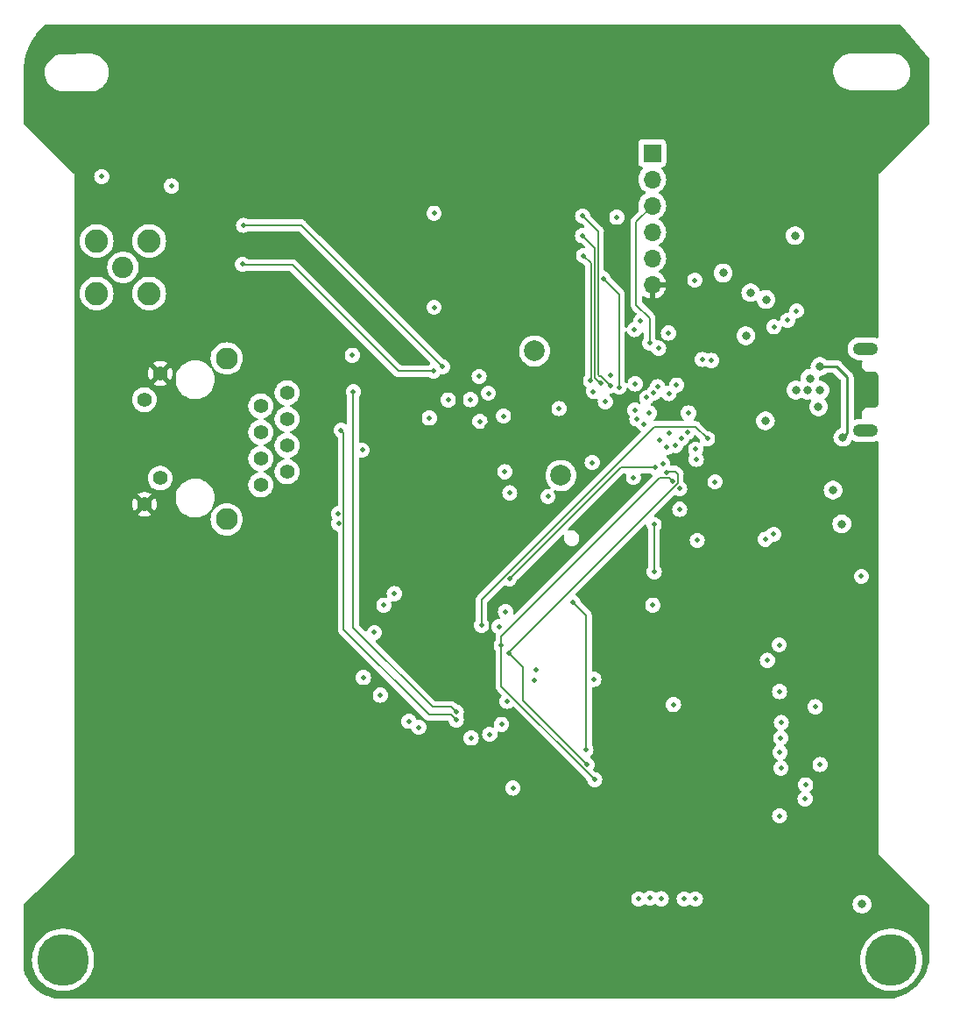
<source format=gbr>
%TF.GenerationSoftware,KiCad,Pcbnew,7.0.1*%
%TF.CreationDate,2023-07-16T00:33:22-07:00*%
%TF.ProjectId,flight_computer_dev_board_rfm98pw,666c6967-6874-45f6-936f-6d7075746572,rev?*%
%TF.SameCoordinates,Original*%
%TF.FileFunction,Copper,L2,Inr*%
%TF.FilePolarity,Positive*%
%FSLAX46Y46*%
G04 Gerber Fmt 4.6, Leading zero omitted, Abs format (unit mm)*
G04 Created by KiCad (PCBNEW 7.0.1) date 2023-07-16 00:33:22*
%MOMM*%
%LPD*%
G01*
G04 APERTURE LIST*
%TA.AperFunction,ComponentPad*%
%ADD10C,2.050000*%
%TD*%
%TA.AperFunction,ComponentPad*%
%ADD11C,2.250000*%
%TD*%
%TA.AperFunction,ComponentPad*%
%ADD12C,5.000000*%
%TD*%
%TA.AperFunction,ComponentPad*%
%ADD13C,2.000000*%
%TD*%
%TA.AperFunction,ComponentPad*%
%ADD14C,0.500000*%
%TD*%
%TA.AperFunction,ComponentPad*%
%ADD15O,2.416000X1.208000*%
%TD*%
%TA.AperFunction,ComponentPad*%
%ADD16R,1.700000X1.700000*%
%TD*%
%TA.AperFunction,ComponentPad*%
%ADD17O,1.700000X1.700000*%
%TD*%
%TA.AperFunction,ComponentPad*%
%ADD18C,1.397000*%
%TD*%
%TA.AperFunction,ComponentPad*%
%ADD19C,2.108200*%
%TD*%
%TA.AperFunction,ViaPad*%
%ADD20C,0.800000*%
%TD*%
%TA.AperFunction,ViaPad*%
%ADD21C,0.460000*%
%TD*%
%TA.AperFunction,Conductor*%
%ADD22C,0.250000*%
%TD*%
%TA.AperFunction,Conductor*%
%ADD23C,0.127000*%
%TD*%
G04 APERTURE END LIST*
D10*
%TO.N,Net-(J6-In)*%
%TO.C,J6*%
X153170000Y-71210000D03*
D11*
%TO.N,GND*%
X150630000Y-68670000D03*
X150630000Y-73750000D03*
X155710000Y-68670000D03*
X155710000Y-73750000D03*
%TD*%
D12*
%TO.N,N/C*%
%TO.C,*%
X227414400Y-138100000D03*
%TD*%
%TO.N,N/C*%
%TO.C,*%
X147381083Y-138100000D03*
%TD*%
D13*
%TO.N,/~{RESET}*%
%TO.C,TP2*%
X195510000Y-91320000D03*
%TD*%
D14*
%TO.N,GND*%
%TO.C,IC1*%
X205930000Y-83400812D03*
X204020812Y-85310000D03*
X207839188Y-85310000D03*
X205930000Y-87219188D03*
%TD*%
D13*
%TO.N,/USBBOOT*%
%TO.C,TP1*%
X192960000Y-79300000D03*
%TD*%
D15*
%TO.N,GND*%
%TO.C,J8*%
X224920000Y-86970000D03*
%TO.N,N/C*%
X224920000Y-79070000D03*
%TD*%
D16*
%TO.N,GND*%
%TO.C,J3*%
X204330000Y-60190000D03*
D17*
%TO.N,TX*%
X204330000Y-62730000D03*
%TO.N,RX*%
X204330000Y-65270000D03*
%TO.N,SCL1*%
X204330000Y-67810000D03*
%TO.N,SDA1*%
X204330000Y-70350000D03*
%TO.N,3.3V*%
X204330000Y-72890000D03*
%TD*%
D18*
%TO.N,TX+*%
%TO.C,J5*%
X166490001Y-92230000D03*
%TO.N,TX-*%
X169030001Y-90960000D03*
%TO.N,TCT*%
X166490001Y-89690000D03*
%TO.N,GND*%
X169030001Y-88420000D03*
X166490001Y-87150000D03*
%TO.N,RCT*%
X169030001Y-85880000D03*
%TO.N,Net-(C18-Pad1)*%
X166490001Y-84610000D03*
%TO.N,Net-(C19-Pad1)*%
X169030001Y-83340000D03*
%TO.N,GREENLED*%
X155250001Y-83999892D03*
%TO.N,3.3V*%
X156770000Y-81459892D03*
%TO.N,YELLOWLED*%
X156770000Y-91569999D03*
%TO.N,3.3V*%
X155250001Y-94109999D03*
D19*
%TO.N,N/C*%
X163200000Y-95560000D03*
X163200000Y-80010000D03*
%TD*%
D20*
%TO.N,GND*%
X215270000Y-86050000D03*
D21*
X216640000Y-124190000D03*
X176410000Y-110830000D03*
X184610000Y-84030000D03*
X210400000Y-91930000D03*
D20*
X218140000Y-68160000D03*
D21*
X208679998Y-97590002D03*
X200300000Y-81610000D03*
X151120000Y-62460000D03*
X216750000Y-116660000D03*
D20*
X213390000Y-77840000D03*
X222660000Y-96000000D03*
D21*
X189950000Y-85580000D03*
X190290000Y-113130000D03*
X198530000Y-90070000D03*
X190150000Y-104470000D03*
X157860000Y-63360000D03*
D20*
X220400000Y-84690000D03*
D21*
X205900000Y-77570000D03*
X204120000Y-132130000D03*
X224550000Y-101060000D03*
D20*
X211180000Y-71770000D03*
D21*
X195320000Y-84860000D03*
X198680000Y-111010000D03*
X194250000Y-93350000D03*
X202520000Y-91510000D03*
X188490000Y-83380000D03*
X190080000Y-90960000D03*
X216600000Y-107680000D03*
%TO.N,3.3V*%
X216690000Y-110680000D03*
X206340000Y-132250000D03*
X213130000Y-81120000D03*
X188360000Y-86580000D03*
X202010000Y-98770000D03*
D20*
%TO.N,VBUS*%
X221810000Y-92740000D03*
X220550000Y-80800000D03*
X222750000Y-87640000D03*
X224610000Y-132720000D03*
D21*
%TO.N,VCC_RF1*%
X182790000Y-85770000D03*
X215460000Y-109170000D03*
X204390000Y-103840000D03*
X175340000Y-79710000D03*
X190560000Y-93000000D03*
%TO.N,RX+*%
X174250000Y-86940000D03*
X185390000Y-114930000D03*
%TO.N,RX-*%
X175440000Y-83230000D03*
X185400000Y-114150000D03*
%TO.N,TX*%
X204950000Y-79020000D03*
%TO.N,RX*%
X204070000Y-78550000D03*
%TO.N,/USBBOOT*%
X208450000Y-72460000D03*
%TO.N,SDA1*%
X203210000Y-76390000D03*
X186770000Y-84000000D03*
%TO.N,SCL1*%
X187678042Y-86101958D03*
X187600000Y-81760000D03*
X202620000Y-77230000D03*
%TO.N,SDA0*%
X220093000Y-113660000D03*
X204850522Y-82754243D03*
%TO.N,SCL0*%
X204462067Y-83351099D03*
X216810000Y-115170000D03*
%TO.N,ENABLE_BURN*%
X203796738Y-83787000D03*
X216640000Y-112190000D03*
%TO.N,I2C_RESET*%
X202679075Y-82473441D03*
X216770000Y-119590000D03*
X220550000Y-119230000D03*
%TO.N,SPI1_MISO*%
X201127420Y-82797802D03*
X199590000Y-72310000D03*
%TO.N,SPI1_CS0*%
X200340891Y-82659109D03*
X197600000Y-66270000D03*
X183240000Y-66001499D03*
X183240000Y-75080000D03*
%TO.N,SPI1_SCK*%
X197600000Y-68170000D03*
X199392286Y-82407714D03*
%TO.N,SPI1_MOSI*%
X197690000Y-70090000D03*
X198371758Y-82190609D03*
%TO.N,ENAB_RF*%
X202660000Y-85010000D03*
X216670000Y-118060000D03*
%TO.N,VBUS_RESET*%
X219160000Y-121200000D03*
X202849500Y-85860738D03*
%TO.N,BURN_RELAY_A*%
X219110000Y-122540000D03*
X203550000Y-86350000D03*
%TO.N,SWCLK*%
X205044501Y-87897613D03*
%TO.N,SWDIO*%
X205760000Y-88610000D03*
%TO.N,SPI0_MISO*%
X190530000Y-101320000D03*
X196700000Y-103600000D03*
X203030000Y-132220000D03*
X204589411Y-90550000D03*
X197920000Y-117830000D03*
%TO.N,SPI0_CS0*%
X204510000Y-96070000D03*
X204517000Y-100610000D03*
X208510000Y-132220000D03*
X205337798Y-90170000D03*
X206380000Y-113450000D03*
%TO.N,SPI0_SCK*%
X190471573Y-108461573D03*
X205200000Y-132190000D03*
X198038604Y-119261396D03*
X205753603Y-91075929D03*
%TO.N,SPI0_MOSI*%
X189737000Y-107749415D03*
X206276956Y-91906956D03*
X207420000Y-132220000D03*
X198775000Y-120695000D03*
%TO.N,RF1_RST*%
X200910000Y-66380000D03*
X206570000Y-88420000D03*
%TO.N,WDT_WDI*%
X206990000Y-92600000D03*
X206990000Y-94590000D03*
%TO.N,RF1_IO4*%
X198640000Y-83210000D03*
X184080000Y-80820000D03*
X164830000Y-67160000D03*
X207168321Y-87727200D03*
%TO.N,RF1_IO0*%
X207730000Y-87140000D03*
X199794371Y-84205629D03*
X164720000Y-70930000D03*
X183180000Y-81240000D03*
%TO.N,NEOPIX*%
X208534359Y-88793124D03*
X216070000Y-97000000D03*
%TO.N,NEO_PWR*%
X215260000Y-97480000D03*
X208583633Y-89766425D03*
%TO.N,/QSPI_DATA[3]*%
X218280000Y-75430000D03*
X210049974Y-80209974D03*
%TO.N,/QSPI_SCK*%
X217420000Y-76340000D03*
X209174194Y-80114194D03*
%TO.N,/QSPI_DATA[0]*%
X206690000Y-82590000D03*
X216096396Y-76966396D03*
D20*
%TO.N,/QSPI_DATA[2]*%
X213850000Y-73670000D03*
X215330000Y-74330000D03*
D21*
%TO.N,TX+*%
X181770000Y-115640000D03*
%TO.N,TX-*%
X180820000Y-115064124D03*
%TO.N,GREENLED*%
X192900000Y-111130000D03*
X174000000Y-95010000D03*
%TO.N,YELLOWLED*%
X193120000Y-110130000D03*
X174020000Y-95970000D03*
%TO.N,Net-(JP3-B)*%
X179400000Y-102730000D03*
%TO.N,Net-(JP4-B)*%
X178390000Y-103840000D03*
%TO.N,Net-(JP5-B)*%
X177470000Y-106490000D03*
D20*
%TO.N,USB_D-*%
X218210000Y-83080000D03*
X219580000Y-81940000D03*
%TO.N,USB_D+*%
X219320000Y-83080000D03*
X220550000Y-83090000D03*
D21*
%TO.N,SPI0_CS1*%
X209677000Y-87778655D03*
X187828006Y-105790561D03*
X189538604Y-105921396D03*
%TO.N,GNDA*%
X178050000Y-112540000D03*
X176300000Y-88870000D03*
X186830000Y-116670000D03*
X188620000Y-116320000D03*
X190860000Y-121510000D03*
X189770000Y-115360000D03*
%TD*%
D22*
%TO.N,VBUS*%
X223170000Y-87220000D02*
X222750000Y-87640000D01*
X220550000Y-80800000D02*
X222140000Y-80800000D01*
X222140000Y-80800000D02*
X223170000Y-81830000D01*
X223170000Y-81830000D02*
X223170000Y-87220000D01*
D23*
%TO.N,RX+*%
X174513500Y-106213500D02*
X174513500Y-87203500D01*
X182746500Y-114446500D02*
X174513500Y-106213500D01*
X184906500Y-114446500D02*
X182746500Y-114446500D01*
X185390000Y-114930000D02*
X184906500Y-114446500D01*
X174513500Y-87203500D02*
X174250000Y-86940000D01*
%TO.N,RX-*%
X175440000Y-106020000D02*
X175410000Y-106020000D01*
X184930000Y-113680000D02*
X183100000Y-113680000D01*
X185400000Y-114150000D02*
X184930000Y-113680000D01*
X175410000Y-106020000D02*
X175410000Y-83260000D01*
X183100000Y-113680000D02*
X175440000Y-106020000D01*
X175410000Y-83260000D02*
X175440000Y-83230000D01*
%TO.N,RX*%
X202790000Y-74830000D02*
X202790000Y-66810000D01*
X204070000Y-76110000D02*
X202790000Y-74830000D01*
X204070000Y-78550000D02*
X204070000Y-76110000D01*
X202790000Y-66810000D02*
X204330000Y-65270000D01*
%TO.N,SPI1_MISO*%
X201127420Y-82797802D02*
X201127420Y-73847420D01*
X201127420Y-73847420D02*
X199590000Y-72310000D01*
%TO.N,SPI1_CS0*%
X199220000Y-81700000D02*
X199097000Y-81577000D01*
X199097000Y-81577000D02*
X199097000Y-67767000D01*
X200340891Y-82659109D02*
X199381781Y-81700000D01*
X199097000Y-67767000D02*
X197600000Y-66270000D01*
X199381781Y-81700000D02*
X199220000Y-81700000D01*
%TO.N,SPI1_SCK*%
X199392286Y-82280652D02*
X199351634Y-82240000D01*
X198770000Y-69340000D02*
X197600000Y-68170000D01*
X198770000Y-81900000D02*
X198770000Y-69340000D01*
X199392286Y-82407714D02*
X199392286Y-82280652D01*
X199110000Y-82240000D02*
X198770000Y-81900000D01*
X199351634Y-82240000D02*
X199110000Y-82240000D01*
%TO.N,SPI1_MOSI*%
X198371758Y-82190609D02*
X198379391Y-82190609D01*
X198400000Y-82170000D02*
X198400000Y-70800000D01*
X198400000Y-70800000D02*
X197690000Y-70090000D01*
X198379391Y-82190609D02*
X198400000Y-82170000D01*
%TO.N,SPI0_MISO*%
X197920000Y-117830000D02*
X197920000Y-104820000D01*
X201300000Y-90550000D02*
X190530000Y-101320000D01*
X204589411Y-90550000D02*
X201300000Y-90550000D01*
X197920000Y-104820000D02*
X196700000Y-103600000D01*
%TO.N,SPI0_CS0*%
X204517000Y-100610000D02*
X204517000Y-96077000D01*
X204517000Y-96077000D02*
X204510000Y-96070000D01*
%TO.N,SPI0_SCK*%
X191860000Y-109850000D02*
X190471573Y-108461573D01*
X191860000Y-113082792D02*
X191860000Y-109850000D01*
X206803500Y-92077620D02*
X206803500Y-91183500D01*
X205893032Y-90936500D02*
X205753603Y-91075929D01*
X206803500Y-91183500D02*
X206556500Y-90936500D01*
X206556500Y-90936500D02*
X205893032Y-90936500D01*
X190471573Y-108409547D02*
X206803500Y-92077620D01*
X198038604Y-119261396D02*
X191860000Y-113082792D01*
X190471573Y-108461573D02*
X190471573Y-108409547D01*
%TO.N,SPI0_MOSI*%
X206276956Y-91906956D02*
X205939429Y-91569429D01*
X198775000Y-120695000D02*
X189737000Y-111657000D01*
X189737000Y-111657000D02*
X189737000Y-107749415D01*
X204999451Y-91569429D02*
X189737000Y-106831880D01*
X205939429Y-91569429D02*
X204999451Y-91569429D01*
X189737000Y-106831880D02*
X189737000Y-107749415D01*
%TO.N,RF1_IO4*%
X170420000Y-67160000D02*
X164830000Y-67160000D01*
X184080000Y-80820000D02*
X170420000Y-67160000D01*
%TO.N,RF1_IO0*%
X169540000Y-70990000D02*
X164780000Y-70990000D01*
X183180000Y-81240000D02*
X179790000Y-81240000D01*
X179790000Y-81240000D02*
X169540000Y-70990000D01*
X164780000Y-70990000D02*
X164720000Y-70930000D01*
%TO.N,SPI0_CS1*%
X204505585Y-86646500D02*
X208544845Y-86646500D01*
X187828006Y-103324079D02*
X204505585Y-86646500D01*
X187828006Y-105790561D02*
X187828006Y-103324079D01*
X208544845Y-86646500D02*
X209677000Y-87778655D01*
%TD*%
%TA.AperFunction,Conductor*%
%TO.N,3.3V*%
G36*
X228288992Y-47778803D02*
G01*
X228341507Y-47790633D01*
X228384059Y-47823600D01*
X231109469Y-51106745D01*
X231114110Y-51112335D01*
X231135334Y-51149435D01*
X231142700Y-51191537D01*
X231142700Y-57245588D01*
X231133261Y-57293041D01*
X231106381Y-57333269D01*
X226267208Y-62172441D01*
X226245311Y-62187978D01*
X226224598Y-62213950D01*
X226215345Y-62224304D01*
X226212252Y-62227396D01*
X226209922Y-62231105D01*
X226201889Y-62242426D01*
X226181176Y-62268400D01*
X226176517Y-62279647D01*
X226172800Y-62312641D01*
X226170475Y-62326333D01*
X226169500Y-62330607D01*
X226169500Y-62334978D01*
X226168721Y-62348859D01*
X226165002Y-62381865D01*
X226169500Y-62408332D01*
X226169500Y-77955488D01*
X226155032Y-78013616D01*
X226115003Y-78058179D01*
X226058755Y-78078778D01*
X225999417Y-78070606D01*
X225836589Y-78005420D01*
X225836587Y-78005419D01*
X225629467Y-77965500D01*
X224263387Y-77965500D01*
X224263382Y-77965500D01*
X224106023Y-77980526D01*
X223903633Y-78039952D01*
X223716142Y-78136610D01*
X223550342Y-78266998D01*
X223412206Y-78426415D01*
X223306740Y-78609087D01*
X223237752Y-78808417D01*
X223207733Y-79017205D01*
X223207733Y-79017207D01*
X223211363Y-79093405D01*
X223217769Y-79227902D01*
X223267500Y-79432894D01*
X223355122Y-79624761D01*
X223447953Y-79755122D01*
X223477478Y-79796584D01*
X223630138Y-79942145D01*
X223807587Y-80056184D01*
X224003411Y-80134580D01*
X224210533Y-80174500D01*
X224527236Y-80174500D01*
X224587217Y-80189972D01*
X224632230Y-80232528D01*
X224651041Y-80291548D01*
X224638956Y-80352300D01*
X224616636Y-80398649D01*
X224602119Y-80428794D01*
X224569500Y-80571706D01*
X224569500Y-80718294D01*
X224602119Y-80861207D01*
X224665719Y-80993275D01*
X224665721Y-80993277D01*
X224757117Y-81107883D01*
X224812010Y-81151659D01*
X224871724Y-81199280D01*
X224953627Y-81238722D01*
X225003794Y-81262881D01*
X225146706Y-81295500D01*
X225197410Y-81295500D01*
X225220000Y-81295500D01*
X225259882Y-81295500D01*
X225835989Y-81295500D01*
X225865067Y-81298958D01*
X225921388Y-81312544D01*
X225951611Y-81324185D01*
X225967279Y-81332717D01*
X226007277Y-81354498D01*
X226033453Y-81373569D01*
X226055373Y-81394428D01*
X226079368Y-81417263D01*
X226099714Y-81442466D01*
X226132744Y-81496557D01*
X226145869Y-81526167D01*
X226163764Y-81586964D01*
X226168773Y-81618967D01*
X226170201Y-81677771D01*
X226169371Y-81686215D01*
X226169433Y-81702821D01*
X226168729Y-81716482D01*
X226166019Y-81741790D01*
X226169676Y-81766856D01*
X226174442Y-83019684D01*
X226174443Y-83020156D01*
X226174443Y-84272753D01*
X226170915Y-84297258D01*
X226173737Y-84323592D01*
X226174443Y-84336803D01*
X226174443Y-84355686D01*
X226175071Y-84361946D01*
X226173651Y-84420513D01*
X226168644Y-84452512D01*
X226150755Y-84513304D01*
X226137630Y-84542917D01*
X226104608Y-84597001D01*
X226084263Y-84622204D01*
X226038358Y-84665894D01*
X226012181Y-84684969D01*
X225956531Y-84715279D01*
X225926309Y-84726923D01*
X225892332Y-84735122D01*
X225867805Y-84741040D01*
X225838720Y-84744500D01*
X225146706Y-84744500D01*
X225003792Y-84777119D01*
X224871724Y-84840719D01*
X224757117Y-84932117D01*
X224665719Y-85046724D01*
X224602119Y-85178792D01*
X224572172Y-85310000D01*
X224569500Y-85321706D01*
X224569500Y-85468294D01*
X224602119Y-85611206D01*
X224636075Y-85681716D01*
X224638956Y-85687698D01*
X224651041Y-85748452D01*
X224632230Y-85807472D01*
X224587217Y-85850028D01*
X224527236Y-85865500D01*
X224263382Y-85865500D01*
X224106021Y-85880526D01*
X223954434Y-85925036D01*
X223897483Y-85928089D01*
X223845189Y-85905326D01*
X223808616Y-85861563D01*
X223795500Y-85806059D01*
X223795500Y-81912744D01*
X223797764Y-81892237D01*
X223795561Y-81822127D01*
X223795500Y-81818232D01*
X223795500Y-81790653D01*
X223795352Y-81789483D01*
X223794996Y-81786665D01*
X223794080Y-81775019D01*
X223793927Y-81770142D01*
X223792709Y-81731373D01*
X223787120Y-81712140D01*
X223783174Y-81693082D01*
X223780664Y-81673206D01*
X223764588Y-81632604D01*
X223760804Y-81621553D01*
X223752563Y-81593188D01*
X223748618Y-81579610D01*
X223738414Y-81562355D01*
X223729861Y-81544895D01*
X223722486Y-81526268D01*
X223696808Y-81490925D01*
X223690401Y-81481171D01*
X223668170Y-81443580D01*
X223654005Y-81429415D01*
X223641367Y-81414617D01*
X223629595Y-81398413D01*
X223595941Y-81370573D01*
X223587299Y-81362709D01*
X222640802Y-80416211D01*
X222627906Y-80400113D01*
X222576775Y-80352098D01*
X222573978Y-80349387D01*
X222554470Y-80329879D01*
X222551290Y-80327412D01*
X222542424Y-80319839D01*
X222510582Y-80289938D01*
X222493024Y-80280285D01*
X222476764Y-80269604D01*
X222460936Y-80257327D01*
X222420851Y-80239980D01*
X222410361Y-80234841D01*
X222372091Y-80213802D01*
X222352691Y-80208821D01*
X222334284Y-80202519D01*
X222315897Y-80194562D01*
X222272758Y-80187729D01*
X222261324Y-80185361D01*
X222219019Y-80174500D01*
X222198984Y-80174500D01*
X222179586Y-80172973D01*
X222172162Y-80171797D01*
X222159805Y-80169840D01*
X222159804Y-80169840D01*
X222126751Y-80172964D01*
X222116325Y-80173950D01*
X222104656Y-80174500D01*
X221253747Y-80174500D01*
X221203312Y-80163780D01*
X221161598Y-80133473D01*
X221155871Y-80127112D01*
X221002730Y-80015849D01*
X221002729Y-80015848D01*
X221002727Y-80015847D01*
X220829802Y-79938855D01*
X220644648Y-79899500D01*
X220644646Y-79899500D01*
X220455354Y-79899500D01*
X220455352Y-79899500D01*
X220270197Y-79938855D01*
X220097269Y-80015848D01*
X219944129Y-80127110D01*
X219817466Y-80267783D01*
X219722820Y-80431715D01*
X219664326Y-80611742D01*
X219644540Y-80800000D01*
X219655317Y-80902539D01*
X219643446Y-80969858D01*
X219597706Y-81020658D01*
X219531996Y-81039500D01*
X219485352Y-81039500D01*
X219300197Y-81078855D01*
X219127269Y-81155848D01*
X218974129Y-81267110D01*
X218847466Y-81407783D01*
X218752820Y-81571715D01*
X218694326Y-81751742D01*
X218681724Y-81871651D01*
X218674540Y-81940000D01*
X218690507Y-82091921D01*
X218691907Y-82105236D01*
X218681866Y-82168632D01*
X218641472Y-82218515D01*
X218581548Y-82241518D01*
X218518151Y-82231477D01*
X218489801Y-82218854D01*
X218304648Y-82179500D01*
X218304646Y-82179500D01*
X218115354Y-82179500D01*
X218115352Y-82179500D01*
X217930197Y-82218855D01*
X217757269Y-82295848D01*
X217604129Y-82407110D01*
X217477466Y-82547783D01*
X217382820Y-82711715D01*
X217324326Y-82891742D01*
X217304540Y-83080000D01*
X217324326Y-83268257D01*
X217382820Y-83448284D01*
X217477466Y-83612216D01*
X217604129Y-83752889D01*
X217757269Y-83864151D01*
X217930197Y-83941144D01*
X218115352Y-83980500D01*
X218115354Y-83980500D01*
X218304646Y-83980500D01*
X218304648Y-83980500D01*
X218441420Y-83951428D01*
X218489803Y-83941144D01*
X218662730Y-83864151D01*
X218692114Y-83842801D01*
X218739219Y-83821829D01*
X218790781Y-83821829D01*
X218837885Y-83842801D01*
X218867270Y-83864151D01*
X219009786Y-83927604D01*
X219040197Y-83941144D01*
X219225352Y-83980500D01*
X219225354Y-83980500D01*
X219414646Y-83980500D01*
X219414648Y-83980500D01*
X219551420Y-83951428D01*
X219613040Y-83954010D01*
X219665794Y-83985958D01*
X219696632Y-84039369D01*
X219697926Y-84101030D01*
X219669354Y-84155686D01*
X219667468Y-84157779D01*
X219572820Y-84321715D01*
X219514326Y-84501742D01*
X219494540Y-84690000D01*
X219514326Y-84878257D01*
X219572820Y-85058284D01*
X219667466Y-85222216D01*
X219794129Y-85362889D01*
X219947269Y-85474151D01*
X220120197Y-85551144D01*
X220305352Y-85590500D01*
X220305354Y-85590500D01*
X220494646Y-85590500D01*
X220494648Y-85590500D01*
X220624598Y-85562878D01*
X220679803Y-85551144D01*
X220852730Y-85474151D01*
X220892831Y-85445016D01*
X221005870Y-85362889D01*
X221042952Y-85321706D01*
X221132533Y-85222216D01*
X221227179Y-85058284D01*
X221285674Y-84878256D01*
X221305460Y-84690000D01*
X221285674Y-84501744D01*
X221248956Y-84388737D01*
X221227179Y-84321715D01*
X221132535Y-84157786D01*
X221094120Y-84115122D01*
X221018960Y-84031649D01*
X220988996Y-83970211D01*
X220996141Y-83902228D01*
X221038227Y-83848361D01*
X221106475Y-83798776D01*
X221155871Y-83762888D01*
X221282533Y-83622216D01*
X221377179Y-83458284D01*
X221435674Y-83278256D01*
X221455460Y-83090000D01*
X221435674Y-82901744D01*
X221391357Y-82765351D01*
X221377179Y-82721715D01*
X221282533Y-82557783D01*
X221155870Y-82417110D01*
X221002730Y-82305848D01*
X220829802Y-82228855D01*
X220644648Y-82189500D01*
X220644646Y-82189500D01*
X220596953Y-82189500D01*
X220531243Y-82170658D01*
X220485503Y-82119858D01*
X220473632Y-82052539D01*
X220477567Y-82015099D01*
X220485460Y-81940000D01*
X220474682Y-81837461D01*
X220486554Y-81770142D01*
X220532294Y-81719342D01*
X220598004Y-81700500D01*
X220644648Y-81700500D01*
X220773055Y-81673206D01*
X220829803Y-81661144D01*
X221002730Y-81584151D01*
X221155871Y-81472888D01*
X221161598Y-81466526D01*
X221203312Y-81436220D01*
X221253747Y-81425500D01*
X221829548Y-81425500D01*
X221877001Y-81434939D01*
X221917229Y-81461819D01*
X222508181Y-82052772D01*
X222535061Y-82093000D01*
X222544500Y-82140453D01*
X222544500Y-86665247D01*
X222535471Y-86711698D01*
X222509698Y-86751384D01*
X222470936Y-86778526D01*
X222297269Y-86855848D01*
X222144129Y-86967110D01*
X222017466Y-87107783D01*
X221922820Y-87271715D01*
X221864326Y-87451742D01*
X221844540Y-87640000D01*
X221864326Y-87828257D01*
X221922820Y-88008284D01*
X222017466Y-88172216D01*
X222144129Y-88312889D01*
X222297269Y-88424151D01*
X222470197Y-88501144D01*
X222655352Y-88540500D01*
X222655354Y-88540500D01*
X222844646Y-88540500D01*
X222844648Y-88540500D01*
X222970369Y-88513777D01*
X223029803Y-88501144D01*
X223202730Y-88424151D01*
X223250396Y-88389520D01*
X223355870Y-88312889D01*
X223482533Y-88172216D01*
X223493449Y-88153309D01*
X223577179Y-88008284D01*
X223581291Y-87995627D01*
X223610297Y-87947524D01*
X223657551Y-87917154D01*
X223713357Y-87910750D01*
X223766263Y-87929627D01*
X223807584Y-87956183D01*
X223873044Y-87982389D01*
X224003411Y-88034580D01*
X224210533Y-88074500D01*
X225576613Y-88074500D01*
X225576618Y-88074500D01*
X225674966Y-88065108D01*
X225733979Y-88059473D01*
X225936368Y-88000047D01*
X225988680Y-87973077D01*
X226049926Y-87959373D01*
X226110038Y-87977413D01*
X226153617Y-88022576D01*
X226169500Y-88083294D01*
X226169500Y-127681668D01*
X226165002Y-127708134D01*
X226168721Y-127741141D01*
X226169500Y-127755022D01*
X226169500Y-127759389D01*
X226170473Y-127763653D01*
X226172800Y-127777356D01*
X226176517Y-127810354D01*
X226181176Y-127821600D01*
X226201888Y-127847573D01*
X226209928Y-127858903D01*
X226212252Y-127862601D01*
X226215336Y-127865685D01*
X226224601Y-127876052D01*
X226245312Y-127902022D01*
X226267213Y-127917562D01*
X231106381Y-132756731D01*
X231133261Y-132796959D01*
X231142700Y-132844412D01*
X231142700Y-138046741D01*
X231140771Y-138068529D01*
X231077299Y-138424135D01*
X231074945Y-138434656D01*
X230976741Y-138798544D01*
X230973482Y-138808820D01*
X230844045Y-139162797D01*
X230839906Y-139172751D01*
X230680211Y-139514151D01*
X230675223Y-139523708D01*
X230486480Y-139849943D01*
X230480681Y-139859031D01*
X230264316Y-140167639D01*
X230257750Y-140176189D01*
X230015386Y-140464852D01*
X230008101Y-140472799D01*
X229741599Y-140739301D01*
X229733652Y-140746586D01*
X229444989Y-140988950D01*
X229436439Y-140995516D01*
X229127831Y-141211881D01*
X229118743Y-141217680D01*
X228792508Y-141406423D01*
X228782951Y-141411411D01*
X228441551Y-141571106D01*
X228431597Y-141575245D01*
X228077620Y-141704682D01*
X228067344Y-141707941D01*
X227703456Y-141806145D01*
X227692935Y-141808499D01*
X227337329Y-141871971D01*
X227315541Y-141873900D01*
X147405254Y-141873900D01*
X147400683Y-141873025D01*
X147343154Y-141873878D01*
X147337326Y-141873828D01*
X146980930Y-141862350D01*
X146969309Y-141861427D01*
X146618481Y-141816901D01*
X146606997Y-141814891D01*
X146261902Y-141737616D01*
X146250659Y-141734537D01*
X146158830Y-141704682D01*
X145914341Y-141625194D01*
X145903440Y-141621074D01*
X145741157Y-141550851D01*
X145578882Y-141480632D01*
X145568413Y-141475505D01*
X145258472Y-141305202D01*
X145248530Y-141299114D01*
X144955953Y-141100457D01*
X144946628Y-141093463D01*
X144674004Y-140868214D01*
X144665375Y-140860374D01*
X144415102Y-140610509D01*
X144407249Y-140601894D01*
X144181553Y-140329638D01*
X144174543Y-140320323D01*
X143975410Y-140028071D01*
X143969306Y-140018139D01*
X143798503Y-139708488D01*
X143793358Y-139698027D01*
X143685075Y-139448904D01*
X143652378Y-139373678D01*
X143648247Y-139362800D01*
X143549838Y-139061789D01*
X143543700Y-139023258D01*
X143543700Y-138100000D01*
X144375497Y-138100000D01*
X144395821Y-138448927D01*
X144456512Y-138793130D01*
X144456514Y-138793136D01*
X144556757Y-139127971D01*
X144658048Y-139362790D01*
X144695195Y-139448906D01*
X144869952Y-139751595D01*
X144949935Y-139859031D01*
X145078671Y-140031953D01*
X145318525Y-140286183D01*
X145586272Y-140510849D01*
X145586276Y-140510852D01*
X145586279Y-140510854D01*
X145878289Y-140702913D01*
X146190628Y-140859776D01*
X146340355Y-140914271D01*
X146519072Y-140979319D01*
X146859169Y-141059923D01*
X147206324Y-141100500D01*
X147555837Y-141100500D01*
X147555842Y-141100500D01*
X147902997Y-141059923D01*
X148243094Y-140979319D01*
X148541351Y-140870762D01*
X148571537Y-140859776D01*
X148883876Y-140702913D01*
X149024369Y-140610509D01*
X149175894Y-140510849D01*
X149443641Y-140286183D01*
X149683495Y-140031953D01*
X149892213Y-139751596D01*
X150066972Y-139448904D01*
X150205409Y-139127971D01*
X150305652Y-138793136D01*
X150366345Y-138448927D01*
X150386668Y-138100000D01*
X224408814Y-138100000D01*
X224429138Y-138448927D01*
X224489829Y-138793130D01*
X224489831Y-138793136D01*
X224590074Y-139127971D01*
X224691365Y-139362790D01*
X224728512Y-139448906D01*
X224903269Y-139751595D01*
X224983252Y-139859031D01*
X225111988Y-140031953D01*
X225351842Y-140286183D01*
X225619589Y-140510849D01*
X225619593Y-140510852D01*
X225619596Y-140510854D01*
X225911606Y-140702913D01*
X226223945Y-140859776D01*
X226373672Y-140914271D01*
X226552389Y-140979319D01*
X226892486Y-141059923D01*
X227239641Y-141100500D01*
X227589154Y-141100500D01*
X227589159Y-141100500D01*
X227936314Y-141059923D01*
X228276411Y-140979319D01*
X228574668Y-140870762D01*
X228604854Y-140859776D01*
X228917193Y-140702913D01*
X229057686Y-140610509D01*
X229209211Y-140510849D01*
X229476958Y-140286183D01*
X229716812Y-140031953D01*
X229925530Y-139751596D01*
X230100289Y-139448904D01*
X230238726Y-139127971D01*
X230338969Y-138793136D01*
X230399662Y-138448927D01*
X230419985Y-138100000D01*
X230399662Y-137751073D01*
X230338969Y-137406864D01*
X230238726Y-137072029D01*
X230100289Y-136751096D01*
X229925530Y-136448404D01*
X229716812Y-136168047D01*
X229476958Y-135913817D01*
X229209211Y-135689151D01*
X229209207Y-135689148D01*
X229209203Y-135689145D01*
X228917193Y-135497086D01*
X228604854Y-135340223D01*
X228276414Y-135220682D01*
X228276413Y-135220681D01*
X228276411Y-135220681D01*
X228089557Y-135176396D01*
X227936315Y-135140077D01*
X227878454Y-135133314D01*
X227589159Y-135099500D01*
X227239641Y-135099500D01*
X226991673Y-135128483D01*
X226892484Y-135140077D01*
X226552385Y-135220682D01*
X226223945Y-135340223D01*
X225911606Y-135497086D01*
X225619596Y-135689145D01*
X225619588Y-135689151D01*
X225619589Y-135689151D01*
X225351842Y-135913817D01*
X225351838Y-135913820D01*
X225351837Y-135913822D01*
X225111989Y-136168045D01*
X224903269Y-136448404D01*
X224728512Y-136751093D01*
X224728511Y-136751096D01*
X224590074Y-137072029D01*
X224531727Y-137266920D01*
X224489829Y-137406869D01*
X224429138Y-137751072D01*
X224408814Y-138100000D01*
X150386668Y-138100000D01*
X150366345Y-137751073D01*
X150305652Y-137406864D01*
X150205409Y-137072029D01*
X150066972Y-136751096D01*
X149892213Y-136448404D01*
X149683495Y-136168047D01*
X149443641Y-135913817D01*
X149175894Y-135689151D01*
X149175890Y-135689148D01*
X149175886Y-135689145D01*
X148883876Y-135497086D01*
X148571537Y-135340223D01*
X148243097Y-135220682D01*
X148243096Y-135220681D01*
X148243094Y-135220681D01*
X148056240Y-135176396D01*
X147902998Y-135140077D01*
X147845137Y-135133314D01*
X147555842Y-135099500D01*
X147206324Y-135099500D01*
X146958356Y-135128483D01*
X146859167Y-135140077D01*
X146519068Y-135220682D01*
X146190628Y-135340223D01*
X145878289Y-135497086D01*
X145586279Y-135689145D01*
X145586271Y-135689151D01*
X145586272Y-135689151D01*
X145318525Y-135913817D01*
X145318521Y-135913820D01*
X145318520Y-135913822D01*
X145078672Y-136168045D01*
X144869952Y-136448404D01*
X144695195Y-136751093D01*
X144695194Y-136751096D01*
X144556757Y-137072029D01*
X144498410Y-137266920D01*
X144456512Y-137406869D01*
X144395821Y-137751072D01*
X144375497Y-138100000D01*
X143543700Y-138100000D01*
X143543700Y-132844411D01*
X143553139Y-132796958D01*
X143580019Y-132756730D01*
X144116749Y-132220000D01*
X202294877Y-132220000D01*
X202313308Y-132383580D01*
X202367677Y-132538957D01*
X202455257Y-132678341D01*
X202571658Y-132794742D01*
X202711042Y-132882322D01*
X202866419Y-132936691D01*
X203030000Y-132955122D01*
X203193580Y-132936691D01*
X203348957Y-132882322D01*
X203488341Y-132794742D01*
X203540569Y-132742513D01*
X203587294Y-132713155D01*
X203642132Y-132706976D01*
X203694220Y-132725202D01*
X203801042Y-132792322D01*
X203956419Y-132846691D01*
X204120000Y-132865122D01*
X204283580Y-132846691D01*
X204438957Y-132792322D01*
X204558063Y-132717483D01*
X204610150Y-132699258D01*
X204664989Y-132705437D01*
X204711715Y-132734798D01*
X204741659Y-132764742D01*
X204881042Y-132852322D01*
X205036419Y-132906691D01*
X205200000Y-132925122D01*
X205363580Y-132906691D01*
X205518957Y-132852322D01*
X205658341Y-132764742D01*
X205774742Y-132648341D01*
X205862322Y-132508957D01*
X205916691Y-132353580D01*
X205931742Y-132220000D01*
X206684877Y-132220000D01*
X206703308Y-132383580D01*
X206757677Y-132538957D01*
X206845257Y-132678341D01*
X206961658Y-132794742D01*
X207101042Y-132882322D01*
X207256419Y-132936691D01*
X207420000Y-132955122D01*
X207583580Y-132936691D01*
X207738957Y-132882322D01*
X207766331Y-132865122D01*
X207890172Y-132787309D01*
X207890649Y-132788068D01*
X207932904Y-132763671D01*
X207997096Y-132763671D01*
X208039350Y-132788068D01*
X208039828Y-132787309D01*
X208191042Y-132882322D01*
X208346419Y-132936691D01*
X208510000Y-132955122D01*
X208673580Y-132936691D01*
X208828957Y-132882322D01*
X208968341Y-132794742D01*
X209043083Y-132720000D01*
X223704540Y-132720000D01*
X223724326Y-132908257D01*
X223782820Y-133088284D01*
X223877466Y-133252216D01*
X224004129Y-133392889D01*
X224157269Y-133504151D01*
X224330197Y-133581144D01*
X224515352Y-133620500D01*
X224515354Y-133620500D01*
X224704646Y-133620500D01*
X224704648Y-133620500D01*
X224828084Y-133594262D01*
X224889803Y-133581144D01*
X225062730Y-133504151D01*
X225215871Y-133392888D01*
X225342533Y-133252216D01*
X225437179Y-133088284D01*
X225495674Y-132908256D01*
X225515460Y-132720000D01*
X225495674Y-132531744D01*
X225465332Y-132438363D01*
X225437179Y-132351715D01*
X225342533Y-132187783D01*
X225215870Y-132047110D01*
X225062730Y-131935848D01*
X224889802Y-131858855D01*
X224704648Y-131819500D01*
X224704646Y-131819500D01*
X224515354Y-131819500D01*
X224515352Y-131819500D01*
X224330197Y-131858855D01*
X224157269Y-131935848D01*
X224004129Y-132047110D01*
X223877466Y-132187783D01*
X223782820Y-132351715D01*
X223724326Y-132531742D01*
X223704540Y-132720000D01*
X209043083Y-132720000D01*
X209084742Y-132678341D01*
X209172322Y-132538957D01*
X209226691Y-132383580D01*
X209245122Y-132220000D01*
X209226691Y-132056420D01*
X209223433Y-132047110D01*
X209172322Y-131901042D01*
X209084742Y-131761658D01*
X208968341Y-131645257D01*
X208828957Y-131557677D01*
X208673580Y-131503308D01*
X208510000Y-131484877D01*
X208346419Y-131503308D01*
X208191042Y-131557677D01*
X208039828Y-131652691D01*
X208039350Y-131651931D01*
X207997094Y-131676329D01*
X207932906Y-131676329D01*
X207890649Y-131651931D01*
X207890172Y-131652691D01*
X207738957Y-131557677D01*
X207583580Y-131503308D01*
X207420000Y-131484877D01*
X207256419Y-131503308D01*
X207101042Y-131557677D01*
X206961658Y-131645257D01*
X206845257Y-131761658D01*
X206757677Y-131901042D01*
X206703308Y-132056419D01*
X206684877Y-132220000D01*
X205931742Y-132220000D01*
X205935122Y-132190000D01*
X205920071Y-132056419D01*
X205916691Y-132026419D01*
X205862322Y-131871042D01*
X205774742Y-131731658D01*
X205658341Y-131615257D01*
X205518957Y-131527677D01*
X205363580Y-131473308D01*
X205200000Y-131454877D01*
X205036419Y-131473308D01*
X204881042Y-131527677D01*
X204761937Y-131602515D01*
X204709848Y-131620741D01*
X204655010Y-131614562D01*
X204608284Y-131585201D01*
X204578340Y-131555257D01*
X204438957Y-131467677D01*
X204283580Y-131413308D01*
X204120000Y-131394877D01*
X203956419Y-131413308D01*
X203801042Y-131467677D01*
X203661660Y-131555256D01*
X203609431Y-131607485D01*
X203562704Y-131636845D01*
X203507867Y-131643023D01*
X203455779Y-131624797D01*
X203348957Y-131557677D01*
X203193580Y-131503308D01*
X203030000Y-131484877D01*
X202866419Y-131503308D01*
X202711042Y-131557677D01*
X202571658Y-131645257D01*
X202455257Y-131761658D01*
X202367677Y-131901042D01*
X202313308Y-132056419D01*
X202294877Y-132220000D01*
X144116749Y-132220000D01*
X144781493Y-131555256D01*
X148422787Y-127913960D01*
X148444686Y-127898423D01*
X148448222Y-127893988D01*
X148448224Y-127893988D01*
X148465397Y-127872452D01*
X148474662Y-127862085D01*
X148477748Y-127859001D01*
X148480069Y-127855306D01*
X148488115Y-127843966D01*
X148505290Y-127822431D01*
X148505290Y-127822428D01*
X148508830Y-127817990D01*
X148513479Y-127806766D01*
X148514114Y-127801126D01*
X148514116Y-127801124D01*
X148517198Y-127773753D01*
X148519527Y-127760049D01*
X148520500Y-127755790D01*
X148520500Y-127751422D01*
X148521279Y-127737541D01*
X148524997Y-127704534D01*
X148520500Y-127678068D01*
X148520500Y-124189999D01*
X215904877Y-124189999D01*
X215923308Y-124353580D01*
X215977677Y-124508957D01*
X216065257Y-124648341D01*
X216181658Y-124764742D01*
X216321042Y-124852322D01*
X216476419Y-124906691D01*
X216640000Y-124925122D01*
X216803580Y-124906691D01*
X216958957Y-124852322D01*
X217098341Y-124764742D01*
X217214742Y-124648341D01*
X217302322Y-124508957D01*
X217356691Y-124353580D01*
X217375122Y-124190000D01*
X217356691Y-124026420D01*
X217302322Y-123871043D01*
X217302322Y-123871042D01*
X217214742Y-123731658D01*
X217098341Y-123615257D01*
X216958957Y-123527677D01*
X216803580Y-123473308D01*
X216640000Y-123454877D01*
X216476419Y-123473308D01*
X216321042Y-123527677D01*
X216181658Y-123615257D01*
X216065257Y-123731658D01*
X215977677Y-123871042D01*
X215923308Y-124026419D01*
X215904877Y-124189999D01*
X148520500Y-124189999D01*
X148520500Y-122540000D01*
X218374877Y-122540000D01*
X218393308Y-122703580D01*
X218447677Y-122858957D01*
X218535257Y-122998341D01*
X218651658Y-123114742D01*
X218791042Y-123202322D01*
X218946419Y-123256691D01*
X219110000Y-123275122D01*
X219273580Y-123256691D01*
X219428957Y-123202322D01*
X219568341Y-123114742D01*
X219684742Y-122998341D01*
X219772322Y-122858957D01*
X219826691Y-122703580D01*
X219845122Y-122540000D01*
X219826691Y-122376420D01*
X219774298Y-122226691D01*
X219772322Y-122221042D01*
X219684742Y-122081658D01*
X219580584Y-121977500D01*
X219551223Y-121930773D01*
X219545045Y-121875934D01*
X219563272Y-121823845D01*
X219602295Y-121784824D01*
X219618341Y-121774742D01*
X219734742Y-121658341D01*
X219822322Y-121518957D01*
X219876691Y-121363580D01*
X219895122Y-121200000D01*
X219876691Y-121036420D01*
X219841292Y-120935257D01*
X219822322Y-120881042D01*
X219734742Y-120741658D01*
X219618341Y-120625257D01*
X219478957Y-120537677D01*
X219323580Y-120483308D01*
X219160000Y-120464877D01*
X218996419Y-120483308D01*
X218841042Y-120537677D01*
X218701658Y-120625257D01*
X218585257Y-120741658D01*
X218497677Y-120881042D01*
X218443308Y-121036419D01*
X218424877Y-121199999D01*
X218443308Y-121363580D01*
X218497677Y-121518957D01*
X218585257Y-121658341D01*
X218689415Y-121762499D01*
X218718775Y-121809225D01*
X218724954Y-121864062D01*
X218706729Y-121916151D01*
X218667708Y-121955173D01*
X218651657Y-121965258D01*
X218535257Y-122081658D01*
X218447677Y-122221042D01*
X218393308Y-122376419D01*
X218374877Y-122540000D01*
X148520500Y-122540000D01*
X148520500Y-121509999D01*
X190124877Y-121509999D01*
X190143308Y-121673580D01*
X190197677Y-121828957D01*
X190285257Y-121968341D01*
X190401658Y-122084742D01*
X190541042Y-122172322D01*
X190696419Y-122226691D01*
X190860000Y-122245122D01*
X191023580Y-122226691D01*
X191178957Y-122172322D01*
X191318341Y-122084742D01*
X191434742Y-121968341D01*
X191522322Y-121828957D01*
X191576691Y-121673580D01*
X191595122Y-121510000D01*
X191578624Y-121363580D01*
X191576691Y-121346419D01*
X191522322Y-121191042D01*
X191434742Y-121051658D01*
X191318341Y-120935257D01*
X191178957Y-120847677D01*
X191023580Y-120793308D01*
X190860000Y-120774877D01*
X190696419Y-120793308D01*
X190541042Y-120847677D01*
X190401658Y-120935257D01*
X190285257Y-121051658D01*
X190197677Y-121191042D01*
X190143308Y-121346419D01*
X190124877Y-121509999D01*
X148520500Y-121509999D01*
X148520500Y-116670000D01*
X186094877Y-116670000D01*
X186113308Y-116833580D01*
X186167677Y-116988957D01*
X186255257Y-117128341D01*
X186371658Y-117244742D01*
X186511042Y-117332322D01*
X186666419Y-117386691D01*
X186830000Y-117405122D01*
X186993580Y-117386691D01*
X187148957Y-117332322D01*
X187288341Y-117244742D01*
X187404742Y-117128341D01*
X187492322Y-116988957D01*
X187546691Y-116833580D01*
X187565122Y-116670000D01*
X187546691Y-116506420D01*
X187543191Y-116496419D01*
X187492322Y-116351042D01*
X187472817Y-116320000D01*
X187884877Y-116320000D01*
X187903308Y-116483580D01*
X187957677Y-116638957D01*
X188045257Y-116778341D01*
X188161658Y-116894742D01*
X188301042Y-116982322D01*
X188456419Y-117036691D01*
X188620000Y-117055122D01*
X188783580Y-117036691D01*
X188938957Y-116982322D01*
X189078341Y-116894742D01*
X189194742Y-116778341D01*
X189282322Y-116638957D01*
X189336691Y-116483580D01*
X189355122Y-116320000D01*
X189338364Y-116171266D01*
X189347023Y-116109929D01*
X189384271Y-116060435D01*
X189440814Y-116035134D01*
X189502537Y-116040340D01*
X189606419Y-116076690D01*
X189606420Y-116076691D01*
X189769999Y-116095122D01*
X189769999Y-116095121D01*
X189770000Y-116095122D01*
X189933580Y-116076691D01*
X190088957Y-116022322D01*
X190228341Y-115934742D01*
X190344742Y-115818341D01*
X190432322Y-115678957D01*
X190486691Y-115523580D01*
X190505122Y-115360000D01*
X190500732Y-115321042D01*
X190486691Y-115196419D01*
X190432322Y-115041042D01*
X190344742Y-114901658D01*
X190228341Y-114785257D01*
X190088957Y-114697677D01*
X189933580Y-114643308D01*
X189770000Y-114624877D01*
X189606419Y-114643308D01*
X189451042Y-114697677D01*
X189311658Y-114785257D01*
X189195257Y-114901658D01*
X189107677Y-115041042D01*
X189053308Y-115196419D01*
X189034877Y-115360000D01*
X189051635Y-115508734D01*
X189042976Y-115570070D01*
X189005728Y-115619564D01*
X188949186Y-115644865D01*
X188887460Y-115639658D01*
X188783580Y-115603308D01*
X188620000Y-115584877D01*
X188456419Y-115603308D01*
X188301042Y-115657677D01*
X188161658Y-115745257D01*
X188045257Y-115861658D01*
X187957677Y-116001042D01*
X187903308Y-116156419D01*
X187884877Y-116320000D01*
X187472817Y-116320000D01*
X187404742Y-116211658D01*
X187288341Y-116095257D01*
X187148957Y-116007677D01*
X186993580Y-115953308D01*
X186830000Y-115934877D01*
X186666419Y-115953308D01*
X186511042Y-116007677D01*
X186371658Y-116095257D01*
X186255257Y-116211658D01*
X186167677Y-116351042D01*
X186113308Y-116506419D01*
X186094877Y-116670000D01*
X148520500Y-116670000D01*
X148520500Y-115064123D01*
X180084877Y-115064123D01*
X180103308Y-115227704D01*
X180157677Y-115383081D01*
X180245257Y-115522465D01*
X180361658Y-115638866D01*
X180501042Y-115726446D01*
X180656419Y-115780815D01*
X180819999Y-115799246D01*
X180819999Y-115799245D01*
X180820000Y-115799246D01*
X180891819Y-115791154D01*
X180944735Y-115785192D01*
X180999573Y-115791370D01*
X181046300Y-115820730D01*
X181075660Y-115867457D01*
X181107677Y-115958957D01*
X181195257Y-116098341D01*
X181311658Y-116214742D01*
X181451042Y-116302322D01*
X181606419Y-116356691D01*
X181770000Y-116375122D01*
X181933580Y-116356691D01*
X182088957Y-116302322D01*
X182228341Y-116214742D01*
X182344742Y-116098341D01*
X182432322Y-115958957D01*
X182486691Y-115803580D01*
X182505122Y-115640000D01*
X182505083Y-115639658D01*
X182486691Y-115476419D01*
X182432322Y-115321042D01*
X182344742Y-115181658D01*
X182253320Y-115090236D01*
X182230939Y-115052430D01*
X182188187Y-115040027D01*
X182088957Y-114977677D01*
X181933580Y-114923308D01*
X181769999Y-114904877D01*
X181645263Y-114918931D01*
X181590425Y-114912752D01*
X181543699Y-114883392D01*
X181514339Y-114836667D01*
X181482322Y-114745167D01*
X181418321Y-114643309D01*
X181394742Y-114605782D01*
X181278341Y-114489381D01*
X181138957Y-114401801D01*
X180983580Y-114347432D01*
X180820000Y-114329001D01*
X180656419Y-114347432D01*
X180501042Y-114401801D01*
X180361658Y-114489381D01*
X180245257Y-114605782D01*
X180157677Y-114745166D01*
X180103308Y-114900543D01*
X180084877Y-115064123D01*
X148520500Y-115064123D01*
X148520500Y-112540000D01*
X177314877Y-112540000D01*
X177333308Y-112703580D01*
X177387677Y-112858957D01*
X177475257Y-112998341D01*
X177591658Y-113114742D01*
X177731042Y-113202322D01*
X177886419Y-113256691D01*
X178050000Y-113275122D01*
X178213580Y-113256691D01*
X178368957Y-113202322D01*
X178508341Y-113114742D01*
X178624742Y-112998341D01*
X178712322Y-112858957D01*
X178766691Y-112703580D01*
X178785122Y-112540000D01*
X178766691Y-112376420D01*
X178712322Y-112221043D01*
X178712322Y-112221042D01*
X178624742Y-112081658D01*
X178508341Y-111965257D01*
X178368957Y-111877677D01*
X178213580Y-111823308D01*
X178050000Y-111804877D01*
X177886419Y-111823308D01*
X177731042Y-111877677D01*
X177591658Y-111965257D01*
X177475257Y-112081658D01*
X177387677Y-112221042D01*
X177333308Y-112376419D01*
X177314877Y-112540000D01*
X148520500Y-112540000D01*
X148520500Y-110830000D01*
X175674877Y-110830000D01*
X175693308Y-110993580D01*
X175747677Y-111148957D01*
X175835257Y-111288341D01*
X175951658Y-111404742D01*
X176091042Y-111492322D01*
X176246419Y-111546691D01*
X176410000Y-111565122D01*
X176573580Y-111546691D01*
X176728957Y-111492322D01*
X176868341Y-111404742D01*
X176984742Y-111288341D01*
X177072322Y-111148957D01*
X177126691Y-110993580D01*
X177145122Y-110830000D01*
X177126691Y-110666420D01*
X177086534Y-110551659D01*
X177072322Y-110511042D01*
X176984742Y-110371658D01*
X176868341Y-110255257D01*
X176728957Y-110167677D01*
X176573580Y-110113308D01*
X176410000Y-110094877D01*
X176246419Y-110113308D01*
X176091042Y-110167677D01*
X175951658Y-110255257D01*
X175835257Y-110371658D01*
X175747677Y-110511042D01*
X175693308Y-110666419D01*
X175674877Y-110830000D01*
X148520500Y-110830000D01*
X148520500Y-95560000D01*
X161640593Y-95560000D01*
X161644659Y-95611658D01*
X161659792Y-95803946D01*
X161716915Y-96041883D01*
X161754898Y-96133580D01*
X161810558Y-96267956D01*
X161938413Y-96476596D01*
X162097333Y-96662667D01*
X162283404Y-96821587D01*
X162492044Y-96949442D01*
X162640251Y-97010831D01*
X162718116Y-97043084D01*
X162793286Y-97061130D01*
X162956055Y-97100208D01*
X163200000Y-97119407D01*
X163443945Y-97100208D01*
X163681883Y-97043084D01*
X163907956Y-96949442D01*
X164116596Y-96821587D01*
X164302667Y-96662667D01*
X164461587Y-96476596D01*
X164589442Y-96267956D01*
X164683084Y-96041883D01*
X164740208Y-95803945D01*
X164759407Y-95560000D01*
X164740208Y-95316055D01*
X164683084Y-95078117D01*
X164680630Y-95072193D01*
X164654869Y-95010000D01*
X173264877Y-95010000D01*
X173283308Y-95173580D01*
X173337677Y-95328957D01*
X173407414Y-95439944D01*
X173426420Y-95505915D01*
X173407414Y-95571886D01*
X173357677Y-95651042D01*
X173303308Y-95806419D01*
X173284877Y-95969999D01*
X173303308Y-96133580D01*
X173357677Y-96288957D01*
X173445257Y-96428341D01*
X173561658Y-96544742D01*
X173701042Y-96632322D01*
X173866455Y-96690203D01*
X173909842Y-96716346D01*
X173939154Y-96757657D01*
X173949500Y-96807244D01*
X173949500Y-106168406D01*
X173948439Y-106184592D01*
X173944632Y-106213500D01*
X173955386Y-106295176D01*
X173964017Y-106360734D01*
X174020847Y-106497933D01*
X174086671Y-106583718D01*
X174086887Y-106584000D01*
X174111249Y-106615749D01*
X174134384Y-106633501D01*
X174146579Y-106644196D01*
X182315799Y-114813415D01*
X182326495Y-114825611D01*
X182352535Y-114859548D01*
X182360754Y-114880378D01*
X182416487Y-114904179D01*
X182462067Y-114939153D01*
X182599266Y-114995983D01*
X182729370Y-115013111D01*
X182746499Y-115015367D01*
X182746499Y-115015366D01*
X182746500Y-115015367D01*
X182775410Y-115011560D01*
X182791594Y-115010500D01*
X184556255Y-115010500D01*
X184605841Y-115020846D01*
X184647153Y-115050158D01*
X184673296Y-115093545D01*
X184727677Y-115248957D01*
X184815257Y-115388341D01*
X184931658Y-115504742D01*
X185071042Y-115592322D01*
X185226419Y-115646691D01*
X185390000Y-115665122D01*
X185553580Y-115646691D01*
X185708957Y-115592322D01*
X185848341Y-115504742D01*
X185964742Y-115388341D01*
X186052322Y-115248957D01*
X186106691Y-115093580D01*
X186125122Y-114930000D01*
X186108814Y-114785258D01*
X186106691Y-114766419D01*
X186047708Y-114597856D01*
X186049340Y-114597284D01*
X186035129Y-114547956D01*
X186054134Y-114481986D01*
X186062322Y-114468957D01*
X186116691Y-114313580D01*
X186135122Y-114150000D01*
X186116691Y-113986420D01*
X186067797Y-113846691D01*
X186062322Y-113831042D01*
X185974742Y-113691658D01*
X185858341Y-113575257D01*
X185718957Y-113487677D01*
X185563581Y-113433308D01*
X185513546Y-113427671D01*
X185473628Y-113416171D01*
X185439749Y-113392132D01*
X185360696Y-113313079D01*
X185350000Y-113300883D01*
X185344396Y-113293580D01*
X185332250Y-113277750D01*
X185214433Y-113187347D01*
X185077234Y-113130517D01*
X184966968Y-113116000D01*
X184930000Y-113111133D01*
X184901089Y-113114939D01*
X184884906Y-113116000D01*
X183384979Y-113116000D01*
X183337526Y-113106561D01*
X183297298Y-113079681D01*
X177618097Y-107400480D01*
X177586624Y-107347126D01*
X177584887Y-107285206D01*
X177613319Y-107230172D01*
X177664820Y-107195759D01*
X177788957Y-107152322D01*
X177928341Y-107064742D01*
X178044742Y-106948341D01*
X178132322Y-106808957D01*
X178186691Y-106653580D01*
X178205122Y-106490000D01*
X178188435Y-106341902D01*
X178186691Y-106326419D01*
X178132322Y-106171042D01*
X178044742Y-106031658D01*
X177928341Y-105915257D01*
X177788957Y-105827677D01*
X177682886Y-105790561D01*
X187092883Y-105790561D01*
X187111314Y-105954141D01*
X187165683Y-106109518D01*
X187253263Y-106248902D01*
X187369664Y-106365303D01*
X187509048Y-106452883D01*
X187664425Y-106507252D01*
X187828006Y-106525683D01*
X187991586Y-106507252D01*
X188146963Y-106452883D01*
X188286347Y-106365303D01*
X188402748Y-106248902D01*
X188490328Y-106109518D01*
X188544697Y-105954141D01*
X188563128Y-105790561D01*
X188544697Y-105626981D01*
X188536109Y-105602439D01*
X188490328Y-105471603D01*
X188411012Y-105345371D01*
X188392006Y-105279400D01*
X188392006Y-103609058D01*
X188401445Y-103561605D01*
X188428325Y-103521377D01*
X188808044Y-103141658D01*
X189991481Y-101958219D01*
X190038205Y-101928861D01*
X190093043Y-101922682D01*
X190145131Y-101940908D01*
X190211042Y-101982322D01*
X190366419Y-102036691D01*
X190530000Y-102055122D01*
X190693580Y-102036691D01*
X190848957Y-101982322D01*
X190988341Y-101894742D01*
X191104742Y-101778341D01*
X191192322Y-101638957D01*
X191246691Y-101483580D01*
X191252328Y-101433546D01*
X191263828Y-101393628D01*
X191287864Y-101359751D01*
X195605073Y-97042542D01*
X195661358Y-97010265D01*
X195726239Y-97010831D01*
X195781952Y-97044086D01*
X195813243Y-97100925D01*
X195811545Y-97165787D01*
X195786905Y-97248091D01*
X195776648Y-97424168D01*
X195792120Y-97511907D01*
X195807277Y-97597866D01*
X195874446Y-97753582D01*
X195877136Y-97759818D01*
X195982461Y-97901294D01*
X196117570Y-98014665D01*
X196117571Y-98014665D01*
X196117573Y-98014667D01*
X196275189Y-98093824D01*
X196275190Y-98093824D01*
X196275192Y-98093825D01*
X196446810Y-98134500D01*
X196446812Y-98134500D01*
X196578938Y-98134500D01*
X196578941Y-98134500D01*
X196710184Y-98119160D01*
X196875924Y-98058836D01*
X197023285Y-97961915D01*
X197144322Y-97833623D01*
X197164337Y-97798957D01*
X197232508Y-97680879D01*
X197232507Y-97680879D01*
X197232510Y-97680876D01*
X197283095Y-97511909D01*
X197293351Y-97335831D01*
X197262723Y-97162134D01*
X197192864Y-97000182D01*
X197087539Y-96858706D01*
X197087538Y-96858705D01*
X196952429Y-96745334D01*
X196794807Y-96666174D01*
X196623190Y-96625500D01*
X196623188Y-96625500D01*
X196491059Y-96625500D01*
X196432693Y-96632322D01*
X196359813Y-96640840D01*
X196330341Y-96651567D01*
X196264270Y-96656765D01*
X196204959Y-96627193D01*
X196169351Y-96571297D01*
X196167616Y-96505045D01*
X196200250Y-96447366D01*
X201497297Y-91150319D01*
X201537526Y-91123439D01*
X201584979Y-91114000D01*
X201709875Y-91114000D01*
X201766789Y-91127833D01*
X201811005Y-91166245D01*
X201832658Y-91220666D01*
X201826916Y-91278955D01*
X201803308Y-91346419D01*
X201784877Y-91510000D01*
X201803308Y-91673580D01*
X201857677Y-91828957D01*
X201945257Y-91968341D01*
X202061658Y-92084742D01*
X202201042Y-92172322D01*
X202356419Y-92226691D01*
X202520000Y-92245122D01*
X202683580Y-92226691D01*
X202838957Y-92172322D01*
X202978341Y-92084742D01*
X203094742Y-91968341D01*
X203182322Y-91828957D01*
X203236691Y-91673580D01*
X203255122Y-91510000D01*
X203236691Y-91346420D01*
X203213084Y-91278955D01*
X203207342Y-91220666D01*
X203228995Y-91166245D01*
X203273211Y-91127833D01*
X203330125Y-91114000D01*
X204078250Y-91114000D01*
X204144221Y-91133006D01*
X204270453Y-91212322D01*
X204297891Y-91221923D01*
X204349396Y-91256337D01*
X204377827Y-91311371D01*
X204376090Y-91373292D01*
X204344617Y-91426645D01*
X191082858Y-104688403D01*
X191030839Y-104719483D01*
X190970303Y-104722202D01*
X190915708Y-104695910D01*
X190880090Y-104646886D01*
X190871957Y-104586839D01*
X190885122Y-104470000D01*
X190868483Y-104322328D01*
X190866691Y-104306419D01*
X190812322Y-104151042D01*
X190724742Y-104011658D01*
X190608341Y-103895257D01*
X190468957Y-103807677D01*
X190313580Y-103753308D01*
X190150000Y-103734877D01*
X189986419Y-103753308D01*
X189831042Y-103807677D01*
X189691658Y-103895257D01*
X189575257Y-104011658D01*
X189487677Y-104151042D01*
X189433308Y-104306419D01*
X189414877Y-104469999D01*
X189433308Y-104633580D01*
X189487677Y-104788957D01*
X189575257Y-104928341D01*
X189621287Y-104974371D01*
X189654497Y-105034459D01*
X189650648Y-105103006D01*
X189610919Y-105158999D01*
X189547490Y-105185272D01*
X189375023Y-105204704D01*
X189219646Y-105259073D01*
X189080262Y-105346653D01*
X188963861Y-105463054D01*
X188876281Y-105602438D01*
X188821912Y-105757815D01*
X188803481Y-105921395D01*
X188821912Y-106084976D01*
X188876281Y-106240353D01*
X188963861Y-106379737D01*
X189080262Y-106496138D01*
X189138664Y-106532834D01*
X189178902Y-106573830D01*
X189196346Y-106628560D01*
X189188259Y-106679006D01*
X189168132Y-106831879D01*
X189171939Y-106860788D01*
X189173000Y-106876974D01*
X189173000Y-107238254D01*
X189153994Y-107304225D01*
X189074677Y-107430457D01*
X189020308Y-107585834D01*
X189001877Y-107749415D01*
X189020308Y-107912995D01*
X189074677Y-108068372D01*
X189153994Y-108194605D01*
X189173000Y-108260576D01*
X189173000Y-111611906D01*
X189171939Y-111628089D01*
X189168133Y-111657000D01*
X189173000Y-111693968D01*
X189175815Y-111715347D01*
X189187517Y-111804234D01*
X189244347Y-111941433D01*
X189334749Y-112059249D01*
X189357883Y-112077000D01*
X189370079Y-112087696D01*
X189746968Y-112464585D01*
X189779062Y-112520172D01*
X189779062Y-112584359D01*
X189746969Y-112639946D01*
X189715257Y-112671657D01*
X189627677Y-112811042D01*
X189573308Y-112966419D01*
X189554877Y-113130000D01*
X189573308Y-113293580D01*
X189627677Y-113448957D01*
X189715257Y-113588341D01*
X189831658Y-113704742D01*
X189971042Y-113792322D01*
X190126419Y-113846691D01*
X190290000Y-113865122D01*
X190453580Y-113846691D01*
X190608957Y-113792322D01*
X190748341Y-113704742D01*
X190780051Y-113673031D01*
X190835638Y-113640937D01*
X190899826Y-113640937D01*
X190955414Y-113673031D01*
X198017132Y-120734748D01*
X198041171Y-120768627D01*
X198052671Y-120808545D01*
X198058308Y-120858581D01*
X198112677Y-121013957D01*
X198200257Y-121153341D01*
X198316658Y-121269742D01*
X198456042Y-121357322D01*
X198611419Y-121411691D01*
X198775000Y-121430122D01*
X198938580Y-121411691D01*
X199093957Y-121357322D01*
X199233341Y-121269742D01*
X199349742Y-121153341D01*
X199437322Y-121013957D01*
X199491691Y-120858580D01*
X199510122Y-120695000D01*
X199491691Y-120531420D01*
X199474856Y-120483309D01*
X199437322Y-120376042D01*
X199349742Y-120236658D01*
X199233341Y-120120257D01*
X199093957Y-120032677D01*
X198938581Y-119978308D01*
X198888545Y-119972671D01*
X198848627Y-119961171D01*
X198814748Y-119937132D01*
X198677097Y-119799481D01*
X198647736Y-119752754D01*
X198641558Y-119697916D01*
X198659783Y-119645831D01*
X198700926Y-119580353D01*
X198755295Y-119424976D01*
X198773726Y-119261396D01*
X198755295Y-119097816D01*
X198726406Y-119015257D01*
X198700926Y-118942438D01*
X198613346Y-118803054D01*
X198496947Y-118686655D01*
X198380409Y-118613430D01*
X198337853Y-118568416D01*
X198322381Y-118508432D01*
X198337856Y-118448450D01*
X198369170Y-118415330D01*
X198368462Y-118414622D01*
X198494742Y-118288341D01*
X198582322Y-118148957D01*
X198613450Y-118060000D01*
X215934877Y-118060000D01*
X215953308Y-118223580D01*
X216007677Y-118378957D01*
X216095257Y-118518341D01*
X216211658Y-118634742D01*
X216351040Y-118722321D01*
X216351043Y-118722322D01*
X216382153Y-118733208D01*
X216438145Y-118772935D01*
X216464419Y-118836365D01*
X216452919Y-118904050D01*
X216407171Y-118955243D01*
X216311657Y-119015258D01*
X216195257Y-119131658D01*
X216107677Y-119271042D01*
X216053308Y-119426419D01*
X216034877Y-119590000D01*
X216053308Y-119753580D01*
X216107677Y-119908957D01*
X216195257Y-120048341D01*
X216311658Y-120164742D01*
X216451042Y-120252322D01*
X216606419Y-120306691D01*
X216770000Y-120325122D01*
X216933580Y-120306691D01*
X217088957Y-120252322D01*
X217228341Y-120164742D01*
X217344742Y-120048341D01*
X217432322Y-119908957D01*
X217486691Y-119753580D01*
X217505122Y-119590000D01*
X217486691Y-119426420D01*
X217432322Y-119271043D01*
X217432322Y-119271042D01*
X217406534Y-119230000D01*
X219814877Y-119230000D01*
X219833308Y-119393580D01*
X219887677Y-119548957D01*
X219975257Y-119688341D01*
X220091658Y-119804742D01*
X220231042Y-119892322D01*
X220386419Y-119946691D01*
X220549999Y-119965122D01*
X220549999Y-119965121D01*
X220550000Y-119965122D01*
X220713580Y-119946691D01*
X220868957Y-119892322D01*
X221008341Y-119804742D01*
X221124742Y-119688341D01*
X221212322Y-119548957D01*
X221266691Y-119393580D01*
X221285122Y-119230000D01*
X221274042Y-119131658D01*
X221266691Y-119066419D01*
X221212322Y-118911042D01*
X221124742Y-118771658D01*
X221008341Y-118655257D01*
X220868957Y-118567677D01*
X220713580Y-118513308D01*
X220549999Y-118494877D01*
X220386419Y-118513308D01*
X220231042Y-118567677D01*
X220091658Y-118655257D01*
X219975257Y-118771658D01*
X219887677Y-118911042D01*
X219833308Y-119066419D01*
X219814877Y-119230000D01*
X217406534Y-119230000D01*
X217344742Y-119131658D01*
X217228341Y-119015257D01*
X217088957Y-118927677D01*
X217057845Y-118916791D01*
X217001853Y-118877062D01*
X216975580Y-118813633D01*
X216987080Y-118745948D01*
X217032829Y-118694756D01*
X217128341Y-118634742D01*
X217244742Y-118518341D01*
X217332322Y-118378957D01*
X217386691Y-118223580D01*
X217405122Y-118060000D01*
X217386691Y-117896419D01*
X217332322Y-117741042D01*
X217244742Y-117601658D01*
X217118462Y-117475378D01*
X217120356Y-117473483D01*
X217093536Y-117445118D01*
X217078062Y-117385135D01*
X217093534Y-117325152D01*
X217136088Y-117280141D01*
X217208341Y-117234742D01*
X217324742Y-117118341D01*
X217412322Y-116978957D01*
X217466691Y-116823580D01*
X217485122Y-116660000D01*
X217466691Y-116496420D01*
X217417797Y-116356691D01*
X217412322Y-116341042D01*
X217324742Y-116201658D01*
X217208341Y-116085257D01*
X217134473Y-116038844D01*
X217091917Y-115993832D01*
X217076444Y-115933850D01*
X217091917Y-115873868D01*
X217134473Y-115828856D01*
X217268341Y-115744742D01*
X217384742Y-115628341D01*
X217472322Y-115488957D01*
X217526691Y-115333580D01*
X217545122Y-115170000D01*
X217526691Y-115006419D01*
X217472322Y-114851042D01*
X217384742Y-114711658D01*
X217268341Y-114595257D01*
X217128957Y-114507677D01*
X216973580Y-114453308D01*
X216810000Y-114434877D01*
X216646419Y-114453308D01*
X216491042Y-114507677D01*
X216351658Y-114595257D01*
X216235257Y-114711658D01*
X216147677Y-114851042D01*
X216093308Y-115006419D01*
X216074877Y-115170000D01*
X216093308Y-115333580D01*
X216147677Y-115488957D01*
X216235257Y-115628341D01*
X216351655Y-115744739D01*
X216351657Y-115744740D01*
X216351659Y-115744742D01*
X216425529Y-115791157D01*
X216468082Y-115836167D01*
X216483555Y-115896148D01*
X216468083Y-115956130D01*
X216425527Y-116001143D01*
X216291657Y-116085258D01*
X216175257Y-116201658D01*
X216087677Y-116341042D01*
X216033308Y-116496419D01*
X216014877Y-116659999D01*
X216033308Y-116823580D01*
X216087677Y-116978957D01*
X216175257Y-117118341D01*
X216301538Y-117244622D01*
X216299643Y-117246516D01*
X216326460Y-117274876D01*
X216341937Y-117334859D01*
X216326466Y-117394844D01*
X216283909Y-117439860D01*
X216211657Y-117485258D01*
X216095257Y-117601658D01*
X216007677Y-117741042D01*
X215953308Y-117896419D01*
X215934877Y-118060000D01*
X198613450Y-118060000D01*
X198636691Y-117993580D01*
X198655122Y-117829999D01*
X198636691Y-117666419D01*
X198582322Y-117511042D01*
X198503006Y-117384810D01*
X198484000Y-117318839D01*
X198484000Y-113449999D01*
X205644877Y-113449999D01*
X205663308Y-113613580D01*
X205717677Y-113768957D01*
X205805257Y-113908341D01*
X205921658Y-114024742D01*
X206061042Y-114112322D01*
X206216419Y-114166691D01*
X206380000Y-114185122D01*
X206543580Y-114166691D01*
X206698957Y-114112322D01*
X206838341Y-114024742D01*
X206954742Y-113908341D01*
X207042322Y-113768957D01*
X207080448Y-113659999D01*
X219357877Y-113659999D01*
X219376308Y-113823580D01*
X219430677Y-113978957D01*
X219518257Y-114118341D01*
X219634658Y-114234742D01*
X219774042Y-114322322D01*
X219929419Y-114376691D01*
X220093000Y-114395122D01*
X220256580Y-114376691D01*
X220411957Y-114322322D01*
X220551341Y-114234742D01*
X220667742Y-114118341D01*
X220755322Y-113978957D01*
X220809691Y-113823580D01*
X220828122Y-113660000D01*
X220809691Y-113496420D01*
X220787607Y-113433309D01*
X220755322Y-113341042D01*
X220667742Y-113201658D01*
X220551341Y-113085257D01*
X220411957Y-112997677D01*
X220256580Y-112943308D01*
X220093000Y-112924877D01*
X219929419Y-112943308D01*
X219774042Y-112997677D01*
X219634658Y-113085257D01*
X219518257Y-113201658D01*
X219430677Y-113341042D01*
X219376308Y-113496419D01*
X219357877Y-113659999D01*
X207080448Y-113659999D01*
X207096691Y-113613580D01*
X207115122Y-113450000D01*
X207115004Y-113448957D01*
X207096691Y-113286419D01*
X207042322Y-113131042D01*
X206954742Y-112991658D01*
X206838341Y-112875257D01*
X206698957Y-112787677D01*
X206543580Y-112733308D01*
X206380000Y-112714877D01*
X206216419Y-112733308D01*
X206061042Y-112787677D01*
X205921658Y-112875257D01*
X205805257Y-112991658D01*
X205717677Y-113131042D01*
X205663308Y-113286419D01*
X205644877Y-113449999D01*
X198484000Y-113449999D01*
X198484000Y-112190000D01*
X215904877Y-112190000D01*
X215923308Y-112353580D01*
X215977677Y-112508957D01*
X216065257Y-112648341D01*
X216181658Y-112764742D01*
X216321042Y-112852322D01*
X216476419Y-112906691D01*
X216639999Y-112925122D01*
X216639999Y-112925121D01*
X216640000Y-112925122D01*
X216803580Y-112906691D01*
X216958957Y-112852322D01*
X217098341Y-112764742D01*
X217214742Y-112648341D01*
X217302322Y-112508957D01*
X217356691Y-112353580D01*
X217375122Y-112190000D01*
X217363595Y-112087696D01*
X217356691Y-112026419D01*
X217302322Y-111871042D01*
X217214742Y-111731658D01*
X217098341Y-111615257D01*
X216958957Y-111527677D01*
X216803580Y-111473308D01*
X216639999Y-111454877D01*
X216476419Y-111473308D01*
X216321042Y-111527677D01*
X216181658Y-111615257D01*
X216065257Y-111731658D01*
X215977677Y-111871042D01*
X215923308Y-112026419D01*
X215904877Y-112190000D01*
X198484000Y-112190000D01*
X198484000Y-111861794D01*
X198503006Y-111795822D01*
X198554199Y-111750074D01*
X198621885Y-111738574D01*
X198680000Y-111745122D01*
X198843580Y-111726691D01*
X198998957Y-111672322D01*
X199138341Y-111584742D01*
X199254742Y-111468341D01*
X199342322Y-111328957D01*
X199396691Y-111173580D01*
X199415122Y-111010000D01*
X199396691Y-110846419D01*
X199342322Y-110691042D01*
X199254742Y-110551658D01*
X199138341Y-110435257D01*
X198998957Y-110347677D01*
X198843580Y-110293308D01*
X198680000Y-110274877D01*
X198621885Y-110281426D01*
X198554199Y-110269926D01*
X198503006Y-110224178D01*
X198484000Y-110158206D01*
X198484000Y-109170000D01*
X214724877Y-109170000D01*
X214743308Y-109333580D01*
X214797677Y-109488957D01*
X214885257Y-109628341D01*
X215001658Y-109744742D01*
X215141042Y-109832322D01*
X215296419Y-109886691D01*
X215460000Y-109905122D01*
X215623580Y-109886691D01*
X215778957Y-109832322D01*
X215918341Y-109744742D01*
X216034742Y-109628341D01*
X216122322Y-109488957D01*
X216176691Y-109333580D01*
X216195122Y-109170000D01*
X216176691Y-109006420D01*
X216122322Y-108851043D01*
X216122322Y-108851042D01*
X216034742Y-108711658D01*
X215918341Y-108595257D01*
X215778957Y-108507677D01*
X215623580Y-108453308D01*
X215460000Y-108434877D01*
X215296419Y-108453308D01*
X215141042Y-108507677D01*
X215001658Y-108595257D01*
X214885257Y-108711658D01*
X214797677Y-108851042D01*
X214743308Y-109006419D01*
X214724877Y-109170000D01*
X198484000Y-109170000D01*
X198484000Y-107680000D01*
X215864877Y-107680000D01*
X215883308Y-107843580D01*
X215937677Y-107998957D01*
X216025257Y-108138341D01*
X216141658Y-108254742D01*
X216281042Y-108342322D01*
X216436419Y-108396691D01*
X216600000Y-108415122D01*
X216763580Y-108396691D01*
X216918957Y-108342322D01*
X217058341Y-108254742D01*
X217174742Y-108138341D01*
X217262322Y-107998957D01*
X217316691Y-107843580D01*
X217335122Y-107680000D01*
X217316691Y-107516420D01*
X217286611Y-107430458D01*
X217262322Y-107361042D01*
X217174742Y-107221658D01*
X217058341Y-107105257D01*
X216918957Y-107017677D01*
X216763580Y-106963308D01*
X216600000Y-106944877D01*
X216436419Y-106963308D01*
X216281042Y-107017677D01*
X216141658Y-107105257D01*
X216025257Y-107221658D01*
X215937677Y-107361042D01*
X215883308Y-107516419D01*
X215864877Y-107680000D01*
X198484000Y-107680000D01*
X198484000Y-104865101D01*
X198485061Y-104848915D01*
X198488868Y-104820000D01*
X198469483Y-104672767D01*
X198412654Y-104535567D01*
X198344949Y-104447332D01*
X198344948Y-104447331D01*
X198322250Y-104417750D01*
X198299114Y-104399997D01*
X198286919Y-104389302D01*
X197737616Y-103839999D01*
X203654877Y-103839999D01*
X203673308Y-104003580D01*
X203727677Y-104158957D01*
X203815257Y-104298341D01*
X203931658Y-104414742D01*
X204071042Y-104502322D01*
X204226419Y-104556691D01*
X204390000Y-104575122D01*
X204553580Y-104556691D01*
X204708957Y-104502322D01*
X204848341Y-104414742D01*
X204964742Y-104298341D01*
X205052322Y-104158957D01*
X205106691Y-104003580D01*
X205125122Y-103840000D01*
X205106691Y-103676420D01*
X205066515Y-103561605D01*
X205052322Y-103521042D01*
X204964742Y-103381658D01*
X204848341Y-103265257D01*
X204708957Y-103177677D01*
X204553580Y-103123308D01*
X204390000Y-103104877D01*
X204226419Y-103123308D01*
X204071042Y-103177677D01*
X203931658Y-103265257D01*
X203815257Y-103381658D01*
X203727677Y-103521042D01*
X203673308Y-103676419D01*
X203654877Y-103839999D01*
X197737616Y-103839999D01*
X197457867Y-103560250D01*
X197433828Y-103526370D01*
X197422328Y-103486451D01*
X197416691Y-103436420D01*
X197362322Y-103281042D01*
X197274742Y-103141658D01*
X197158341Y-103025257D01*
X197018957Y-102937677D01*
X196999362Y-102930821D01*
X196947857Y-102896407D01*
X196919426Y-102841372D01*
X196921163Y-102779452D01*
X196952634Y-102726101D01*
X203575983Y-96102752D01*
X203636069Y-96069544D01*
X203704616Y-96073393D01*
X203760608Y-96113121D01*
X203786882Y-96176549D01*
X203793308Y-96233580D01*
X203847677Y-96388957D01*
X203933994Y-96526331D01*
X203953000Y-96592302D01*
X203953000Y-100098839D01*
X203933994Y-100164810D01*
X203854677Y-100291042D01*
X203800308Y-100446419D01*
X203781877Y-100610000D01*
X203800308Y-100773580D01*
X203854677Y-100928957D01*
X203942257Y-101068341D01*
X204058658Y-101184742D01*
X204198042Y-101272322D01*
X204353419Y-101326691D01*
X204517000Y-101345122D01*
X204680580Y-101326691D01*
X204835957Y-101272322D01*
X204975341Y-101184742D01*
X205091742Y-101068341D01*
X205096984Y-101059999D01*
X223814877Y-101059999D01*
X223833308Y-101223580D01*
X223887677Y-101378957D01*
X223975257Y-101518341D01*
X224091658Y-101634742D01*
X224231042Y-101722322D01*
X224386419Y-101776691D01*
X224550000Y-101795122D01*
X224713580Y-101776691D01*
X224868957Y-101722322D01*
X225008341Y-101634742D01*
X225124742Y-101518341D01*
X225212322Y-101378957D01*
X225266691Y-101223580D01*
X225285122Y-101060000D01*
X225266691Y-100896420D01*
X225223707Y-100773580D01*
X225212322Y-100741042D01*
X225124742Y-100601658D01*
X225008341Y-100485257D01*
X224868957Y-100397677D01*
X224713580Y-100343308D01*
X224550000Y-100324877D01*
X224386419Y-100343308D01*
X224231042Y-100397677D01*
X224091658Y-100485257D01*
X223975257Y-100601658D01*
X223887677Y-100741042D01*
X223833308Y-100896419D01*
X223814877Y-101059999D01*
X205096984Y-101059999D01*
X205179322Y-100928957D01*
X205233691Y-100773580D01*
X205252122Y-100610000D01*
X205233691Y-100446420D01*
X205216635Y-100397678D01*
X205179322Y-100291042D01*
X205100006Y-100164810D01*
X205081000Y-100098839D01*
X205081000Y-97590002D01*
X207944875Y-97590002D01*
X207963306Y-97753582D01*
X208017675Y-97908959D01*
X208105255Y-98048343D01*
X208221656Y-98164744D01*
X208361040Y-98252324D01*
X208516417Y-98306693D01*
X208679997Y-98325124D01*
X208679997Y-98325123D01*
X208679998Y-98325124D01*
X208843578Y-98306693D01*
X208998955Y-98252324D01*
X209138339Y-98164744D01*
X209254740Y-98048343D01*
X209342320Y-97908959D01*
X209396689Y-97753582D01*
X209415120Y-97590002D01*
X209402726Y-97480000D01*
X214524877Y-97480000D01*
X214543308Y-97643580D01*
X214597677Y-97798957D01*
X214685257Y-97938341D01*
X214801658Y-98054742D01*
X214941042Y-98142322D01*
X215096419Y-98196691D01*
X215260000Y-98215122D01*
X215423580Y-98196691D01*
X215578957Y-98142322D01*
X215718341Y-98054742D01*
X215834742Y-97938341D01*
X215922322Y-97798957D01*
X215922324Y-97798950D01*
X215928089Y-97789776D01*
X215979283Y-97744027D01*
X216046969Y-97732527D01*
X216070000Y-97735122D01*
X216070000Y-97735121D01*
X216070001Y-97735122D01*
X216233580Y-97716691D01*
X216388957Y-97662322D01*
X216528341Y-97574742D01*
X216644742Y-97458341D01*
X216732322Y-97318957D01*
X216786691Y-97163580D01*
X216790287Y-97131661D01*
X216805122Y-97000000D01*
X216802962Y-96980833D01*
X216786691Y-96836419D01*
X216732322Y-96681042D01*
X216644742Y-96541658D01*
X216528341Y-96425257D01*
X216388957Y-96337677D01*
X216233580Y-96283308D01*
X216070000Y-96264877D01*
X215906419Y-96283308D01*
X215751042Y-96337677D01*
X215611658Y-96425257D01*
X215495258Y-96541657D01*
X215401908Y-96690224D01*
X215350716Y-96735972D01*
X215283031Y-96747472D01*
X215260000Y-96744877D01*
X215096419Y-96763308D01*
X214941042Y-96817677D01*
X214801658Y-96905257D01*
X214685257Y-97021658D01*
X214597677Y-97161042D01*
X214543308Y-97316419D01*
X214524877Y-97480000D01*
X209402726Y-97480000D01*
X209396689Y-97426422D01*
X209395900Y-97424168D01*
X209342320Y-97271044D01*
X209254740Y-97131660D01*
X209138339Y-97015259D01*
X208998955Y-96927679D01*
X208843578Y-96873310D01*
X208679998Y-96854879D01*
X208516417Y-96873310D01*
X208361040Y-96927679D01*
X208221656Y-97015259D01*
X208105255Y-97131660D01*
X208017675Y-97271044D01*
X207963306Y-97426421D01*
X207944875Y-97590002D01*
X205081000Y-97590002D01*
X205081000Y-96570020D01*
X205100006Y-96504048D01*
X205117255Y-96476596D01*
X205172322Y-96388957D01*
X205226691Y-96233580D01*
X205245122Y-96070000D01*
X205237235Y-95999999D01*
X221754540Y-95999999D01*
X221774326Y-96188257D01*
X221832820Y-96368284D01*
X221927466Y-96532216D01*
X222054129Y-96672889D01*
X222207269Y-96784151D01*
X222380197Y-96861144D01*
X222565352Y-96900500D01*
X222565354Y-96900500D01*
X222754646Y-96900500D01*
X222754648Y-96900500D01*
X222882566Y-96873310D01*
X222939803Y-96861144D01*
X223112730Y-96784151D01*
X223212207Y-96711877D01*
X223265870Y-96672889D01*
X223271915Y-96666176D01*
X223392533Y-96532216D01*
X223487179Y-96368284D01*
X223545674Y-96188256D01*
X223565460Y-96000000D01*
X223545674Y-95811744D01*
X223493459Y-95651043D01*
X223487179Y-95631715D01*
X223392533Y-95467783D01*
X223265870Y-95327110D01*
X223112730Y-95215848D01*
X222939802Y-95138855D01*
X222754648Y-95099500D01*
X222754646Y-95099500D01*
X222565354Y-95099500D01*
X222565352Y-95099500D01*
X222380197Y-95138855D01*
X222207269Y-95215848D01*
X222054129Y-95327110D01*
X221927466Y-95467783D01*
X221832820Y-95631715D01*
X221774326Y-95811742D01*
X221754540Y-95999999D01*
X205237235Y-95999999D01*
X205226691Y-95906420D01*
X205215391Y-95874128D01*
X205172322Y-95751042D01*
X205084742Y-95611658D01*
X204968341Y-95495257D01*
X204828957Y-95407677D01*
X204673580Y-95353308D01*
X204616551Y-95346883D01*
X204553122Y-95320610D01*
X204513393Y-95264617D01*
X204509544Y-95196070D01*
X204542754Y-95135982D01*
X205088736Y-94590000D01*
X206254877Y-94590000D01*
X206273308Y-94753580D01*
X206327677Y-94908957D01*
X206415257Y-95048341D01*
X206531658Y-95164742D01*
X206671042Y-95252322D01*
X206826419Y-95306691D01*
X206990000Y-95325122D01*
X207153580Y-95306691D01*
X207308957Y-95252322D01*
X207448341Y-95164742D01*
X207564742Y-95048341D01*
X207652322Y-94908957D01*
X207706691Y-94753580D01*
X207725122Y-94590000D01*
X207706691Y-94426420D01*
X207661899Y-94298413D01*
X207652322Y-94271042D01*
X207564742Y-94131658D01*
X207448341Y-94015257D01*
X207308957Y-93927677D01*
X207153580Y-93873308D01*
X206990000Y-93854877D01*
X206826419Y-93873308D01*
X206671042Y-93927677D01*
X206531658Y-94015257D01*
X206415257Y-94131658D01*
X206327677Y-94271042D01*
X206273308Y-94426419D01*
X206254877Y-94590000D01*
X205088736Y-94590000D01*
X205407694Y-94271042D01*
X206444748Y-93233988D01*
X206491472Y-93204630D01*
X206546310Y-93198451D01*
X206598399Y-93216677D01*
X206671044Y-93262323D01*
X206826419Y-93316691D01*
X206990000Y-93335122D01*
X207153580Y-93316691D01*
X207308957Y-93262322D01*
X207448341Y-93174742D01*
X207564742Y-93058341D01*
X207652322Y-92918957D01*
X207706691Y-92763580D01*
X207709348Y-92740000D01*
X220904540Y-92740000D01*
X220924326Y-92928257D01*
X220982820Y-93108284D01*
X221077466Y-93272216D01*
X221204129Y-93412889D01*
X221357269Y-93524151D01*
X221530197Y-93601144D01*
X221715352Y-93640500D01*
X221715354Y-93640500D01*
X221904646Y-93640500D01*
X221904648Y-93640500D01*
X222028084Y-93614262D01*
X222089803Y-93601144D01*
X222262730Y-93524151D01*
X222415871Y-93412888D01*
X222542533Y-93272216D01*
X222637179Y-93108284D01*
X222695674Y-92928256D01*
X222715460Y-92740000D01*
X222695674Y-92551744D01*
X222658202Y-92436419D01*
X222637179Y-92371715D01*
X222542533Y-92207783D01*
X222415870Y-92067110D01*
X222262730Y-91955848D01*
X222089802Y-91878855D01*
X221904648Y-91839500D01*
X221904646Y-91839500D01*
X221715354Y-91839500D01*
X221715352Y-91839500D01*
X221530197Y-91878855D01*
X221357269Y-91955848D01*
X221204129Y-92067110D01*
X221077466Y-92207783D01*
X220982820Y-92371715D01*
X220924326Y-92551742D01*
X220904540Y-92740000D01*
X207709348Y-92740000D01*
X207725122Y-92600000D01*
X207718548Y-92541658D01*
X207706691Y-92436419D01*
X207652322Y-92281042D01*
X207564742Y-92141658D01*
X207448344Y-92025260D01*
X207448341Y-92025258D01*
X207425527Y-92010923D01*
X207382973Y-91965912D01*
X207373709Y-91929999D01*
X209664877Y-91929999D01*
X209683308Y-92093580D01*
X209737677Y-92248957D01*
X209825257Y-92388341D01*
X209941658Y-92504742D01*
X210081042Y-92592322D01*
X210236419Y-92646691D01*
X210400000Y-92665122D01*
X210563580Y-92646691D01*
X210718957Y-92592322D01*
X210858341Y-92504742D01*
X210974742Y-92388341D01*
X211062322Y-92248957D01*
X211116691Y-92093580D01*
X211135122Y-91930000D01*
X211129359Y-91878856D01*
X211116691Y-91766419D01*
X211062322Y-91611042D01*
X210974742Y-91471658D01*
X210858341Y-91355257D01*
X210718957Y-91267677D01*
X210563580Y-91213308D01*
X210400000Y-91194877D01*
X210236419Y-91213308D01*
X210081042Y-91267677D01*
X209941658Y-91355257D01*
X209825257Y-91471658D01*
X209737677Y-91611042D01*
X209683308Y-91766419D01*
X209664877Y-91929999D01*
X207373709Y-91929999D01*
X207367500Y-91905930D01*
X207367500Y-91228601D01*
X207368561Y-91212415D01*
X207368573Y-91212322D01*
X207372368Y-91183500D01*
X207352983Y-91036266D01*
X207296153Y-90899067D01*
X207296152Y-90899066D01*
X207296152Y-90899065D01*
X207223506Y-90804389D01*
X207223497Y-90804379D01*
X207205749Y-90781249D01*
X207182614Y-90763497D01*
X207170419Y-90752802D01*
X206987196Y-90569579D01*
X206976500Y-90557383D01*
X206958749Y-90534248D01*
X206903820Y-90492101D01*
X206903818Y-90492100D01*
X206840933Y-90443847D01*
X206840932Y-90443846D01*
X206703734Y-90387017D01*
X206686604Y-90384761D01*
X206556500Y-90367632D01*
X206531019Y-90370987D01*
X206527589Y-90371439D01*
X206511406Y-90372500D01*
X206188860Y-90372500D01*
X206122888Y-90353494D01*
X206077140Y-90302301D01*
X206065640Y-90234616D01*
X206072920Y-90169999D01*
X206054489Y-90006419D01*
X206000120Y-89851042D01*
X205912540Y-89711658D01*
X205796141Y-89595259D01*
X205753140Y-89568240D01*
X205711264Y-89524441D01*
X205695143Y-89466029D01*
X205708627Y-89406951D01*
X205748496Y-89361318D01*
X205805229Y-89340026D01*
X205851943Y-89334762D01*
X205923580Y-89326691D01*
X206078957Y-89272322D01*
X206129500Y-89240564D01*
X206218340Y-89184743D01*
X206228491Y-89174592D01*
X206247594Y-89155488D01*
X206307683Y-89122277D01*
X206376230Y-89126126D01*
X206406420Y-89136691D01*
X206529105Y-89150514D01*
X206569999Y-89155122D01*
X206569999Y-89155121D01*
X206570000Y-89155122D01*
X206733580Y-89136691D01*
X206888957Y-89082322D01*
X207028341Y-88994742D01*
X207144742Y-88878341D01*
X207232322Y-88738957D01*
X207286691Y-88583580D01*
X207292497Y-88532047D01*
X207318768Y-88468622D01*
X207374758Y-88428894D01*
X207487278Y-88389522D01*
X207626662Y-88301942D01*
X207743063Y-88185541D01*
X207830643Y-88046157D01*
X207877688Y-87911709D01*
X207907046Y-87864988D01*
X207953767Y-87835630D01*
X208048957Y-87802322D01*
X208188341Y-87714742D01*
X208304742Y-87598341D01*
X208374180Y-87487829D01*
X208413198Y-87448812D01*
X208465287Y-87430585D01*
X208520125Y-87436763D01*
X208566852Y-87466124D01*
X208919132Y-87818404D01*
X208943171Y-87852283D01*
X208954671Y-87892201D01*
X208960308Y-87942235D01*
X208965382Y-87956735D01*
X208969231Y-88025282D01*
X208936021Y-88085370D01*
X208875933Y-88118579D01*
X208807386Y-88114730D01*
X208697936Y-88076432D01*
X208534359Y-88058001D01*
X208370778Y-88076432D01*
X208215401Y-88130801D01*
X208076017Y-88218381D01*
X207959616Y-88334782D01*
X207872036Y-88474166D01*
X207817667Y-88629543D01*
X207799236Y-88793124D01*
X207817667Y-88956704D01*
X207872036Y-89112081D01*
X207960589Y-89253013D01*
X207979595Y-89318984D01*
X207960590Y-89384955D01*
X207921309Y-89447470D01*
X207866941Y-89602844D01*
X207848510Y-89766425D01*
X207866941Y-89930005D01*
X207921310Y-90085382D01*
X208008890Y-90224766D01*
X208125291Y-90341167D01*
X208264675Y-90428747D01*
X208420052Y-90483116D01*
X208583633Y-90501547D01*
X208747213Y-90483116D01*
X208902590Y-90428747D01*
X209041974Y-90341167D01*
X209158375Y-90224766D01*
X209245955Y-90085382D01*
X209300324Y-89930005D01*
X209318755Y-89766425D01*
X209300581Y-89605122D01*
X209300324Y-89602844D01*
X209245956Y-89447470D01*
X209244242Y-89444742D01*
X209158375Y-89308084D01*
X209158374Y-89308083D01*
X209157402Y-89306536D01*
X209138396Y-89240564D01*
X209157401Y-89174595D01*
X209196681Y-89112081D01*
X209251050Y-88956704D01*
X209269481Y-88793124D01*
X209251050Y-88629544D01*
X209245975Y-88615042D01*
X209242126Y-88546498D01*
X209275335Y-88486408D01*
X209335424Y-88453198D01*
X209403970Y-88457047D01*
X209513420Y-88495346D01*
X209677000Y-88513777D01*
X209840580Y-88495346D01*
X209995957Y-88440977D01*
X210135341Y-88353397D01*
X210251742Y-88236996D01*
X210339322Y-88097612D01*
X210393691Y-87942235D01*
X210412122Y-87778655D01*
X210393691Y-87615075D01*
X210391488Y-87608780D01*
X210339322Y-87459697D01*
X210251742Y-87320313D01*
X210135341Y-87203912D01*
X209995957Y-87116332D01*
X209840581Y-87061963D01*
X209790546Y-87056326D01*
X209750628Y-87044826D01*
X209716749Y-87020787D01*
X208975541Y-86279579D01*
X208964845Y-86267383D01*
X208947095Y-86244250D01*
X208914932Y-86219571D01*
X208829278Y-86153847D01*
X208692079Y-86097017D01*
X208674949Y-86094761D01*
X208544845Y-86077632D01*
X208519364Y-86080987D01*
X208515934Y-86081439D01*
X208499751Y-86082500D01*
X208427417Y-86082500D01*
X208371122Y-86068985D01*
X208348894Y-86050000D01*
X214364540Y-86050000D01*
X214369482Y-86097017D01*
X214384326Y-86238257D01*
X214442820Y-86418284D01*
X214537466Y-86582216D01*
X214664129Y-86722889D01*
X214817269Y-86834151D01*
X214990197Y-86911144D01*
X215175352Y-86950500D01*
X215175354Y-86950500D01*
X215364646Y-86950500D01*
X215364648Y-86950500D01*
X215488083Y-86924262D01*
X215549803Y-86911144D01*
X215722730Y-86834151D01*
X215744067Y-86818649D01*
X215875870Y-86722889D01*
X215885947Y-86711698D01*
X216002533Y-86582216D01*
X216097179Y-86418284D01*
X216155674Y-86238256D01*
X216175460Y-86050000D01*
X216155674Y-85861744D01*
X216103003Y-85699641D01*
X216097179Y-85681715D01*
X216002533Y-85517783D01*
X215875870Y-85377110D01*
X215722730Y-85265848D01*
X215549802Y-85188855D01*
X215364648Y-85149500D01*
X215364646Y-85149500D01*
X215175354Y-85149500D01*
X215175352Y-85149500D01*
X214990197Y-85188855D01*
X214817269Y-85265848D01*
X214664129Y-85377110D01*
X214537466Y-85517783D01*
X214442820Y-85681715D01*
X214384326Y-85861742D01*
X214364540Y-86049999D01*
X214364540Y-86050000D01*
X208348894Y-86050000D01*
X208327099Y-86031385D01*
X208304944Y-85977898D01*
X208309486Y-85920182D01*
X208339736Y-85870819D01*
X208360527Y-85850028D01*
X208429665Y-85780890D01*
X208519644Y-85637690D01*
X208575501Y-85478059D01*
X208594437Y-85310000D01*
X208575501Y-85141941D01*
X208519644Y-84982310D01*
X208429665Y-84839110D01*
X208310078Y-84719523D01*
X208166878Y-84629544D01*
X208007247Y-84573687D01*
X208007246Y-84573686D01*
X208007244Y-84573686D01*
X207839188Y-84554750D01*
X207671131Y-84573686D01*
X207511498Y-84629544D01*
X207368296Y-84719524D01*
X207248712Y-84839108D01*
X207158732Y-84982310D01*
X207102874Y-85141943D01*
X207083938Y-85310000D01*
X207102874Y-85478056D01*
X207102874Y-85478058D01*
X207102875Y-85478059D01*
X207158732Y-85637690D01*
X207248711Y-85780890D01*
X207248712Y-85780891D01*
X207338640Y-85870819D01*
X207368890Y-85920182D01*
X207373432Y-85977898D01*
X207351277Y-86031385D01*
X207307254Y-86068985D01*
X207250959Y-86082500D01*
X204609041Y-86082500D01*
X204552746Y-86068985D01*
X204508723Y-86031385D01*
X204486568Y-85977898D01*
X204491110Y-85920182D01*
X204521360Y-85870819D01*
X204542151Y-85850028D01*
X204611289Y-85780890D01*
X204701268Y-85637690D01*
X204757125Y-85478059D01*
X204776061Y-85310000D01*
X204757125Y-85141941D01*
X204701268Y-84982310D01*
X204611289Y-84839110D01*
X204491702Y-84719523D01*
X204355256Y-84633788D01*
X204348499Y-84629542D01*
X204257780Y-84597798D01*
X204201787Y-84558069D01*
X204175514Y-84494638D01*
X204187016Y-84426953D01*
X204232763Y-84375763D01*
X204255079Y-84361742D01*
X204371480Y-84245341D01*
X204440409Y-84135639D01*
X204479428Y-84096621D01*
X204531516Y-84078395D01*
X204625647Y-84067790D01*
X204781024Y-84013421D01*
X204920408Y-83925841D01*
X205036809Y-83809440D01*
X205063611Y-83766783D01*
X205108623Y-83724229D01*
X205168604Y-83708756D01*
X205228586Y-83724228D01*
X205273597Y-83766782D01*
X205339523Y-83871702D01*
X205459110Y-83991289D01*
X205602310Y-84081268D01*
X205761941Y-84137125D01*
X205930000Y-84156061D01*
X206098059Y-84137125D01*
X206257690Y-84081268D01*
X206400890Y-83991289D01*
X206520477Y-83871702D01*
X206610456Y-83728502D01*
X206666313Y-83568871D01*
X206682754Y-83422954D01*
X206700980Y-83370867D01*
X206740002Y-83331845D01*
X206792090Y-83313619D01*
X206853580Y-83306691D01*
X207008957Y-83252322D01*
X207148341Y-83164742D01*
X207264742Y-83048341D01*
X207352322Y-82908957D01*
X207406691Y-82753580D01*
X207425122Y-82590000D01*
X207407161Y-82430588D01*
X207406691Y-82426419D01*
X207352322Y-82271042D01*
X207264742Y-82131658D01*
X207148341Y-82015257D01*
X207008957Y-81927677D01*
X206853580Y-81873308D01*
X206690000Y-81854877D01*
X206526419Y-81873308D01*
X206371042Y-81927677D01*
X206231658Y-82015257D01*
X206115257Y-82131658D01*
X206027677Y-82271042D01*
X205973308Y-82426419D01*
X205959928Y-82545173D01*
X205941702Y-82597261D01*
X205902681Y-82636282D01*
X205850593Y-82654509D01*
X205761943Y-82664498D01*
X205728513Y-82676196D01*
X205664505Y-82680992D01*
X205606675Y-82653142D01*
X205570517Y-82600108D01*
X205567213Y-82590667D01*
X205567213Y-82590663D01*
X205512844Y-82435286D01*
X205481922Y-82386074D01*
X205425264Y-82295901D01*
X205308863Y-82179500D01*
X205169479Y-82091920D01*
X205014102Y-82037551D01*
X204850522Y-82019120D01*
X204686941Y-82037551D01*
X204531564Y-82091920D01*
X204392180Y-82179500D01*
X204275779Y-82295901D01*
X204188199Y-82435285D01*
X204133830Y-82590662D01*
X204127912Y-82643187D01*
X204109686Y-82695274D01*
X204070666Y-82734295D01*
X204003726Y-82776357D01*
X203887324Y-82892758D01*
X203818398Y-83002454D01*
X203779376Y-83041476D01*
X203727289Y-83059702D01*
X203633157Y-83070308D01*
X203477780Y-83124677D01*
X203338396Y-83212257D01*
X203221995Y-83328658D01*
X203134415Y-83468042D01*
X203080046Y-83623419D01*
X203061615Y-83787000D01*
X203080046Y-83950580D01*
X203134415Y-84105957D01*
X203197760Y-84206771D01*
X203216735Y-84269960D01*
X203200614Y-84333937D01*
X203153961Y-84380590D01*
X203089984Y-84396711D01*
X203026794Y-84377736D01*
X203019944Y-84373432D01*
X202978957Y-84347678D01*
X202978954Y-84347676D01*
X202823580Y-84293308D01*
X202660000Y-84274877D01*
X202496419Y-84293308D01*
X202341042Y-84347677D01*
X202201658Y-84435257D01*
X202085257Y-84551658D01*
X201997677Y-84691042D01*
X201943308Y-84846419D01*
X201924877Y-85010000D01*
X201943308Y-85173580D01*
X201997677Y-85328957D01*
X202085257Y-85468340D01*
X202124700Y-85507783D01*
X202157911Y-85567871D01*
X202154062Y-85636418D01*
X202132808Y-85697158D01*
X202114377Y-85860738D01*
X202132808Y-86024318D01*
X202187177Y-86179695D01*
X202274757Y-86319079D01*
X202391158Y-86435480D01*
X202530542Y-86523060D01*
X202685919Y-86577429D01*
X202717269Y-86580961D01*
X202785192Y-86588614D01*
X202848621Y-86614886D01*
X202879103Y-86657845D01*
X202880245Y-86657128D01*
X202975257Y-86808341D01*
X203091658Y-86924742D01*
X203167614Y-86972468D01*
X203206637Y-87011490D01*
X203224863Y-87063578D01*
X203218685Y-87118416D01*
X203189324Y-87165143D01*
X187461086Y-102893380D01*
X187448894Y-102904073D01*
X187425755Y-102921829D01*
X187390604Y-102967637D01*
X187390594Y-102967652D01*
X187335353Y-103039645D01*
X187278523Y-103176845D01*
X187259138Y-103324078D01*
X187262945Y-103352987D01*
X187264006Y-103369173D01*
X187264006Y-105279400D01*
X187245000Y-105345371D01*
X187165683Y-105471603D01*
X187111314Y-105626980D01*
X187092883Y-105790561D01*
X177682886Y-105790561D01*
X177633580Y-105773308D01*
X177470000Y-105754877D01*
X177306419Y-105773308D01*
X177151042Y-105827677D01*
X177011658Y-105915257D01*
X176895257Y-106031658D01*
X176807677Y-106171042D01*
X176764241Y-106295176D01*
X176729827Y-106346681D01*
X176674792Y-106375112D01*
X176612872Y-106373375D01*
X176559519Y-106341902D01*
X176010319Y-105792702D01*
X175983439Y-105752474D01*
X175974000Y-105705021D01*
X175974000Y-103839999D01*
X177654877Y-103839999D01*
X177673308Y-104003580D01*
X177727677Y-104158957D01*
X177815257Y-104298341D01*
X177931658Y-104414742D01*
X178071042Y-104502322D01*
X178226419Y-104556691D01*
X178390000Y-104575122D01*
X178553580Y-104556691D01*
X178708957Y-104502322D01*
X178848341Y-104414742D01*
X178964742Y-104298341D01*
X179052322Y-104158957D01*
X179106691Y-104003580D01*
X179125122Y-103840000D01*
X179106691Y-103676420D01*
X179082031Y-103605948D01*
X179078182Y-103537404D01*
X179111391Y-103477315D01*
X179171479Y-103444104D01*
X179222330Y-103446959D01*
X179222537Y-103445127D01*
X179400000Y-103465122D01*
X179563580Y-103446691D01*
X179718957Y-103392322D01*
X179858341Y-103304742D01*
X179974742Y-103188341D01*
X180062322Y-103048957D01*
X180116691Y-102893580D01*
X180135122Y-102730000D01*
X180134682Y-102726099D01*
X180116691Y-102566419D01*
X180062322Y-102411042D01*
X179974742Y-102271658D01*
X179858341Y-102155257D01*
X179718957Y-102067677D01*
X179563580Y-102013308D01*
X179400000Y-101994877D01*
X179236419Y-102013308D01*
X179081042Y-102067677D01*
X178941658Y-102155257D01*
X178825257Y-102271658D01*
X178737677Y-102411042D01*
X178683308Y-102566419D01*
X178664877Y-102729999D01*
X178683308Y-102893580D01*
X178707967Y-102964049D01*
X178711818Y-103032594D01*
X178678611Y-103092682D01*
X178618526Y-103125893D01*
X178567669Y-103123040D01*
X178567463Y-103124873D01*
X178390000Y-103104877D01*
X178226419Y-103123308D01*
X178071042Y-103177677D01*
X177931658Y-103265257D01*
X177815257Y-103381658D01*
X177727677Y-103521042D01*
X177673308Y-103676419D01*
X177654877Y-103839999D01*
X175974000Y-103839999D01*
X175974000Y-93000000D01*
X189824877Y-93000000D01*
X189843308Y-93163580D01*
X189897677Y-93318957D01*
X189985257Y-93458341D01*
X190101658Y-93574742D01*
X190241042Y-93662322D01*
X190396419Y-93716691D01*
X190560000Y-93735122D01*
X190723580Y-93716691D01*
X190878957Y-93662322D01*
X191018341Y-93574742D01*
X191134742Y-93458341D01*
X191202817Y-93350000D01*
X193514877Y-93350000D01*
X193533308Y-93513580D01*
X193587677Y-93668957D01*
X193675257Y-93808341D01*
X193791658Y-93924742D01*
X193931042Y-94012322D01*
X194086419Y-94066691D01*
X194250000Y-94085122D01*
X194413580Y-94066691D01*
X194568957Y-94012322D01*
X194708341Y-93924742D01*
X194824742Y-93808341D01*
X194912322Y-93668957D01*
X194966691Y-93513580D01*
X194985122Y-93350000D01*
X194966691Y-93186420D01*
X194956603Y-93157591D01*
X194912323Y-93031045D01*
X194907386Y-93023188D01*
X194834892Y-92907813D01*
X194816178Y-92850330D01*
X194826867Y-92790828D01*
X194864420Y-92743452D01*
X194919911Y-92719463D01*
X194980150Y-92724562D01*
X195140386Y-92779571D01*
X195385665Y-92820500D01*
X195634335Y-92820500D01*
X195879614Y-92779571D01*
X196114810Y-92698828D01*
X196333509Y-92580474D01*
X196529744Y-92427738D01*
X196698164Y-92244785D01*
X196834173Y-92036607D01*
X196934063Y-91808881D01*
X196995108Y-91567821D01*
X197015643Y-91320000D01*
X196995108Y-91072179D01*
X196934063Y-90831119D01*
X196834173Y-90603393D01*
X196698164Y-90395215D01*
X196529744Y-90212262D01*
X196448180Y-90148778D01*
X196346966Y-90069999D01*
X197794877Y-90069999D01*
X197813308Y-90233580D01*
X197867677Y-90388957D01*
X197955257Y-90528341D01*
X198071658Y-90644742D01*
X198211042Y-90732322D01*
X198366419Y-90786691D01*
X198530000Y-90805122D01*
X198693580Y-90786691D01*
X198848957Y-90732322D01*
X198988341Y-90644742D01*
X199104742Y-90528341D01*
X199192322Y-90388957D01*
X199246691Y-90233580D01*
X199265122Y-90070000D01*
X199255657Y-89986000D01*
X199246691Y-89906419D01*
X199192322Y-89751042D01*
X199104742Y-89611658D01*
X198988341Y-89495257D01*
X198848957Y-89407677D01*
X198693580Y-89353308D01*
X198530000Y-89334877D01*
X198366419Y-89353308D01*
X198211042Y-89407677D01*
X198071658Y-89495257D01*
X197955257Y-89611658D01*
X197867677Y-89751042D01*
X197813308Y-89906419D01*
X197794877Y-90069999D01*
X196346966Y-90069999D01*
X196333514Y-90059529D01*
X196333510Y-90059526D01*
X196333509Y-90059526D01*
X196114810Y-89941172D01*
X196114806Y-89941170D01*
X196114805Y-89941170D01*
X195879615Y-89860429D01*
X195634335Y-89819500D01*
X195385665Y-89819500D01*
X195140384Y-89860429D01*
X194905194Y-89941170D01*
X194686485Y-90059529D01*
X194490259Y-90212259D01*
X194490256Y-90212261D01*
X194490256Y-90212262D01*
X194387490Y-90323896D01*
X194321837Y-90395214D01*
X194185825Y-90603395D01*
X194105425Y-90786691D01*
X194085937Y-90831119D01*
X194032577Y-91041831D01*
X194024891Y-91072183D01*
X194004356Y-91320000D01*
X194024891Y-91567816D01*
X194024891Y-91567819D01*
X194024892Y-91567821D01*
X194085937Y-91808881D01*
X194116631Y-91878856D01*
X194185825Y-92036604D01*
X194185827Y-92036607D01*
X194321836Y-92244785D01*
X194485288Y-92422341D01*
X194513933Y-92474608D01*
X194514884Y-92534202D01*
X194487919Y-92587355D01*
X194439270Y-92621788D01*
X194380175Y-92629544D01*
X194250000Y-92614877D01*
X194086419Y-92633308D01*
X193931042Y-92687677D01*
X193791658Y-92775257D01*
X193675257Y-92891658D01*
X193587677Y-93031042D01*
X193533308Y-93186419D01*
X193514877Y-93350000D01*
X191202817Y-93350000D01*
X191222322Y-93318957D01*
X191276691Y-93163580D01*
X191295122Y-93000000D01*
X191279787Y-92863896D01*
X191276691Y-92836419D01*
X191222322Y-92681042D01*
X191134742Y-92541658D01*
X191018341Y-92425257D01*
X190878957Y-92337677D01*
X190723580Y-92283308D01*
X190560000Y-92264877D01*
X190396419Y-92283308D01*
X190241042Y-92337677D01*
X190101658Y-92425257D01*
X189985257Y-92541658D01*
X189897677Y-92681042D01*
X189843308Y-92836419D01*
X189824877Y-93000000D01*
X175974000Y-93000000D01*
X175974000Y-90960000D01*
X189344877Y-90960000D01*
X189363308Y-91123580D01*
X189417677Y-91278957D01*
X189505257Y-91418341D01*
X189621658Y-91534742D01*
X189761042Y-91622322D01*
X189916419Y-91676691D01*
X190080000Y-91695122D01*
X190243580Y-91676691D01*
X190398957Y-91622322D01*
X190538341Y-91534742D01*
X190654742Y-91418341D01*
X190742322Y-91278957D01*
X190796691Y-91123580D01*
X190815122Y-90960000D01*
X190798315Y-90810831D01*
X190796691Y-90796419D01*
X190742322Y-90641042D01*
X190654742Y-90501658D01*
X190538341Y-90385257D01*
X190398957Y-90297677D01*
X190243580Y-90243308D01*
X190080000Y-90224877D01*
X189916419Y-90243308D01*
X189761042Y-90297677D01*
X189621658Y-90385257D01*
X189505257Y-90501658D01*
X189417677Y-90641042D01*
X189363308Y-90796419D01*
X189344877Y-90960000D01*
X175974000Y-90960000D01*
X175974000Y-89704619D01*
X175987833Y-89647704D01*
X176026246Y-89603488D01*
X176080669Y-89581836D01*
X176122444Y-89585951D01*
X176122537Y-89585127D01*
X176300000Y-89605122D01*
X176463580Y-89586691D01*
X176618957Y-89532322D01*
X176758341Y-89444742D01*
X176874742Y-89328341D01*
X176962322Y-89188957D01*
X177016691Y-89033580D01*
X177035122Y-88870000D01*
X177016691Y-88706420D01*
X177006383Y-88676962D01*
X176962322Y-88551042D01*
X176874742Y-88411658D01*
X176758341Y-88295257D01*
X176618957Y-88207677D01*
X176463580Y-88153308D01*
X176300000Y-88134877D01*
X176122537Y-88154873D01*
X176122444Y-88154048D01*
X176080669Y-88158164D01*
X176026246Y-88136512D01*
X175987833Y-88092296D01*
X175974000Y-88035381D01*
X175974000Y-85770000D01*
X182054877Y-85770000D01*
X182073308Y-85933580D01*
X182127677Y-86088957D01*
X182215257Y-86228341D01*
X182331658Y-86344742D01*
X182471042Y-86432322D01*
X182626419Y-86486691D01*
X182789999Y-86505122D01*
X182789999Y-86505121D01*
X182790000Y-86505122D01*
X182953580Y-86486691D01*
X183108957Y-86432322D01*
X183248341Y-86344742D01*
X183364742Y-86228341D01*
X183444153Y-86101958D01*
X186942919Y-86101958D01*
X186961350Y-86265538D01*
X187015719Y-86420915D01*
X187103299Y-86560299D01*
X187219700Y-86676700D01*
X187359084Y-86764280D01*
X187514461Y-86818649D01*
X187678042Y-86837080D01*
X187841622Y-86818649D01*
X187996999Y-86764280D01*
X188136383Y-86676700D01*
X188252784Y-86560299D01*
X188340364Y-86420915D01*
X188394733Y-86265538D01*
X188413164Y-86101958D01*
X188396155Y-85951000D01*
X188394733Y-85938377D01*
X188340364Y-85783000D01*
X188252784Y-85643616D01*
X188189168Y-85580000D01*
X189214877Y-85580000D01*
X189233308Y-85743580D01*
X189287677Y-85898957D01*
X189375257Y-86038341D01*
X189491658Y-86154742D01*
X189631042Y-86242322D01*
X189786419Y-86296691D01*
X189950000Y-86315122D01*
X190113580Y-86296691D01*
X190268957Y-86242322D01*
X190408341Y-86154742D01*
X190524742Y-86038341D01*
X190612322Y-85898957D01*
X190666691Y-85743580D01*
X190685122Y-85580000D01*
X190678623Y-85522322D01*
X190666691Y-85416419D01*
X190612322Y-85261042D01*
X190524742Y-85121658D01*
X190408341Y-85005257D01*
X190268957Y-84917677D01*
X190113580Y-84863308D01*
X190084212Y-84859999D01*
X194584877Y-84859999D01*
X194603308Y-85023580D01*
X194657677Y-85178957D01*
X194745257Y-85318341D01*
X194861658Y-85434742D01*
X195001042Y-85522322D01*
X195156419Y-85576691D01*
X195320000Y-85595122D01*
X195483580Y-85576691D01*
X195638957Y-85522322D01*
X195778341Y-85434742D01*
X195894742Y-85318341D01*
X195982322Y-85178957D01*
X196036691Y-85023580D01*
X196055122Y-84860000D01*
X196048598Y-84802102D01*
X196036691Y-84696419D01*
X195982322Y-84541042D01*
X195894742Y-84401658D01*
X195778341Y-84285257D01*
X195638957Y-84197677D01*
X195483580Y-84143308D01*
X195320000Y-84124877D01*
X195156419Y-84143308D01*
X195001042Y-84197677D01*
X194861658Y-84285257D01*
X194745257Y-84401658D01*
X194657677Y-84541042D01*
X194603308Y-84696419D01*
X194584877Y-84859999D01*
X190084212Y-84859999D01*
X189950000Y-84844877D01*
X189786419Y-84863308D01*
X189631042Y-84917677D01*
X189491658Y-85005257D01*
X189375257Y-85121658D01*
X189287677Y-85261042D01*
X189233308Y-85416419D01*
X189214877Y-85580000D01*
X188189168Y-85580000D01*
X188136383Y-85527215D01*
X187996999Y-85439635D01*
X187841622Y-85385266D01*
X187678042Y-85366835D01*
X187514461Y-85385266D01*
X187359084Y-85439635D01*
X187219700Y-85527215D01*
X187103299Y-85643616D01*
X187015719Y-85783000D01*
X186961350Y-85938377D01*
X186942919Y-86101958D01*
X183444153Y-86101958D01*
X183452322Y-86088957D01*
X183506691Y-85933580D01*
X183525122Y-85770000D01*
X183519125Y-85716776D01*
X183506691Y-85606419D01*
X183452322Y-85451042D01*
X183364742Y-85311658D01*
X183248341Y-85195257D01*
X183108957Y-85107677D01*
X182953580Y-85053308D01*
X182790000Y-85034877D01*
X182626419Y-85053308D01*
X182471042Y-85107677D01*
X182331658Y-85195257D01*
X182215257Y-85311658D01*
X182127677Y-85451042D01*
X182073308Y-85606419D01*
X182054877Y-85770000D01*
X175974000Y-85770000D01*
X175974000Y-84029999D01*
X183874877Y-84029999D01*
X183893308Y-84193580D01*
X183947677Y-84348957D01*
X184035257Y-84488341D01*
X184151658Y-84604742D01*
X184291042Y-84692322D01*
X184446419Y-84746691D01*
X184610000Y-84765122D01*
X184773580Y-84746691D01*
X184928957Y-84692322D01*
X185068341Y-84604742D01*
X185184742Y-84488341D01*
X185272322Y-84348957D01*
X185326691Y-84193580D01*
X185345122Y-84030000D01*
X185341742Y-84000000D01*
X186034877Y-84000000D01*
X186053308Y-84163580D01*
X186107677Y-84318957D01*
X186195257Y-84458341D01*
X186311658Y-84574742D01*
X186451042Y-84662322D01*
X186606419Y-84716691D01*
X186770000Y-84735122D01*
X186933580Y-84716691D01*
X187088957Y-84662322D01*
X187228341Y-84574742D01*
X187344742Y-84458341D01*
X187432322Y-84318957D01*
X187486691Y-84163580D01*
X187505122Y-84000000D01*
X187490736Y-83872322D01*
X187486691Y-83836419D01*
X187432322Y-83681042D01*
X187344742Y-83541658D01*
X187228341Y-83425257D01*
X187156314Y-83380000D01*
X187754877Y-83380000D01*
X187773308Y-83543580D01*
X187827677Y-83698957D01*
X187915257Y-83838341D01*
X188031658Y-83954742D01*
X188171042Y-84042322D01*
X188326419Y-84096691D01*
X188490000Y-84115122D01*
X188653580Y-84096691D01*
X188808957Y-84042322D01*
X188948341Y-83954742D01*
X189064742Y-83838341D01*
X189152322Y-83698957D01*
X189206691Y-83543580D01*
X189225122Y-83380000D01*
X189214228Y-83283309D01*
X189206691Y-83216419D01*
X189152322Y-83061042D01*
X189064742Y-82921658D01*
X188948341Y-82805257D01*
X188808957Y-82717677D01*
X188653580Y-82663308D01*
X188490000Y-82644877D01*
X188326419Y-82663308D01*
X188171042Y-82717677D01*
X188031658Y-82805257D01*
X187915257Y-82921658D01*
X187827677Y-83061042D01*
X187773308Y-83216419D01*
X187754877Y-83380000D01*
X187156314Y-83380000D01*
X187088957Y-83337677D01*
X186933580Y-83283308D01*
X186770000Y-83264877D01*
X186606419Y-83283308D01*
X186451042Y-83337677D01*
X186311658Y-83425257D01*
X186195257Y-83541658D01*
X186107677Y-83681042D01*
X186053308Y-83836419D01*
X186034877Y-84000000D01*
X185341742Y-84000000D01*
X185339049Y-83976104D01*
X185326691Y-83866419D01*
X185272322Y-83711042D01*
X185184742Y-83571658D01*
X185068341Y-83455257D01*
X184928957Y-83367677D01*
X184773580Y-83313308D01*
X184610000Y-83294877D01*
X184446419Y-83313308D01*
X184291042Y-83367677D01*
X184151658Y-83455257D01*
X184035257Y-83571658D01*
X183947677Y-83711042D01*
X183893308Y-83866419D01*
X183874877Y-84029999D01*
X175974000Y-84029999D01*
X175974000Y-83780446D01*
X175983439Y-83732993D01*
X176010319Y-83692765D01*
X176014742Y-83688341D01*
X176102322Y-83548957D01*
X176156691Y-83393580D01*
X176167812Y-83294877D01*
X176175122Y-83230000D01*
X176166230Y-83151085D01*
X176156691Y-83066419D01*
X176102322Y-82911042D01*
X176014742Y-82771658D01*
X175898341Y-82655257D01*
X175758957Y-82567677D01*
X175603580Y-82513308D01*
X175440000Y-82494877D01*
X175276419Y-82513308D01*
X175121042Y-82567677D01*
X174981658Y-82655257D01*
X174865257Y-82771658D01*
X174777677Y-82911042D01*
X174723308Y-83066419D01*
X174704877Y-83229999D01*
X174723308Y-83393580D01*
X174777676Y-83548954D01*
X174777678Y-83548957D01*
X174826994Y-83627444D01*
X174846000Y-83693415D01*
X174846000Y-86227394D01*
X174828803Y-86290395D01*
X174781981Y-86335922D01*
X174718523Y-86351345D01*
X174656028Y-86332388D01*
X174653451Y-86330769D01*
X174634847Y-86319079D01*
X174568955Y-86277676D01*
X174413580Y-86223308D01*
X174250000Y-86204877D01*
X174086419Y-86223308D01*
X173931042Y-86277677D01*
X173791658Y-86365257D01*
X173675257Y-86481658D01*
X173587677Y-86621042D01*
X173533308Y-86776419D01*
X173514877Y-86939999D01*
X173533308Y-87103580D01*
X173587677Y-87258957D01*
X173675257Y-87398341D01*
X173791658Y-87514742D01*
X173891471Y-87577458D01*
X173934028Y-87622471D01*
X173949500Y-87682452D01*
X173949500Y-94169755D01*
X173935130Y-94227697D01*
X173895351Y-94272209D01*
X173839382Y-94292975D01*
X173836419Y-94293308D01*
X173681042Y-94347677D01*
X173541658Y-94435257D01*
X173425257Y-94551658D01*
X173337677Y-94691042D01*
X173283308Y-94846419D01*
X173264877Y-95010000D01*
X164654869Y-95010000D01*
X164647444Y-94992074D01*
X164589442Y-94852044D01*
X164461587Y-94643404D01*
X164302667Y-94457333D01*
X164116596Y-94298413D01*
X163907956Y-94170558D01*
X163814043Y-94131658D01*
X163681883Y-94076915D01*
X163443946Y-94019792D01*
X163200000Y-94000593D01*
X162956053Y-94019792D01*
X162718116Y-94076915D01*
X162492042Y-94170559D01*
X162283405Y-94298412D01*
X162097333Y-94457333D01*
X161970775Y-94605512D01*
X161922363Y-94640181D01*
X161890325Y-94644582D01*
X161897950Y-94679031D01*
X161879768Y-94739103D01*
X161810558Y-94852044D01*
X161716915Y-95078116D01*
X161659792Y-95316053D01*
X161640593Y-95559999D01*
X161640593Y-95560000D01*
X148520500Y-95560000D01*
X148520500Y-95115789D01*
X154597761Y-95115789D01*
X154597762Y-95115790D01*
X154713491Y-95187446D01*
X154920611Y-95267684D01*
X155138946Y-95308499D01*
X155361056Y-95308499D01*
X155579390Y-95267684D01*
X155786507Y-95187447D01*
X155902239Y-95115789D01*
X155250002Y-94463552D01*
X155250001Y-94463552D01*
X154597761Y-95115789D01*
X148520500Y-95115789D01*
X148520500Y-94109999D01*
X154046367Y-94109999D01*
X154066860Y-94331168D01*
X154127644Y-94544800D01*
X154226651Y-94743631D01*
X154242211Y-94764234D01*
X154896448Y-94110000D01*
X154896448Y-94109999D01*
X155603554Y-94109999D01*
X156257789Y-94764234D01*
X156257790Y-94764234D01*
X156273350Y-94743630D01*
X156372357Y-94544800D01*
X156433141Y-94331168D01*
X156453634Y-94109999D01*
X156433141Y-93888829D01*
X156372356Y-93675195D01*
X156319401Y-93568848D01*
X158266129Y-93568848D01*
X158296229Y-93842407D01*
X158337585Y-94000593D01*
X158365840Y-94108671D01*
X158473476Y-94361961D01*
X158573725Y-94526225D01*
X158616846Y-94596881D01*
X158685212Y-94679031D01*
X158792890Y-94808419D01*
X158997860Y-94992073D01*
X159227385Y-95143926D01*
X159476575Y-95260741D01*
X159740117Y-95340029D01*
X160012395Y-95380100D01*
X160218712Y-95380100D01*
X160218716Y-95380100D01*
X160424479Y-95365040D01*
X160586460Y-95328957D01*
X160693105Y-95305201D01*
X160950157Y-95206887D01*
X161190154Y-95072193D01*
X161407983Y-94903992D01*
X161599000Y-94705866D01*
X161673193Y-94602162D01*
X161721441Y-94562023D01*
X161759899Y-94554936D01*
X161752491Y-94526225D01*
X161766207Y-94468282D01*
X161768639Y-94463552D01*
X161884972Y-94237283D01*
X161973833Y-93976812D01*
X162023821Y-93706179D01*
X162033872Y-93431151D01*
X162003772Y-93157591D01*
X161934162Y-92891329D01*
X161826526Y-92638039D01*
X161683157Y-92403121D01*
X161679157Y-92398315D01*
X161590173Y-92291389D01*
X161539084Y-92229999D01*
X165285864Y-92229999D01*
X165306366Y-92451262D01*
X165367176Y-92664984D01*
X165466220Y-92863893D01*
X165600133Y-93041223D01*
X165764345Y-93190922D01*
X165833903Y-93233990D01*
X165953271Y-93307899D01*
X166160473Y-93388170D01*
X166378897Y-93429000D01*
X166601103Y-93429000D01*
X166601105Y-93429000D01*
X166819529Y-93388170D01*
X167026731Y-93307899D01*
X167215656Y-93190922D01*
X167379869Y-93041222D01*
X167513779Y-92863896D01*
X167513779Y-92863894D01*
X167513781Y-92863893D01*
X167612825Y-92664984D01*
X167673635Y-92451262D01*
X167681006Y-92371715D01*
X167694138Y-92230000D01*
X167675166Y-92025258D01*
X167673635Y-92008737D01*
X167612825Y-91795015D01*
X167513781Y-91596106D01*
X167379868Y-91418776D01*
X167215656Y-91269077D01*
X167026733Y-91152102D01*
X167026731Y-91152101D01*
X166829325Y-91075625D01*
X166780957Y-91041831D01*
X166753683Y-90989504D01*
X166753683Y-90960000D01*
X167825864Y-90960000D01*
X167846366Y-91181262D01*
X167907176Y-91394984D01*
X168006220Y-91593893D01*
X168140133Y-91771223D01*
X168304345Y-91920922D01*
X168390818Y-91974463D01*
X168493271Y-92037899D01*
X168700473Y-92118170D01*
X168918897Y-92159000D01*
X169141103Y-92159000D01*
X169141105Y-92159000D01*
X169359529Y-92118170D01*
X169566731Y-92037899D01*
X169755656Y-91920922D01*
X169897887Y-91791261D01*
X169919868Y-91771223D01*
X169977581Y-91694799D01*
X170053779Y-91593896D01*
X170053779Y-91593894D01*
X170053781Y-91593893D01*
X170152825Y-91394984D01*
X170213635Y-91181262D01*
X170218993Y-91123439D01*
X170234138Y-90960000D01*
X170213635Y-90738740D01*
X170213635Y-90738737D01*
X170152825Y-90525015D01*
X170053781Y-90326106D01*
X169919868Y-90148776D01*
X169755656Y-89999077D01*
X169566733Y-89882102D01*
X169566731Y-89882101D01*
X169369325Y-89805625D01*
X169320957Y-89771831D01*
X169293683Y-89719504D01*
X169293683Y-89660496D01*
X169320957Y-89608169D01*
X169369325Y-89574374D01*
X169566731Y-89497899D01*
X169755656Y-89380922D01*
X169839585Y-89304411D01*
X169919868Y-89231223D01*
X169919869Y-89231222D01*
X170053779Y-89053896D01*
X170053779Y-89053894D01*
X170053781Y-89053893D01*
X170152825Y-88854984D01*
X170213635Y-88641262D01*
X170216840Y-88606667D01*
X170234138Y-88420000D01*
X170213635Y-88198740D01*
X170213635Y-88198737D01*
X170152825Y-87985015D01*
X170053781Y-87786106D01*
X169919868Y-87608776D01*
X169755656Y-87459077D01*
X169566733Y-87342102D01*
X169566731Y-87342101D01*
X169369325Y-87265625D01*
X169320957Y-87231831D01*
X169293683Y-87179504D01*
X169293683Y-87120496D01*
X169320957Y-87068169D01*
X169369325Y-87034374D01*
X169566731Y-86957899D01*
X169755656Y-86840922D01*
X169841063Y-86763063D01*
X169919868Y-86691223D01*
X169930835Y-86676700D01*
X170053779Y-86513896D01*
X170053779Y-86513894D01*
X170053781Y-86513893D01*
X170152825Y-86314984D01*
X170213635Y-86101262D01*
X170219465Y-86038341D01*
X170234138Y-85880000D01*
X170216337Y-85687897D01*
X170213635Y-85658737D01*
X170152825Y-85445015D01*
X170053781Y-85246106D01*
X169919868Y-85068776D01*
X169755656Y-84919077D01*
X169566733Y-84802102D01*
X169566731Y-84802101D01*
X169369325Y-84725625D01*
X169320957Y-84691831D01*
X169293683Y-84639504D01*
X169293683Y-84580496D01*
X169320957Y-84528169D01*
X169369325Y-84494374D01*
X169566731Y-84417899D01*
X169755656Y-84300922D01*
X169843157Y-84221154D01*
X169919868Y-84151223D01*
X169919869Y-84151222D01*
X170053779Y-83973896D01*
X170053779Y-83973894D01*
X170053781Y-83973893D01*
X170152825Y-83774984D01*
X170213635Y-83561262D01*
X170219319Y-83499921D01*
X170234138Y-83340000D01*
X170215606Y-83140013D01*
X170213635Y-83118737D01*
X170152825Y-82905015D01*
X170053781Y-82706106D01*
X169919868Y-82528776D01*
X169755656Y-82379077D01*
X169566733Y-82262102D01*
X169566731Y-82262101D01*
X169359529Y-82181830D01*
X169141105Y-82141000D01*
X168918897Y-82141000D01*
X168760239Y-82170658D01*
X168700473Y-82181830D01*
X168493268Y-82262102D01*
X168304345Y-82379077D01*
X168140133Y-82528776D01*
X168006220Y-82706106D01*
X167907176Y-82905015D01*
X167846366Y-83118737D01*
X167825864Y-83339999D01*
X167846366Y-83561262D01*
X167907176Y-83774984D01*
X168006220Y-83973893D01*
X168140133Y-84151223D01*
X168304345Y-84300922D01*
X168493272Y-84417900D01*
X168690673Y-84494374D01*
X168739044Y-84528169D01*
X168766318Y-84580496D01*
X168766318Y-84639504D01*
X168739044Y-84691831D01*
X168690673Y-84725626D01*
X168493272Y-84802099D01*
X168304345Y-84919077D01*
X168140133Y-85068776D01*
X168006220Y-85246106D01*
X167907176Y-85445015D01*
X167846366Y-85658737D01*
X167825864Y-85879999D01*
X167846366Y-86101262D01*
X167907176Y-86314984D01*
X168006220Y-86513893D01*
X168140133Y-86691223D01*
X168304345Y-86840922D01*
X168493272Y-86957900D01*
X168690673Y-87034374D01*
X168739044Y-87068169D01*
X168766318Y-87120496D01*
X168766318Y-87179504D01*
X168739044Y-87231831D01*
X168690673Y-87265626D01*
X168493272Y-87342099D01*
X168304345Y-87459077D01*
X168140133Y-87608776D01*
X168006220Y-87786106D01*
X167907176Y-87985015D01*
X167846366Y-88198737D01*
X167825864Y-88420000D01*
X167846366Y-88641262D01*
X167907176Y-88854984D01*
X168006220Y-89053893D01*
X168140133Y-89231223D01*
X168304345Y-89380922D01*
X168493272Y-89497900D01*
X168690673Y-89574374D01*
X168739044Y-89608169D01*
X168766318Y-89660496D01*
X168766318Y-89719504D01*
X168739044Y-89771831D01*
X168690673Y-89805626D01*
X168493272Y-89882099D01*
X168304345Y-89999077D01*
X168140133Y-90148776D01*
X168006220Y-90326106D01*
X167907176Y-90525015D01*
X167846366Y-90738737D01*
X167825864Y-90960000D01*
X166753683Y-90960000D01*
X166753683Y-90930496D01*
X166780957Y-90878169D01*
X166829325Y-90844374D01*
X167026731Y-90767899D01*
X167215656Y-90650922D01*
X167379391Y-90501658D01*
X167379868Y-90501223D01*
X167386757Y-90492101D01*
X167513779Y-90323896D01*
X167513779Y-90323894D01*
X167513781Y-90323893D01*
X167612825Y-90124984D01*
X167673635Y-89911262D01*
X167682566Y-89814877D01*
X167694138Y-89690000D01*
X167673635Y-89468740D01*
X167673635Y-89468737D01*
X167612825Y-89255015D01*
X167513781Y-89056106D01*
X167379868Y-88878776D01*
X167215656Y-88729077D01*
X167026733Y-88612102D01*
X167026731Y-88612101D01*
X166829325Y-88535625D01*
X166780957Y-88501831D01*
X166753683Y-88449504D01*
X166753683Y-88390496D01*
X166780957Y-88338169D01*
X166829325Y-88304374D01*
X167026731Y-88227899D01*
X167215656Y-88110922D01*
X167273708Y-88058001D01*
X167379868Y-87961223D01*
X167383257Y-87956735D01*
X167513779Y-87783896D01*
X167513779Y-87783894D01*
X167513781Y-87783893D01*
X167612825Y-87584984D01*
X167673635Y-87371262D01*
X167683423Y-87265627D01*
X167694138Y-87150000D01*
X167676337Y-86957897D01*
X167673635Y-86928737D01*
X167612825Y-86715015D01*
X167513781Y-86516106D01*
X167379868Y-86338776D01*
X167215656Y-86189077D01*
X167026733Y-86072102D01*
X167026731Y-86072101D01*
X166829325Y-85995625D01*
X166780957Y-85961831D01*
X166753683Y-85909504D01*
X166753683Y-85850496D01*
X166780957Y-85798169D01*
X166829325Y-85764374D01*
X167026731Y-85687899D01*
X167215656Y-85570922D01*
X167379869Y-85421222D01*
X167513779Y-85243896D01*
X167513779Y-85243894D01*
X167513781Y-85243893D01*
X167612825Y-85044984D01*
X167673635Y-84831262D01*
X167679064Y-84772674D01*
X167694138Y-84610000D01*
X167676579Y-84420513D01*
X167673635Y-84388737D01*
X167612825Y-84175015D01*
X167513781Y-83976106D01*
X167379868Y-83798776D01*
X167215656Y-83649077D01*
X167026733Y-83532102D01*
X167026731Y-83532101D01*
X166819529Y-83451830D01*
X166601105Y-83411000D01*
X166378897Y-83411000D01*
X166224674Y-83439829D01*
X166160473Y-83451830D01*
X165953268Y-83532102D01*
X165764345Y-83649077D01*
X165600133Y-83798776D01*
X165466220Y-83976106D01*
X165367176Y-84175015D01*
X165306366Y-84388737D01*
X165285864Y-84610000D01*
X165306366Y-84831262D01*
X165367176Y-85044984D01*
X165466220Y-85243893D01*
X165600133Y-85421223D01*
X165764345Y-85570922D01*
X165953272Y-85687900D01*
X166150673Y-85764374D01*
X166199044Y-85798169D01*
X166226318Y-85850496D01*
X166226318Y-85909504D01*
X166199044Y-85961831D01*
X166150673Y-85995626D01*
X165953272Y-86072099D01*
X165764345Y-86189077D01*
X165600133Y-86338776D01*
X165466220Y-86516106D01*
X165367176Y-86715015D01*
X165306366Y-86928737D01*
X165285864Y-87149999D01*
X165306366Y-87371262D01*
X165367176Y-87584984D01*
X165466220Y-87783893D01*
X165600133Y-87961223D01*
X165764345Y-88110922D01*
X165953272Y-88227900D01*
X166150673Y-88304374D01*
X166199044Y-88338169D01*
X166226318Y-88390496D01*
X166226318Y-88449504D01*
X166199044Y-88501831D01*
X166150673Y-88535626D01*
X165953272Y-88612099D01*
X165764345Y-88729077D01*
X165600133Y-88878776D01*
X165466220Y-89056106D01*
X165367176Y-89255015D01*
X165306366Y-89468737D01*
X165285864Y-89689999D01*
X165306366Y-89911262D01*
X165367176Y-90124984D01*
X165466220Y-90323893D01*
X165600133Y-90501223D01*
X165764345Y-90650922D01*
X165953272Y-90767900D01*
X166150673Y-90844374D01*
X166199044Y-90878169D01*
X166226318Y-90930496D01*
X166226318Y-90989504D01*
X166199044Y-91041831D01*
X166150673Y-91075626D01*
X165953272Y-91152099D01*
X165764345Y-91269077D01*
X165600133Y-91418776D01*
X165466220Y-91596106D01*
X165367176Y-91795015D01*
X165306366Y-92008737D01*
X165285864Y-92229999D01*
X161539084Y-92229999D01*
X161507112Y-92191581D01*
X161302142Y-92007927D01*
X161072617Y-91856074D01*
X160881365Y-91766419D01*
X160823426Y-91739258D01*
X160605119Y-91673580D01*
X160559885Y-91659971D01*
X160287607Y-91619900D01*
X160081290Y-91619900D01*
X160081286Y-91619900D01*
X159875522Y-91634959D01*
X159606898Y-91694798D01*
X159349845Y-91793112D01*
X159109848Y-91927807D01*
X158892017Y-92096008D01*
X158701004Y-92294130D01*
X158540865Y-92517964D01*
X158415030Y-92762715D01*
X158326168Y-93023188D01*
X158276180Y-93293820D01*
X158266129Y-93568848D01*
X156319401Y-93568848D01*
X156273351Y-93476367D01*
X156257790Y-93455761D01*
X155603554Y-94109999D01*
X154896448Y-94109999D01*
X154242211Y-93455761D01*
X154242210Y-93455761D01*
X154226650Y-93476366D01*
X154127645Y-93675195D01*
X154066860Y-93888829D01*
X154046367Y-94109999D01*
X148520500Y-94109999D01*
X148520500Y-93104207D01*
X154597761Y-93104207D01*
X155250001Y-93756446D01*
X155250002Y-93756446D01*
X155902239Y-93104207D01*
X155902238Y-93104206D01*
X155786510Y-93032551D01*
X155579390Y-92952313D01*
X155361056Y-92911499D01*
X155138946Y-92911499D01*
X154920611Y-92952313D01*
X154713493Y-93032551D01*
X154597761Y-93104207D01*
X148520500Y-93104207D01*
X148520500Y-91569998D01*
X155565863Y-91569998D01*
X155586365Y-91791261D01*
X155647175Y-92004983D01*
X155746219Y-92203892D01*
X155880132Y-92381222D01*
X156044344Y-92530921D01*
X156124376Y-92580474D01*
X156233270Y-92647898D01*
X156440472Y-92728169D01*
X156658896Y-92768999D01*
X156881102Y-92768999D01*
X156881104Y-92768999D01*
X157099528Y-92728169D01*
X157306730Y-92647898D01*
X157495655Y-92530921D01*
X157659868Y-92381221D01*
X157793778Y-92203895D01*
X157793778Y-92203893D01*
X157793780Y-92203892D01*
X157892824Y-92004983D01*
X157953634Y-91791261D01*
X157956607Y-91759174D01*
X157974137Y-91569999D01*
X157953634Y-91348739D01*
X157953634Y-91348736D01*
X157892824Y-91135014D01*
X157793780Y-90936105D01*
X157659867Y-90758775D01*
X157495655Y-90609076D01*
X157306732Y-90492101D01*
X157306730Y-90492100D01*
X157099528Y-90411829D01*
X156881104Y-90370999D01*
X156658896Y-90370999D01*
X156440472Y-90411828D01*
X156440472Y-90411829D01*
X156233267Y-90492101D01*
X156044344Y-90609076D01*
X155880132Y-90758775D01*
X155746219Y-90936105D01*
X155647175Y-91135014D01*
X155586365Y-91348736D01*
X155565863Y-91569998D01*
X148520500Y-91569998D01*
X148520500Y-83999891D01*
X154045864Y-83999891D01*
X154066366Y-84221154D01*
X154127176Y-84434876D01*
X154226220Y-84633785D01*
X154360133Y-84811115D01*
X154524345Y-84960814D01*
X154625717Y-85023580D01*
X154713271Y-85077791D01*
X154920473Y-85158062D01*
X155138897Y-85198892D01*
X155361103Y-85198892D01*
X155361105Y-85198892D01*
X155579529Y-85158062D01*
X155786731Y-85077791D01*
X155975656Y-84960814D01*
X156139869Y-84811114D01*
X156273779Y-84633788D01*
X156273779Y-84633786D01*
X156273781Y-84633785D01*
X156372825Y-84434876D01*
X156433635Y-84221154D01*
X156439507Y-84157779D01*
X156454138Y-83999892D01*
X156434674Y-83789847D01*
X156433635Y-83778629D01*
X156372825Y-83564907D01*
X156273781Y-83365998D01*
X156139868Y-83188668D01*
X155975656Y-83038969D01*
X155786733Y-82921994D01*
X155786731Y-82921993D01*
X155579529Y-82841722D01*
X155361105Y-82800892D01*
X155138897Y-82800892D01*
X154926181Y-82840655D01*
X154920473Y-82841722D01*
X154713268Y-82921994D01*
X154524345Y-83038969D01*
X154360133Y-83188668D01*
X154226220Y-83365998D01*
X154127176Y-83564907D01*
X154066366Y-83778629D01*
X154045864Y-83999891D01*
X148520500Y-83999891D01*
X148520500Y-82465682D01*
X156117760Y-82465682D01*
X156117761Y-82465683D01*
X156233490Y-82537339D01*
X156440610Y-82617577D01*
X156658945Y-82658392D01*
X156881055Y-82658392D01*
X157099389Y-82617577D01*
X157306506Y-82537340D01*
X157422238Y-82465682D01*
X157095404Y-82138848D01*
X158266129Y-82138848D01*
X158296229Y-82412407D01*
X158331621Y-82547783D01*
X158365840Y-82678671D01*
X158473476Y-82931961D01*
X158586257Y-83116759D01*
X158616846Y-83166881D01*
X158713738Y-83283308D01*
X158792890Y-83378419D01*
X158997860Y-83562073D01*
X159227385Y-83713926D01*
X159476575Y-83830741D01*
X159740117Y-83910029D01*
X160012395Y-83950100D01*
X160218712Y-83950100D01*
X160218716Y-83950100D01*
X160424479Y-83935040D01*
X160571776Y-83902228D01*
X160693105Y-83875201D01*
X160950157Y-83776887D01*
X161190154Y-83642193D01*
X161407983Y-83473992D01*
X161599000Y-83275866D01*
X161759134Y-83052040D01*
X161884972Y-82807283D01*
X161973833Y-82546812D01*
X162023821Y-82276179D01*
X162033872Y-82001151D01*
X162003772Y-81727591D01*
X161934162Y-81461329D01*
X161826526Y-81208039D01*
X161755992Y-81092466D01*
X161737998Y-81034172D01*
X161747208Y-80988193D01*
X161711622Y-80983635D01*
X161661978Y-80947671D01*
X161580126Y-80849316D01*
X161507112Y-80761581D01*
X161302142Y-80577927D01*
X161072617Y-80426074D01*
X160896705Y-80343610D01*
X160823426Y-80309258D01*
X160639172Y-80253824D01*
X160559885Y-80229971D01*
X160287607Y-80189900D01*
X160081290Y-80189900D01*
X160081286Y-80189900D01*
X159875522Y-80204959D01*
X159606898Y-80264798D01*
X159349845Y-80363112D01*
X159109848Y-80497807D01*
X158892017Y-80666008D01*
X158701004Y-80864130D01*
X158540865Y-81087964D01*
X158415030Y-81332715D01*
X158326168Y-81593188D01*
X158276180Y-81863820D01*
X158266129Y-82138848D01*
X157095404Y-82138848D01*
X156770001Y-81813445D01*
X156770000Y-81813445D01*
X156117760Y-82465682D01*
X148520500Y-82465682D01*
X148520500Y-81459891D01*
X155566366Y-81459891D01*
X155586859Y-81681061D01*
X155647643Y-81894693D01*
X155746650Y-82093524D01*
X155762210Y-82114127D01*
X156416447Y-81459893D01*
X156416447Y-81459892D01*
X157123553Y-81459892D01*
X157777788Y-82114127D01*
X157777789Y-82114127D01*
X157793349Y-82093523D01*
X157892356Y-81894693D01*
X157953140Y-81681061D01*
X157973633Y-81459891D01*
X157953140Y-81238722D01*
X157892355Y-81025088D01*
X157793350Y-80826260D01*
X157777789Y-80805654D01*
X157777788Y-80805654D01*
X157123553Y-81459892D01*
X156416447Y-81459892D01*
X155762210Y-80805654D01*
X155762209Y-80805654D01*
X155746649Y-80826259D01*
X155647644Y-81025088D01*
X155586859Y-81238722D01*
X155566366Y-81459891D01*
X148520500Y-81459891D01*
X148520500Y-80454100D01*
X156117760Y-80454100D01*
X156770000Y-81106339D01*
X156770001Y-81106339D01*
X157422238Y-80454100D01*
X157422237Y-80454099D01*
X157306509Y-80382444D01*
X157099389Y-80302206D01*
X156881055Y-80261392D01*
X156658945Y-80261392D01*
X156440610Y-80302206D01*
X156233492Y-80382444D01*
X156117760Y-80454100D01*
X148520500Y-80454100D01*
X148520500Y-80009999D01*
X161640593Y-80009999D01*
X161659792Y-80253946D01*
X161716915Y-80491883D01*
X161762393Y-80601675D01*
X161810558Y-80717956D01*
X161842977Y-80770859D01*
X161863017Y-80803561D01*
X161881134Y-80862125D01*
X161871851Y-80908024D01*
X161906310Y-80912119D01*
X161956128Y-80947338D01*
X161956849Y-80948182D01*
X162097333Y-81112667D01*
X162283404Y-81271587D01*
X162492044Y-81399442D01*
X162642636Y-81461819D01*
X162718116Y-81493084D01*
X162790643Y-81510496D01*
X162956055Y-81550208D01*
X163200000Y-81569407D01*
X163443945Y-81550208D01*
X163681883Y-81493084D01*
X163907956Y-81399442D01*
X164116596Y-81271587D01*
X164302667Y-81112667D01*
X164461587Y-80926596D01*
X164589442Y-80717956D01*
X164683084Y-80491883D01*
X164740208Y-80253945D01*
X164759407Y-80010000D01*
X164740208Y-79766055D01*
X164726750Y-79710000D01*
X174604877Y-79710000D01*
X174623308Y-79873580D01*
X174677677Y-80028957D01*
X174765257Y-80168341D01*
X174881658Y-80284742D01*
X175021042Y-80372322D01*
X175176419Y-80426691D01*
X175339999Y-80445122D01*
X175339999Y-80445121D01*
X175340000Y-80445122D01*
X175503580Y-80426691D01*
X175658957Y-80372322D01*
X175798341Y-80284742D01*
X175914742Y-80168341D01*
X176002322Y-80028957D01*
X176056691Y-79873580D01*
X176075122Y-79710000D01*
X176060755Y-79582489D01*
X176056691Y-79546419D01*
X176002322Y-79391042D01*
X175914742Y-79251658D01*
X175798341Y-79135257D01*
X175658957Y-79047677D01*
X175503580Y-78993308D01*
X175340000Y-78974877D01*
X175176419Y-78993308D01*
X175021042Y-79047677D01*
X174881658Y-79135257D01*
X174765257Y-79251658D01*
X174677677Y-79391042D01*
X174623308Y-79546419D01*
X174604877Y-79710000D01*
X164726750Y-79710000D01*
X164687815Y-79547821D01*
X164683084Y-79528116D01*
X164651502Y-79451871D01*
X164589442Y-79302044D01*
X164461587Y-79093404D01*
X164302667Y-78907333D01*
X164116596Y-78748413D01*
X163907956Y-78620558D01*
X163818231Y-78583393D01*
X163681883Y-78526915D01*
X163443946Y-78469792D01*
X163200000Y-78450593D01*
X162956053Y-78469792D01*
X162718116Y-78526915D01*
X162492042Y-78620559D01*
X162283405Y-78748412D01*
X162097333Y-78907333D01*
X161938412Y-79093405D01*
X161810559Y-79302042D01*
X161716915Y-79528116D01*
X161659792Y-79766053D01*
X161640593Y-80009999D01*
X148520500Y-80009999D01*
X148520500Y-73750000D01*
X148999474Y-73750000D01*
X149019548Y-74005071D01*
X149079277Y-74253860D01*
X149124536Y-74363122D01*
X149177191Y-74490243D01*
X149310877Y-74708399D01*
X149477044Y-74902956D01*
X149671601Y-75069123D01*
X149889757Y-75202809D01*
X150043328Y-75266420D01*
X150126139Y-75300722D01*
X150204739Y-75319592D01*
X150374930Y-75360452D01*
X150630000Y-75380526D01*
X150885070Y-75360452D01*
X151133860Y-75300722D01*
X151370243Y-75202809D01*
X151588399Y-75069123D01*
X151782956Y-74902956D01*
X151949123Y-74708399D01*
X152082809Y-74490243D01*
X152180722Y-74253860D01*
X152240452Y-74005070D01*
X152260526Y-73750000D01*
X154079474Y-73750000D01*
X154099548Y-74005071D01*
X154159277Y-74253860D01*
X154204536Y-74363122D01*
X154257191Y-74490243D01*
X154390877Y-74708399D01*
X154557044Y-74902956D01*
X154751601Y-75069123D01*
X154969757Y-75202809D01*
X155123328Y-75266420D01*
X155206139Y-75300722D01*
X155284739Y-75319592D01*
X155454930Y-75360452D01*
X155710000Y-75380526D01*
X155965070Y-75360452D01*
X156213860Y-75300722D01*
X156450243Y-75202809D01*
X156668399Y-75069123D01*
X156862956Y-74902956D01*
X157029123Y-74708399D01*
X157162809Y-74490243D01*
X157260722Y-74253860D01*
X157320452Y-74005070D01*
X157340526Y-73750000D01*
X157320452Y-73494930D01*
X157260722Y-73246140D01*
X157162809Y-73009757D01*
X157029123Y-72791601D01*
X156862956Y-72597044D01*
X156668399Y-72430877D01*
X156450243Y-72297191D01*
X156362924Y-72261022D01*
X156213860Y-72199277D01*
X155965071Y-72139548D01*
X155710000Y-72119474D01*
X155454928Y-72139548D01*
X155206139Y-72199277D01*
X155034798Y-72270250D01*
X154971619Y-72296420D01*
X154969755Y-72297192D01*
X154751602Y-72430876D01*
X154557044Y-72597044D01*
X154390876Y-72791602D01*
X154257192Y-73009755D01*
X154159277Y-73246139D01*
X154099548Y-73494928D01*
X154079474Y-73750000D01*
X152260526Y-73750000D01*
X152240452Y-73494930D01*
X152180722Y-73246140D01*
X152082809Y-73009757D01*
X151949123Y-72791601D01*
X151782956Y-72597044D01*
X151588399Y-72430877D01*
X151370243Y-72297191D01*
X151282924Y-72261022D01*
X151133860Y-72199277D01*
X150885071Y-72139548D01*
X150630000Y-72119474D01*
X150374928Y-72139548D01*
X150126139Y-72199277D01*
X149954798Y-72270250D01*
X149891619Y-72296420D01*
X149889755Y-72297192D01*
X149671602Y-72430876D01*
X149477044Y-72597044D01*
X149310876Y-72791602D01*
X149177192Y-73009755D01*
X149079277Y-73246139D01*
X149019548Y-73494928D01*
X148999474Y-73750000D01*
X148520500Y-73750000D01*
X148520500Y-71210000D01*
X151639783Y-71210000D01*
X151658623Y-71449380D01*
X151714676Y-71682863D01*
X151762235Y-71797678D01*
X151806567Y-71904704D01*
X151932028Y-72109439D01*
X152087973Y-72292027D01*
X152270561Y-72447972D01*
X152475296Y-72573433D01*
X152614622Y-72631144D01*
X152697136Y-72665323D01*
X152770898Y-72683031D01*
X152930621Y-72721377D01*
X153170000Y-72740217D01*
X153409379Y-72721377D01*
X153642863Y-72665323D01*
X153864704Y-72573433D01*
X154069439Y-72447972D01*
X154252027Y-72292027D01*
X154407972Y-72109439D01*
X154533433Y-71904704D01*
X154625323Y-71682863D01*
X154681377Y-71449379D01*
X154700217Y-71210000D01*
X154681377Y-70970621D01*
X154671625Y-70930000D01*
X163984877Y-70930000D01*
X164003308Y-71093580D01*
X164057677Y-71248957D01*
X164145257Y-71388341D01*
X164261658Y-71504742D01*
X164401042Y-71592322D01*
X164556419Y-71646691D01*
X164720000Y-71665122D01*
X164883580Y-71646691D01*
X165038957Y-71592322D01*
X165069699Y-71573005D01*
X165135670Y-71554000D01*
X169255021Y-71554000D01*
X169302474Y-71563439D01*
X169342702Y-71590319D01*
X179359302Y-81606919D01*
X179369997Y-81619114D01*
X179387749Y-81642249D01*
X179410879Y-81659997D01*
X179410889Y-81660006D01*
X179505565Y-81732652D01*
X179505566Y-81732652D01*
X179505567Y-81732653D01*
X179642766Y-81789483D01*
X179772870Y-81806611D01*
X179789999Y-81808867D01*
X179789999Y-81808866D01*
X179790000Y-81808867D01*
X179818910Y-81805060D01*
X179835094Y-81804000D01*
X182668839Y-81804000D01*
X182734810Y-81823006D01*
X182861042Y-81902322D01*
X183016419Y-81956691D01*
X183180000Y-81975122D01*
X183343580Y-81956691D01*
X183498957Y-81902322D01*
X183638341Y-81814742D01*
X183693084Y-81759999D01*
X186864877Y-81759999D01*
X186883308Y-81923580D01*
X186937677Y-82078957D01*
X187025257Y-82218341D01*
X187141658Y-82334742D01*
X187281042Y-82422322D01*
X187436419Y-82476691D01*
X187600000Y-82495122D01*
X187763580Y-82476691D01*
X187918957Y-82422322D01*
X188058341Y-82334742D01*
X188174742Y-82218341D01*
X188262322Y-82078957D01*
X188316691Y-81923580D01*
X188335122Y-81760000D01*
X188332677Y-81738304D01*
X188316691Y-81596419D01*
X188262322Y-81441042D01*
X188174742Y-81301658D01*
X188058341Y-81185257D01*
X187918957Y-81097677D01*
X187763580Y-81043308D01*
X187600000Y-81024877D01*
X187436419Y-81043308D01*
X187281042Y-81097677D01*
X187141658Y-81185257D01*
X187025257Y-81301658D01*
X186937677Y-81441042D01*
X186883308Y-81596419D01*
X186864877Y-81759999D01*
X183693084Y-81759999D01*
X183754742Y-81698341D01*
X183818835Y-81596335D01*
X183870025Y-81550590D01*
X183937711Y-81539090D01*
X184080000Y-81555122D01*
X184243580Y-81536691D01*
X184398957Y-81482322D01*
X184538341Y-81394742D01*
X184654742Y-81278341D01*
X184742322Y-81138957D01*
X184796691Y-80983580D01*
X184815122Y-80820000D01*
X184796691Y-80656420D01*
X184781057Y-80611742D01*
X184742322Y-80501042D01*
X184654742Y-80361658D01*
X184538341Y-80245257D01*
X184398957Y-80157677D01*
X184243581Y-80103308D01*
X184193545Y-80097671D01*
X184153627Y-80086171D01*
X184119748Y-80062132D01*
X183357616Y-79300000D01*
X191454356Y-79300000D01*
X191474891Y-79547816D01*
X191474891Y-79547819D01*
X191474892Y-79547821D01*
X191535937Y-79788881D01*
X191580738Y-79891016D01*
X191635825Y-80016604D01*
X191635827Y-80016607D01*
X191771836Y-80224785D01*
X191940256Y-80407738D01*
X191940259Y-80407740D01*
X192136485Y-80560470D01*
X192136487Y-80560471D01*
X192136491Y-80560474D01*
X192355190Y-80678828D01*
X192590386Y-80759571D01*
X192835665Y-80800500D01*
X193084335Y-80800500D01*
X193329614Y-80759571D01*
X193564810Y-80678828D01*
X193783509Y-80560474D01*
X193979744Y-80407738D01*
X194148164Y-80224785D01*
X194284173Y-80016607D01*
X194384063Y-79788881D01*
X194445108Y-79547821D01*
X194465643Y-79300000D01*
X194445108Y-79052179D01*
X194384063Y-78811119D01*
X194284173Y-78583393D01*
X194148164Y-78375215D01*
X193979744Y-78192262D01*
X193957612Y-78175036D01*
X193783514Y-78039529D01*
X193783510Y-78039526D01*
X193783509Y-78039526D01*
X193564810Y-77921172D01*
X193564806Y-77921170D01*
X193564805Y-77921170D01*
X193329615Y-77840429D01*
X193084335Y-77799500D01*
X192835665Y-77799500D01*
X192590384Y-77840429D01*
X192355194Y-77921170D01*
X192136485Y-78039529D01*
X191940259Y-78192259D01*
X191940256Y-78192261D01*
X191940256Y-78192262D01*
X191771836Y-78375215D01*
X191726499Y-78444607D01*
X191635825Y-78583395D01*
X191566913Y-78740500D01*
X191535937Y-78811119D01*
X191489800Y-78993308D01*
X191474891Y-79052183D01*
X191454356Y-79300000D01*
X183357616Y-79300000D01*
X179137616Y-75080000D01*
X182504877Y-75080000D01*
X182523308Y-75243580D01*
X182577677Y-75398957D01*
X182665257Y-75538341D01*
X182781658Y-75654742D01*
X182921042Y-75742322D01*
X183076419Y-75796691D01*
X183240000Y-75815122D01*
X183403580Y-75796691D01*
X183558957Y-75742322D01*
X183698341Y-75654742D01*
X183814742Y-75538341D01*
X183902322Y-75398957D01*
X183956691Y-75243580D01*
X183975122Y-75080000D01*
X183956691Y-74916420D01*
X183951979Y-74902955D01*
X183902322Y-74761042D01*
X183814742Y-74621658D01*
X183698341Y-74505257D01*
X183558957Y-74417677D01*
X183403580Y-74363308D01*
X183240000Y-74344877D01*
X183076419Y-74363308D01*
X182921042Y-74417677D01*
X182781658Y-74505257D01*
X182665257Y-74621658D01*
X182577677Y-74761042D01*
X182523308Y-74916419D01*
X182504877Y-75080000D01*
X179137616Y-75080000D01*
X177487116Y-73429500D01*
X172227617Y-68170000D01*
X196864877Y-68170000D01*
X196883308Y-68333580D01*
X196937677Y-68488957D01*
X197025257Y-68628341D01*
X197141658Y-68744742D01*
X197281042Y-68832322D01*
X197436420Y-68886691D01*
X197486451Y-68892328D01*
X197526370Y-68903828D01*
X197560250Y-68927867D01*
X197775087Y-69142704D01*
X197808297Y-69202792D01*
X197804448Y-69271339D01*
X197764719Y-69327332D01*
X197701290Y-69353605D01*
X197526419Y-69373308D01*
X197371042Y-69427677D01*
X197231658Y-69515257D01*
X197115257Y-69631658D01*
X197027677Y-69771042D01*
X196973308Y-69926419D01*
X196954877Y-70090000D01*
X196973308Y-70253580D01*
X197027677Y-70408957D01*
X197115257Y-70548341D01*
X197231658Y-70664742D01*
X197371042Y-70752322D01*
X197526420Y-70806691D01*
X197576451Y-70812328D01*
X197616370Y-70823828D01*
X197650250Y-70847867D01*
X197799681Y-70997298D01*
X197826561Y-71037526D01*
X197836000Y-71084979D01*
X197836000Y-81641921D01*
X197826561Y-81689374D01*
X197799681Y-81729602D01*
X197797015Y-81732267D01*
X197709435Y-81871651D01*
X197655066Y-82027028D01*
X197636635Y-82190608D01*
X197655066Y-82354189D01*
X197709435Y-82509566D01*
X197797015Y-82648950D01*
X197913416Y-82765351D01*
X197918421Y-82768496D01*
X197957442Y-82807517D01*
X197975668Y-82859606D01*
X197969490Y-82914442D01*
X197932830Y-83019210D01*
X197923308Y-83046423D01*
X197904877Y-83210000D01*
X197923308Y-83373580D01*
X197977677Y-83528957D01*
X198065257Y-83668341D01*
X198181658Y-83784742D01*
X198321042Y-83872322D01*
X198476419Y-83926691D01*
X198639999Y-83945122D01*
X198639999Y-83945121D01*
X198640000Y-83945122D01*
X198803580Y-83926691D01*
X198918881Y-83886344D01*
X198987426Y-83882494D01*
X199047515Y-83915702D01*
X199080726Y-83975788D01*
X199077796Y-84028002D01*
X199079244Y-84028166D01*
X199059248Y-84205629D01*
X199077679Y-84369209D01*
X199132048Y-84524586D01*
X199219628Y-84663970D01*
X199336029Y-84780371D01*
X199475413Y-84867951D01*
X199630790Y-84922320D01*
X199794371Y-84940751D01*
X199957951Y-84922320D01*
X200113328Y-84867951D01*
X200252712Y-84780371D01*
X200369113Y-84663970D01*
X200456693Y-84524586D01*
X200511062Y-84369209D01*
X200529493Y-84205629D01*
X200522471Y-84143308D01*
X200511062Y-84042048D01*
X200456693Y-83886671D01*
X200369113Y-83747287D01*
X200252714Y-83630888D01*
X200234523Y-83619458D01*
X200190010Y-83570759D01*
X200176776Y-83506122D01*
X200198567Y-83443847D01*
X200249215Y-83401564D01*
X200314380Y-83391244D01*
X200324164Y-83392346D01*
X200340891Y-83394231D01*
X200340891Y-83394230D01*
X200340892Y-83394231D01*
X200399503Y-83387627D01*
X200504471Y-83375800D01*
X200557163Y-83357361D01*
X200611999Y-83351183D01*
X200664088Y-83369409D01*
X200808462Y-83460124D01*
X200963839Y-83514493D01*
X201127420Y-83532924D01*
X201291000Y-83514493D01*
X201446377Y-83460124D01*
X201585761Y-83372544D01*
X201702162Y-83256143D01*
X201789742Y-83116759D01*
X201844111Y-82961382D01*
X201846829Y-82937253D01*
X201868120Y-82880524D01*
X201913753Y-82840655D01*
X201972831Y-82827170D01*
X202031244Y-82843291D01*
X202075043Y-82885168D01*
X202104332Y-82931782D01*
X202220733Y-83048183D01*
X202360117Y-83135763D01*
X202515494Y-83190132D01*
X202679075Y-83208563D01*
X202842655Y-83190132D01*
X202998032Y-83135763D01*
X203137416Y-83048183D01*
X203253817Y-82931782D01*
X203341397Y-82792398D01*
X203395766Y-82637021D01*
X203414197Y-82473441D01*
X203399101Y-82339461D01*
X203395766Y-82309860D01*
X203341397Y-82154483D01*
X203253817Y-82015099D01*
X203137416Y-81898698D01*
X202998032Y-81811118D01*
X202842655Y-81756749D01*
X202679075Y-81738318D01*
X202515494Y-81756749D01*
X202360117Y-81811118D01*
X202220733Y-81898698D01*
X202104332Y-82015099D01*
X202016752Y-82154483D01*
X201962383Y-82309860D01*
X201959665Y-82333988D01*
X201938372Y-82390720D01*
X201892739Y-82430588D01*
X201833661Y-82444072D01*
X201775249Y-82427950D01*
X201731451Y-82386075D01*
X201710424Y-82352611D01*
X201691420Y-82286641D01*
X201691420Y-80114194D01*
X208439071Y-80114194D01*
X208457502Y-80277774D01*
X208511871Y-80433151D01*
X208599451Y-80572535D01*
X208715852Y-80688936D01*
X208855236Y-80776516D01*
X209010613Y-80830885D01*
X209174194Y-80849316D01*
X209337774Y-80830885D01*
X209491659Y-80777037D01*
X209546497Y-80770859D01*
X209598585Y-80789085D01*
X209731016Y-80872296D01*
X209886393Y-80926665D01*
X210049974Y-80945096D01*
X210213554Y-80926665D01*
X210368931Y-80872296D01*
X210508315Y-80784716D01*
X210624716Y-80668315D01*
X210712296Y-80528931D01*
X210766665Y-80373554D01*
X210785096Y-80209974D01*
X210775760Y-80127112D01*
X210766665Y-80046393D01*
X210712296Y-79891016D01*
X210624716Y-79751632D01*
X210508315Y-79635231D01*
X210368931Y-79547651D01*
X210213554Y-79493282D01*
X210049974Y-79474851D01*
X209886396Y-79493282D01*
X209732507Y-79547130D01*
X209677670Y-79553308D01*
X209625582Y-79535082D01*
X209493151Y-79451871D01*
X209337774Y-79397502D01*
X209174194Y-79379071D01*
X209010613Y-79397502D01*
X208855236Y-79451871D01*
X208715852Y-79539451D01*
X208599451Y-79655852D01*
X208511871Y-79795236D01*
X208457502Y-79950613D01*
X208439071Y-80114194D01*
X201691420Y-80114194D01*
X201691420Y-77517847D01*
X201710426Y-77451875D01*
X201761618Y-77406127D01*
X201829304Y-77394627D01*
X201892733Y-77420900D01*
X201932460Y-77476889D01*
X201957678Y-77548957D01*
X201957680Y-77548960D01*
X202045257Y-77688341D01*
X202161658Y-77804742D01*
X202301042Y-77892322D01*
X202456419Y-77946691D01*
X202620000Y-77965122D01*
X202783580Y-77946691D01*
X202938957Y-77892322D01*
X203078341Y-77804742D01*
X203194742Y-77688341D01*
X203217737Y-77651744D01*
X203277006Y-77557418D01*
X203323240Y-77514195D01*
X203384782Y-77499420D01*
X203445599Y-77516941D01*
X203489848Y-77562194D01*
X203506000Y-77623389D01*
X203506000Y-78038839D01*
X203486994Y-78104810D01*
X203407677Y-78231042D01*
X203353308Y-78386419D01*
X203334877Y-78550000D01*
X203353308Y-78713580D01*
X203407677Y-78868957D01*
X203495257Y-79008341D01*
X203611658Y-79124742D01*
X203751042Y-79212322D01*
X203906419Y-79266691D01*
X204069999Y-79285122D01*
X204069999Y-79285121D01*
X204070000Y-79285122D01*
X204164270Y-79274500D01*
X204231955Y-79286000D01*
X204283148Y-79331748D01*
X204375259Y-79478343D01*
X204491658Y-79594742D01*
X204631042Y-79682322D01*
X204786419Y-79736691D01*
X204950000Y-79755122D01*
X205113580Y-79736691D01*
X205268957Y-79682322D01*
X205408341Y-79594742D01*
X205524742Y-79478341D01*
X205612322Y-79338957D01*
X205666691Y-79183580D01*
X205685122Y-79020000D01*
X205666691Y-78856420D01*
X205650839Y-78811119D01*
X205612322Y-78701042D01*
X205524742Y-78561658D01*
X205408341Y-78445257D01*
X205268957Y-78357677D01*
X205113580Y-78303308D01*
X204949999Y-78284877D01*
X204855727Y-78295499D01*
X204788042Y-78283999D01*
X204736850Y-78238250D01*
X204653006Y-78104810D01*
X204634000Y-78038839D01*
X204634000Y-77569999D01*
X205164877Y-77569999D01*
X205183308Y-77733580D01*
X205237677Y-77888957D01*
X205325257Y-78028341D01*
X205441658Y-78144742D01*
X205581042Y-78232322D01*
X205736419Y-78286691D01*
X205900000Y-78305122D01*
X206063580Y-78286691D01*
X206218957Y-78232322D01*
X206358341Y-78144742D01*
X206474742Y-78028341D01*
X206562322Y-77888957D01*
X206579453Y-77840000D01*
X212484540Y-77840000D01*
X212490039Y-77892322D01*
X212504326Y-78028257D01*
X212562820Y-78208284D01*
X212657466Y-78372216D01*
X212784129Y-78512889D01*
X212937269Y-78624151D01*
X213110197Y-78701144D01*
X213295352Y-78740500D01*
X213295354Y-78740500D01*
X213484646Y-78740500D01*
X213484648Y-78740500D01*
X213611296Y-78713580D01*
X213669803Y-78701144D01*
X213842730Y-78624151D01*
X213976563Y-78526916D01*
X213995870Y-78512889D01*
X214122533Y-78372216D01*
X214217179Y-78208284D01*
X214240467Y-78136610D01*
X214275674Y-78028256D01*
X214295460Y-77840000D01*
X214275674Y-77651744D01*
X214231874Y-77516941D01*
X214217179Y-77471715D01*
X214122533Y-77307783D01*
X213995870Y-77167110D01*
X213842730Y-77055848D01*
X213669802Y-76978855D01*
X213611181Y-76966395D01*
X215361273Y-76966395D01*
X215379704Y-77129976D01*
X215434073Y-77285353D01*
X215521653Y-77424737D01*
X215638054Y-77541138D01*
X215777438Y-77628718D01*
X215932815Y-77683087D01*
X216096396Y-77701518D01*
X216259976Y-77683087D01*
X216415353Y-77628718D01*
X216554737Y-77541138D01*
X216671138Y-77424737D01*
X216758718Y-77285353D01*
X216813087Y-77129976D01*
X216823462Y-77037894D01*
X216845552Y-76980023D01*
X216892880Y-76940058D01*
X216953634Y-76927973D01*
X217012653Y-76946784D01*
X217101042Y-77002322D01*
X217256419Y-77056691D01*
X217419999Y-77075122D01*
X217419999Y-77075121D01*
X217420000Y-77075122D01*
X217583580Y-77056691D01*
X217738957Y-77002322D01*
X217878341Y-76914742D01*
X217994742Y-76798341D01*
X218082322Y-76658957D01*
X218136691Y-76503580D01*
X218155122Y-76340000D01*
X218153587Y-76326373D01*
X218150969Y-76303136D01*
X218157148Y-76248296D01*
X218186510Y-76201569D01*
X218233238Y-76172209D01*
X218266318Y-76168482D01*
X218266116Y-76166687D01*
X218443580Y-76146691D01*
X218598957Y-76092322D01*
X218738341Y-76004742D01*
X218854742Y-75888341D01*
X218942322Y-75748957D01*
X218996691Y-75593580D01*
X219015122Y-75430000D01*
X218996691Y-75266419D01*
X218942322Y-75111042D01*
X218854742Y-74971658D01*
X218738341Y-74855257D01*
X218598957Y-74767677D01*
X218443580Y-74713308D01*
X218280000Y-74694877D01*
X218116419Y-74713308D01*
X217961042Y-74767677D01*
X217821658Y-74855257D01*
X217705257Y-74971658D01*
X217617677Y-75111042D01*
X217563308Y-75266419D01*
X217544877Y-75429999D01*
X217549031Y-75466863D01*
X217542854Y-75521698D01*
X217513498Y-75568423D01*
X217466777Y-75597785D01*
X217433681Y-75601517D01*
X217433884Y-75603313D01*
X217256419Y-75623308D01*
X217101042Y-75677677D01*
X216961658Y-75765257D01*
X216845257Y-75881658D01*
X216757677Y-76021042D01*
X216703308Y-76176420D01*
X216692933Y-76268501D01*
X216670842Y-76326373D01*
X216623515Y-76366337D01*
X216562761Y-76378422D01*
X216503742Y-76359611D01*
X216415353Y-76304073D01*
X216259976Y-76249704D01*
X216096396Y-76231273D01*
X215932815Y-76249704D01*
X215777438Y-76304073D01*
X215638054Y-76391653D01*
X215521653Y-76508054D01*
X215434073Y-76647438D01*
X215379704Y-76802815D01*
X215361273Y-76966395D01*
X213611181Y-76966395D01*
X213484648Y-76939500D01*
X213484646Y-76939500D01*
X213295354Y-76939500D01*
X213295352Y-76939500D01*
X213110197Y-76978855D01*
X212937269Y-77055848D01*
X212784129Y-77167110D01*
X212657466Y-77307783D01*
X212562820Y-77471715D01*
X212504326Y-77651742D01*
X212488246Y-77804742D01*
X212484540Y-77840000D01*
X206579453Y-77840000D01*
X206616691Y-77733580D01*
X206635122Y-77570000D01*
X206634242Y-77562194D01*
X206616691Y-77406419D01*
X206562322Y-77251042D01*
X206474742Y-77111658D01*
X206358341Y-76995257D01*
X206218957Y-76907677D01*
X206063580Y-76853308D01*
X205900000Y-76834877D01*
X205736419Y-76853308D01*
X205581042Y-76907677D01*
X205441658Y-76995257D01*
X205325257Y-77111658D01*
X205237677Y-77251042D01*
X205183308Y-77406419D01*
X205164877Y-77569999D01*
X204634000Y-77569999D01*
X204634000Y-76155094D01*
X204635061Y-76138908D01*
X204638867Y-76109999D01*
X204625009Y-76004742D01*
X204619483Y-75962766D01*
X204562653Y-75825567D01*
X204531002Y-75784318D01*
X204472250Y-75707750D01*
X204449111Y-75689994D01*
X204436917Y-75679300D01*
X203390319Y-74632702D01*
X203363439Y-74592474D01*
X203354000Y-74545021D01*
X203354000Y-74092845D01*
X203371991Y-74028517D01*
X203420743Y-73982856D01*
X203486110Y-73969110D01*
X203549123Y-73991270D01*
X203652420Y-74063599D01*
X203866507Y-74163430D01*
X204079999Y-74220635D01*
X204080000Y-74220636D01*
X204080000Y-73140000D01*
X204580000Y-73140000D01*
X204580000Y-74220635D01*
X204793492Y-74163430D01*
X205007576Y-74063600D01*
X205201081Y-73928106D01*
X205368106Y-73761081D01*
X205431882Y-73670000D01*
X212944540Y-73670000D01*
X212964326Y-73858257D01*
X213022820Y-74038284D01*
X213117466Y-74202216D01*
X213244129Y-74342889D01*
X213397269Y-74454151D01*
X213570197Y-74531144D01*
X213755352Y-74570500D01*
X213755354Y-74570500D01*
X213944646Y-74570500D01*
X213944648Y-74570500D01*
X214096828Y-74538153D01*
X214129803Y-74531144D01*
X214282423Y-74463192D01*
X214350117Y-74453678D01*
X214412565Y-74481481D01*
X214450791Y-74538153D01*
X214502820Y-74698284D01*
X214597466Y-74862216D01*
X214724129Y-75002889D01*
X214877269Y-75114151D01*
X215050197Y-75191144D01*
X215235352Y-75230500D01*
X215235354Y-75230500D01*
X215424646Y-75230500D01*
X215424648Y-75230500D01*
X215554932Y-75202807D01*
X215609803Y-75191144D01*
X215782730Y-75114151D01*
X215935871Y-75002888D01*
X216062533Y-74862216D01*
X216157179Y-74698284D01*
X216215674Y-74518256D01*
X216235460Y-74330000D01*
X216215674Y-74141744D01*
X216164048Y-73982856D01*
X216157179Y-73961715D01*
X216062533Y-73797783D01*
X215935870Y-73657110D01*
X215782730Y-73545848D01*
X215609802Y-73468855D01*
X215424648Y-73429500D01*
X215424646Y-73429500D01*
X215235354Y-73429500D01*
X215235352Y-73429500D01*
X215050201Y-73468854D01*
X214897576Y-73536808D01*
X214829883Y-73546321D01*
X214767434Y-73518518D01*
X214729209Y-73461846D01*
X214677179Y-73301715D01*
X214582533Y-73137783D01*
X214455870Y-72997110D01*
X214302730Y-72885848D01*
X214129802Y-72808855D01*
X213944648Y-72769500D01*
X213944646Y-72769500D01*
X213755354Y-72769500D01*
X213755352Y-72769500D01*
X213570197Y-72808855D01*
X213397269Y-72885848D01*
X213244129Y-72997110D01*
X213117466Y-73137783D01*
X213022820Y-73301715D01*
X212964326Y-73481742D01*
X212944540Y-73670000D01*
X205431882Y-73670000D01*
X205503600Y-73567576D01*
X205603430Y-73353492D01*
X205660636Y-73140000D01*
X204580000Y-73140000D01*
X204080000Y-73140000D01*
X204080000Y-72764000D01*
X204096613Y-72702000D01*
X204142000Y-72656613D01*
X204204000Y-72640000D01*
X205660636Y-72640000D01*
X205660635Y-72639999D01*
X205612404Y-72459999D01*
X207714877Y-72459999D01*
X207733308Y-72623580D01*
X207787677Y-72778957D01*
X207875257Y-72918341D01*
X207991658Y-73034742D01*
X208131042Y-73122322D01*
X208286419Y-73176691D01*
X208450000Y-73195122D01*
X208613580Y-73176691D01*
X208768957Y-73122322D01*
X208908341Y-73034742D01*
X209024742Y-72918341D01*
X209112322Y-72778957D01*
X209166691Y-72623580D01*
X209185122Y-72460000D01*
X209166691Y-72296420D01*
X209165153Y-72292026D01*
X209112322Y-72141042D01*
X209024742Y-72001658D01*
X208908341Y-71885257D01*
X208768957Y-71797677D01*
X208689861Y-71770000D01*
X210274540Y-71770000D01*
X210283147Y-71851893D01*
X210294326Y-71958257D01*
X210352820Y-72138284D01*
X210447466Y-72302216D01*
X210574129Y-72442889D01*
X210727269Y-72554151D01*
X210900197Y-72631144D01*
X211085352Y-72670500D01*
X211085354Y-72670500D01*
X211274646Y-72670500D01*
X211274648Y-72670500D01*
X211418143Y-72639999D01*
X211459803Y-72631144D01*
X211632730Y-72554151D01*
X211632730Y-72554150D01*
X211785870Y-72442889D01*
X211800621Y-72426507D01*
X211912533Y-72302216D01*
X212007179Y-72138284D01*
X212065674Y-71958256D01*
X212085460Y-71770000D01*
X212065674Y-71581744D01*
X212030318Y-71472931D01*
X212007179Y-71401715D01*
X211912533Y-71237783D01*
X211785870Y-71097110D01*
X211632730Y-70985848D01*
X211459802Y-70908855D01*
X211274648Y-70869500D01*
X211274646Y-70869500D01*
X211085354Y-70869500D01*
X211085352Y-70869500D01*
X210900197Y-70908855D01*
X210727269Y-70985848D01*
X210574129Y-71097110D01*
X210447466Y-71237783D01*
X210352820Y-71401715D01*
X210294326Y-71581742D01*
X210278191Y-71735258D01*
X210274540Y-71770000D01*
X208689861Y-71770000D01*
X208613580Y-71743308D01*
X208450000Y-71724877D01*
X208286419Y-71743308D01*
X208131042Y-71797677D01*
X207991658Y-71885257D01*
X207875257Y-72001658D01*
X207787677Y-72141042D01*
X207733308Y-72296419D01*
X207714877Y-72459999D01*
X205612404Y-72459999D01*
X205603430Y-72426507D01*
X205503599Y-72212421D01*
X205368109Y-72018921D01*
X205201081Y-71851893D01*
X205015404Y-71721880D01*
X204976539Y-71677562D01*
X204962528Y-71620305D01*
X204976539Y-71563048D01*
X205015402Y-71518732D01*
X205201401Y-71388495D01*
X205368495Y-71221401D01*
X205504035Y-71027830D01*
X205603903Y-70813663D01*
X205665063Y-70585408D01*
X205685659Y-70350000D01*
X205665063Y-70114592D01*
X205603903Y-69886337D01*
X205504035Y-69672171D01*
X205368495Y-69478599D01*
X205201401Y-69311505D01*
X205015839Y-69181573D01*
X204976975Y-69137257D01*
X204962964Y-69080000D01*
X204976975Y-69022743D01*
X205015839Y-68978426D01*
X205201401Y-68848495D01*
X205368495Y-68681401D01*
X205504035Y-68487830D01*
X205603903Y-68273663D01*
X205634359Y-68160000D01*
X217234540Y-68160000D01*
X217254326Y-68348257D01*
X217312820Y-68528284D01*
X217407466Y-68692216D01*
X217534129Y-68832889D01*
X217687269Y-68944151D01*
X217860197Y-69021144D01*
X218045352Y-69060500D01*
X218045354Y-69060500D01*
X218234646Y-69060500D01*
X218234648Y-69060500D01*
X218358084Y-69034262D01*
X218419803Y-69021144D01*
X218592730Y-68944151D01*
X218615143Y-68927867D01*
X218745870Y-68832889D01*
X218872533Y-68692216D01*
X218967179Y-68528284D01*
X219004010Y-68414930D01*
X219025674Y-68348256D01*
X219045460Y-68160000D01*
X219025674Y-67971744D01*
X218971162Y-67803974D01*
X218967179Y-67791715D01*
X218872533Y-67627783D01*
X218745870Y-67487110D01*
X218592730Y-67375848D01*
X218419802Y-67298855D01*
X218234648Y-67259500D01*
X218234646Y-67259500D01*
X218045354Y-67259500D01*
X218045352Y-67259500D01*
X217860197Y-67298855D01*
X217687269Y-67375848D01*
X217534129Y-67487110D01*
X217407466Y-67627783D01*
X217312820Y-67791715D01*
X217254326Y-67971742D01*
X217234540Y-68160000D01*
X205634359Y-68160000D01*
X205665063Y-68045408D01*
X205685659Y-67810000D01*
X205665063Y-67574592D01*
X205603903Y-67346337D01*
X205504035Y-67132171D01*
X205368495Y-66938599D01*
X205201401Y-66771505D01*
X205015839Y-66641573D01*
X204976975Y-66597257D01*
X204962964Y-66540000D01*
X204976975Y-66482743D01*
X205015839Y-66438426D01*
X205201401Y-66308495D01*
X205368495Y-66141401D01*
X205504035Y-65947830D01*
X205603903Y-65733663D01*
X205665063Y-65505408D01*
X205685659Y-65270000D01*
X205665063Y-65034592D01*
X205603903Y-64806337D01*
X205504035Y-64592171D01*
X205368495Y-64398599D01*
X205201401Y-64231505D01*
X205015839Y-64101573D01*
X204976974Y-64057255D01*
X204962964Y-63999999D01*
X204976975Y-63942742D01*
X205015837Y-63898428D01*
X205201401Y-63768495D01*
X205368495Y-63601401D01*
X205504035Y-63407830D01*
X205603903Y-63193663D01*
X205665063Y-62965408D01*
X205685659Y-62730000D01*
X205665063Y-62494592D01*
X205603903Y-62266337D01*
X205504035Y-62052171D01*
X205368495Y-61858599D01*
X205246568Y-61736672D01*
X205215273Y-61683927D01*
X205213084Y-61622634D01*
X205240537Y-61567789D01*
X205290916Y-61532810D01*
X205422331Y-61483796D01*
X205537546Y-61397546D01*
X205623796Y-61282331D01*
X205674091Y-61147483D01*
X205680500Y-61087873D01*
X205680499Y-59292128D01*
X205674091Y-59232517D01*
X205623796Y-59097669D01*
X205537546Y-58982454D01*
X205422331Y-58896204D01*
X205287483Y-58845909D01*
X205227873Y-58839500D01*
X205227869Y-58839500D01*
X203432130Y-58839500D01*
X203372515Y-58845909D01*
X203237669Y-58896204D01*
X203122454Y-58982454D01*
X203036204Y-59097668D01*
X202985909Y-59232516D01*
X202979500Y-59292130D01*
X202979500Y-61087869D01*
X202985909Y-61147483D01*
X203036204Y-61282331D01*
X203122454Y-61397546D01*
X203237669Y-61483796D01*
X203349907Y-61525658D01*
X203369082Y-61532810D01*
X203419462Y-61567789D01*
X203446915Y-61622634D01*
X203444726Y-61683926D01*
X203413431Y-61736673D01*
X203291503Y-61858601D01*
X203155965Y-62052170D01*
X203056097Y-62266336D01*
X202994936Y-62494592D01*
X202974340Y-62729999D01*
X202994936Y-62965407D01*
X203015203Y-63041043D01*
X203056097Y-63193663D01*
X203155965Y-63407830D01*
X203291505Y-63601401D01*
X203458599Y-63768495D01*
X203644160Y-63898426D01*
X203683024Y-63942743D01*
X203697035Y-64000000D01*
X203683024Y-64057257D01*
X203644159Y-64101575D01*
X203458595Y-64231508D01*
X203291505Y-64398598D01*
X203155965Y-64592170D01*
X203056097Y-64806336D01*
X202994936Y-65034592D01*
X202974340Y-65270000D01*
X202994936Y-65505407D01*
X203040235Y-65674466D01*
X203040235Y-65738653D01*
X203008141Y-65794240D01*
X202423080Y-66379301D01*
X202410888Y-66389994D01*
X202387749Y-66407750D01*
X202352598Y-66453558D01*
X202352588Y-66453573D01*
X202297347Y-66525566D01*
X202240517Y-66662766D01*
X202221132Y-66809999D01*
X202224939Y-66838908D01*
X202226000Y-66855094D01*
X202226000Y-74784906D01*
X202224939Y-74801092D01*
X202221132Y-74830000D01*
X202238261Y-74960104D01*
X202240517Y-74977234D01*
X202297347Y-75114433D01*
X202356207Y-75191143D01*
X202356208Y-75191144D01*
X202356212Y-75191151D01*
X202386407Y-75230500D01*
X202387750Y-75232250D01*
X202402516Y-75243580D01*
X202410887Y-75250003D01*
X202423083Y-75260699D01*
X202780491Y-75618107D01*
X202809852Y-75664833D01*
X202816030Y-75719671D01*
X202797804Y-75771760D01*
X202758782Y-75810782D01*
X202751657Y-75815258D01*
X202635257Y-75931658D01*
X202547677Y-76071042D01*
X202493308Y-76226419D01*
X202474877Y-76389999D01*
X202476472Y-76404156D01*
X202470292Y-76458993D01*
X202440932Y-76505717D01*
X202394207Y-76535077D01*
X202301042Y-76567678D01*
X202161658Y-76655257D01*
X202045257Y-76771658D01*
X201957680Y-76911039D01*
X201957679Y-76911040D01*
X201957678Y-76911043D01*
X201932460Y-76983110D01*
X201892733Y-77039100D01*
X201829304Y-77065373D01*
X201761618Y-77053873D01*
X201710426Y-77008125D01*
X201691420Y-76942153D01*
X201691420Y-73892514D01*
X201692481Y-73876328D01*
X201696287Y-73847419D01*
X201683461Y-73750000D01*
X201676903Y-73700186D01*
X201620073Y-73562987D01*
X201606923Y-73545849D01*
X201606922Y-73545848D01*
X201606922Y-73545847D01*
X201529669Y-73445168D01*
X201506525Y-73427409D01*
X201494331Y-73416715D01*
X200347867Y-72270250D01*
X200323828Y-72236370D01*
X200312328Y-72196451D01*
X200306691Y-72146420D01*
X200252322Y-71991042D01*
X200164742Y-71851658D01*
X200048341Y-71735257D01*
X199908957Y-71647677D01*
X199744045Y-71589972D01*
X199700658Y-71563829D01*
X199671346Y-71522518D01*
X199661000Y-71472931D01*
X199661000Y-67812101D01*
X199662061Y-67795915D01*
X199662614Y-67791715D01*
X199665868Y-67767000D01*
X199646483Y-67619766D01*
X199589654Y-67482567D01*
X199521949Y-67394332D01*
X199521948Y-67394331D01*
X199499250Y-67364750D01*
X199481170Y-67350877D01*
X199476114Y-67346997D01*
X199463919Y-67336302D01*
X198507617Y-66380000D01*
X200174877Y-66380000D01*
X200193308Y-66543580D01*
X200247677Y-66698956D01*
X200335257Y-66838341D01*
X200451658Y-66954742D01*
X200591042Y-67042322D01*
X200746419Y-67096691D01*
X200910000Y-67115122D01*
X201073580Y-67096691D01*
X201228957Y-67042322D01*
X201368341Y-66954742D01*
X201484742Y-66838341D01*
X201513182Y-66793079D01*
X201572323Y-66698956D01*
X201626691Y-66543580D01*
X201645122Y-66380000D01*
X201626691Y-66216419D01*
X201572322Y-66061042D01*
X201484742Y-65921658D01*
X201368341Y-65805257D01*
X201228957Y-65717677D01*
X201073580Y-65663308D01*
X200910000Y-65644877D01*
X200746419Y-65663308D01*
X200591042Y-65717677D01*
X200451658Y-65805257D01*
X200335257Y-65921658D01*
X200247677Y-66061042D01*
X200193308Y-66216419D01*
X200174877Y-66380000D01*
X198507617Y-66380000D01*
X198357867Y-66230250D01*
X198333828Y-66196370D01*
X198322328Y-66156451D01*
X198316691Y-66106420D01*
X198262322Y-65951042D01*
X198174742Y-65811658D01*
X198058341Y-65695257D01*
X197918957Y-65607677D01*
X197763580Y-65553308D01*
X197600000Y-65534877D01*
X197436419Y-65553308D01*
X197281042Y-65607677D01*
X197141658Y-65695257D01*
X197025257Y-65811658D01*
X196937677Y-65951042D01*
X196883308Y-66106419D01*
X196864877Y-66270000D01*
X196883308Y-66433580D01*
X196937677Y-66588957D01*
X197025257Y-66728341D01*
X197141658Y-66844742D01*
X197281042Y-66932322D01*
X197436420Y-66986691D01*
X197486451Y-66992328D01*
X197526370Y-67003828D01*
X197560250Y-67027867D01*
X197763317Y-67230934D01*
X197794397Y-67282953D01*
X197797116Y-67343488D01*
X197770824Y-67398083D01*
X197721801Y-67433701D01*
X197661753Y-67441835D01*
X197600000Y-67434877D01*
X197436419Y-67453308D01*
X197281042Y-67507677D01*
X197141658Y-67595257D01*
X197025257Y-67711658D01*
X196937677Y-67851042D01*
X196883308Y-68006419D01*
X196864877Y-68170000D01*
X172227617Y-68170000D01*
X170850696Y-66793079D01*
X170840000Y-66780883D01*
X170822249Y-66757749D01*
X170745631Y-66698958D01*
X170745628Y-66698957D01*
X170704433Y-66667347D01*
X170567234Y-66610517D01*
X170550104Y-66608261D01*
X170420000Y-66591132D01*
X170394519Y-66594487D01*
X170391089Y-66594939D01*
X170374906Y-66596000D01*
X165341161Y-66596000D01*
X165275190Y-66576994D01*
X165148957Y-66497677D01*
X164993580Y-66443308D01*
X164830000Y-66424877D01*
X164666419Y-66443308D01*
X164511042Y-66497677D01*
X164371658Y-66585257D01*
X164255257Y-66701658D01*
X164167677Y-66841042D01*
X164113308Y-66996419D01*
X164094877Y-67159999D01*
X164113308Y-67323580D01*
X164167677Y-67478957D01*
X164255257Y-67618341D01*
X164371658Y-67734742D01*
X164511042Y-67822322D01*
X164666419Y-67876691D01*
X164830000Y-67895122D01*
X164993580Y-67876691D01*
X165148957Y-67822322D01*
X165197667Y-67791716D01*
X165275190Y-67743006D01*
X165341161Y-67724000D01*
X170135021Y-67724000D01*
X170182474Y-67733439D01*
X170222702Y-67760319D01*
X176555228Y-74092845D01*
X182861033Y-80398649D01*
X182890394Y-80445375D01*
X182896572Y-80500214D01*
X182878346Y-80552302D01*
X182839324Y-80591324D01*
X182734811Y-80656994D01*
X182668839Y-80676000D01*
X180074979Y-80676000D01*
X180027526Y-80666561D01*
X179987298Y-80639681D01*
X169970696Y-70623079D01*
X169960000Y-70610883D01*
X169942249Y-70587749D01*
X169864058Y-70527751D01*
X169864055Y-70527750D01*
X169824433Y-70497347D01*
X169687234Y-70440517D01*
X169670104Y-70438261D01*
X169540000Y-70421132D01*
X169514519Y-70424487D01*
X169511089Y-70424939D01*
X169494906Y-70426000D01*
X165300445Y-70426000D01*
X165252992Y-70416561D01*
X165212763Y-70389680D01*
X165178340Y-70355257D01*
X165038957Y-70267677D01*
X164883580Y-70213308D01*
X164720000Y-70194877D01*
X164556419Y-70213308D01*
X164401042Y-70267677D01*
X164261658Y-70355257D01*
X164145257Y-70471658D01*
X164057677Y-70611042D01*
X164003308Y-70766419D01*
X163984877Y-70930000D01*
X154671625Y-70930000D01*
X154625323Y-70737137D01*
X154533433Y-70515296D01*
X154407972Y-70310561D01*
X154252027Y-70127973D01*
X154069439Y-69972028D01*
X153864704Y-69846567D01*
X153799727Y-69819652D01*
X153642863Y-69754676D01*
X153409380Y-69698623D01*
X153170000Y-69679783D01*
X152930619Y-69698623D01*
X152697136Y-69754676D01*
X152475296Y-69846567D01*
X152270560Y-69972028D01*
X152087973Y-70127973D01*
X151932028Y-70310560D01*
X151806567Y-70515296D01*
X151714676Y-70737136D01*
X151658623Y-70970619D01*
X151639783Y-71210000D01*
X148520500Y-71210000D01*
X148520500Y-68670000D01*
X148999474Y-68670000D01*
X149001222Y-68692216D01*
X149019548Y-68925071D01*
X149079277Y-69173860D01*
X149094609Y-69210873D01*
X149177191Y-69410243D01*
X149310877Y-69628399D01*
X149477044Y-69822956D01*
X149671601Y-69989123D01*
X149889757Y-70122809D01*
X150063745Y-70194877D01*
X150126139Y-70220722D01*
X150204739Y-70239592D01*
X150374930Y-70280452D01*
X150630000Y-70300526D01*
X150885070Y-70280452D01*
X151133860Y-70220722D01*
X151370243Y-70122809D01*
X151588399Y-69989123D01*
X151782956Y-69822956D01*
X151949123Y-69628399D01*
X152082809Y-69410243D01*
X152180722Y-69173860D01*
X152240452Y-68925070D01*
X152260526Y-68670000D01*
X154079474Y-68670000D01*
X154081222Y-68692216D01*
X154099548Y-68925071D01*
X154159277Y-69173860D01*
X154174609Y-69210873D01*
X154257191Y-69410243D01*
X154390877Y-69628399D01*
X154557044Y-69822956D01*
X154751601Y-69989123D01*
X154969757Y-70122809D01*
X155143745Y-70194877D01*
X155206139Y-70220722D01*
X155284739Y-70239592D01*
X155454930Y-70280452D01*
X155710000Y-70300526D01*
X155965070Y-70280452D01*
X156213860Y-70220722D01*
X156450243Y-70122809D01*
X156668399Y-69989123D01*
X156862956Y-69822956D01*
X157029123Y-69628399D01*
X157162809Y-69410243D01*
X157260722Y-69173860D01*
X157320452Y-68925070D01*
X157340526Y-68670000D01*
X157320452Y-68414930D01*
X157260722Y-68166140D01*
X157162809Y-67929757D01*
X157029123Y-67711601D01*
X156862956Y-67517044D01*
X156668399Y-67350877D01*
X156450243Y-67217191D01*
X156312172Y-67160000D01*
X156213860Y-67119277D01*
X155965071Y-67059548D01*
X155710000Y-67039474D01*
X155454928Y-67059548D01*
X155206139Y-67119277D01*
X154969755Y-67217192D01*
X154751602Y-67350876D01*
X154557044Y-67517044D01*
X154390876Y-67711602D01*
X154257192Y-67929755D01*
X154159277Y-68166139D01*
X154099548Y-68414928D01*
X154079474Y-68669999D01*
X154079474Y-68670000D01*
X152260526Y-68670000D01*
X152240452Y-68414930D01*
X152180722Y-68166140D01*
X152082809Y-67929757D01*
X151949123Y-67711601D01*
X151782956Y-67517044D01*
X151588399Y-67350877D01*
X151370243Y-67217191D01*
X151232172Y-67160000D01*
X151133860Y-67119277D01*
X150885071Y-67059548D01*
X150630000Y-67039474D01*
X150374928Y-67059548D01*
X150126139Y-67119277D01*
X149889755Y-67217192D01*
X149671602Y-67350876D01*
X149477044Y-67517044D01*
X149310876Y-67711602D01*
X149177192Y-67929755D01*
X149079277Y-68166139D01*
X149019548Y-68414928D01*
X148999474Y-68669999D01*
X148999474Y-68670000D01*
X148520500Y-68670000D01*
X148520500Y-66001498D01*
X182504877Y-66001498D01*
X182523308Y-66165079D01*
X182577677Y-66320456D01*
X182665257Y-66459840D01*
X182781658Y-66576241D01*
X182921042Y-66663821D01*
X183076419Y-66718190D01*
X183240000Y-66736621D01*
X183403580Y-66718190D01*
X183558957Y-66663821D01*
X183698341Y-66576241D01*
X183814742Y-66459840D01*
X183902322Y-66320456D01*
X183956691Y-66165079D01*
X183975122Y-66001499D01*
X183956691Y-65837919D01*
X183947502Y-65811659D01*
X183902322Y-65682541D01*
X183814742Y-65543157D01*
X183698341Y-65426756D01*
X183558957Y-65339176D01*
X183403580Y-65284807D01*
X183240000Y-65266376D01*
X183076419Y-65284807D01*
X182921042Y-65339176D01*
X182781658Y-65426756D01*
X182665257Y-65543157D01*
X182577677Y-65682541D01*
X182523308Y-65837918D01*
X182504877Y-66001498D01*
X148520500Y-66001498D01*
X148520500Y-63360000D01*
X157124877Y-63360000D01*
X157143308Y-63523580D01*
X157197677Y-63678957D01*
X157285257Y-63818341D01*
X157401658Y-63934742D01*
X157541042Y-64022322D01*
X157696419Y-64076691D01*
X157860000Y-64095122D01*
X158023580Y-64076691D01*
X158178957Y-64022322D01*
X158318341Y-63934742D01*
X158434742Y-63818341D01*
X158522322Y-63678957D01*
X158576691Y-63523580D01*
X158595122Y-63360000D01*
X158576691Y-63196420D01*
X158575726Y-63193663D01*
X158522322Y-63041042D01*
X158434742Y-62901658D01*
X158318341Y-62785257D01*
X158178957Y-62697677D01*
X158023580Y-62643308D01*
X157860000Y-62624877D01*
X157696419Y-62643308D01*
X157541042Y-62697677D01*
X157401658Y-62785257D01*
X157285257Y-62901658D01*
X157197677Y-63041042D01*
X157143308Y-63196419D01*
X157124877Y-63360000D01*
X148520500Y-63360000D01*
X148520500Y-62460000D01*
X150384877Y-62460000D01*
X150403308Y-62623580D01*
X150457677Y-62778957D01*
X150545257Y-62918341D01*
X150661658Y-63034742D01*
X150801042Y-63122322D01*
X150956419Y-63176691D01*
X151120000Y-63195122D01*
X151283580Y-63176691D01*
X151438957Y-63122322D01*
X151578341Y-63034742D01*
X151694742Y-62918341D01*
X151782322Y-62778957D01*
X151836691Y-62623580D01*
X151855122Y-62460000D01*
X151843005Y-62352459D01*
X151836691Y-62296419D01*
X151782322Y-62141042D01*
X151694742Y-62001658D01*
X151578341Y-61885257D01*
X151438957Y-61797677D01*
X151283580Y-61743308D01*
X151120000Y-61724877D01*
X150956419Y-61743308D01*
X150801042Y-61797677D01*
X150661658Y-61885257D01*
X150545257Y-62001658D01*
X150457677Y-62141042D01*
X150403308Y-62296419D01*
X150384877Y-62460000D01*
X148520500Y-62460000D01*
X148520500Y-62411932D01*
X148524997Y-62385465D01*
X148521279Y-62352459D01*
X148520500Y-62338578D01*
X148520500Y-62334211D01*
X148519678Y-62330610D01*
X148519529Y-62329957D01*
X148517199Y-62316251D01*
X148514116Y-62288876D01*
X148514115Y-62288874D01*
X148513480Y-62283237D01*
X148508828Y-62272006D01*
X148504307Y-62266337D01*
X148488113Y-62246030D01*
X148480068Y-62234691D01*
X148477748Y-62230999D01*
X148474655Y-62227906D01*
X148465395Y-62217544D01*
X148444687Y-62191577D01*
X148422788Y-62176039D01*
X143580019Y-57333270D01*
X143553139Y-57293042D01*
X143543700Y-57245589D01*
X143543700Y-52635158D01*
X143544964Y-52628402D01*
X143544545Y-52609764D01*
X143544546Y-52609762D01*
X143543730Y-52573534D01*
X143543700Y-52570747D01*
X143543700Y-52567045D01*
X143543711Y-52565371D01*
X143546247Y-52377502D01*
X145616857Y-52377502D01*
X145631030Y-52631972D01*
X145681324Y-52881817D01*
X145762896Y-53111209D01*
X145766716Y-53121951D01*
X145885460Y-53347462D01*
X146035131Y-53553746D01*
X146212674Y-53736594D01*
X146266453Y-53778084D01*
X146414458Y-53892267D01*
X146414461Y-53892268D01*
X146414464Y-53892271D01*
X146636382Y-54017599D01*
X146873896Y-54110020D01*
X147122158Y-54167647D01*
X147225106Y-54176436D01*
X147241002Y-54178992D01*
X147241751Y-54178998D01*
X147241752Y-54178999D01*
X147252011Y-54179092D01*
X147261412Y-54179535D01*
X147288865Y-54181877D01*
X147288865Y-54181876D01*
X147296946Y-54182566D01*
X147316166Y-54179675D01*
X149951503Y-54203639D01*
X149954351Y-54204221D01*
X149976475Y-54204221D01*
X150014875Y-54204221D01*
X150016008Y-54204226D01*
X150037128Y-54204419D01*
X150037130Y-54204418D01*
X150048486Y-54204522D01*
X150051662Y-54204178D01*
X150145132Y-54204181D01*
X150400061Y-54167533D01*
X150647179Y-54094978D01*
X150881456Y-53987992D01*
X151098122Y-53848754D01*
X151292767Y-53680097D01*
X151461428Y-53485456D01*
X151600672Y-53268793D01*
X151707663Y-53034519D01*
X151780224Y-52787402D01*
X151816878Y-52532475D01*
X151816878Y-52428774D01*
X221839158Y-52428774D01*
X221872000Y-52683200D01*
X221941070Y-52930259D01*
X222044937Y-53164826D01*
X222181441Y-53382027D01*
X222269895Y-53485913D01*
X222347748Y-53577349D01*
X222540404Y-53746739D01*
X222755407Y-53886677D01*
X222988292Y-53994258D01*
X223234223Y-54067246D01*
X223488091Y-54104127D01*
X223614236Y-54104219D01*
X223615621Y-54104228D01*
X227401399Y-54153394D01*
X227405416Y-54154221D01*
X227426475Y-54154221D01*
X227464319Y-54154221D01*
X227465935Y-54154231D01*
X227486347Y-54154498D01*
X227486348Y-54154497D01*
X227496735Y-54154633D01*
X227501015Y-54154178D01*
X227595132Y-54154181D01*
X227850061Y-54117533D01*
X228097179Y-54044978D01*
X228331456Y-53937992D01*
X228548122Y-53798754D01*
X228742767Y-53630097D01*
X228911428Y-53435456D01*
X229050672Y-53218793D01*
X229157663Y-52984519D01*
X229230224Y-52737402D01*
X229266878Y-52482475D01*
X229266878Y-52224925D01*
X229230224Y-51969998D01*
X229157663Y-51722881D01*
X229104167Y-51605743D01*
X229050674Y-51488610D01*
X228979810Y-51378346D01*
X228911428Y-51271944D01*
X228742767Y-51077303D01*
X228548122Y-50908646D01*
X228331456Y-50769408D01*
X228331451Y-50769405D01*
X228331450Y-50769405D01*
X228148234Y-50685737D01*
X228097179Y-50662422D01*
X227850061Y-50589867D01*
X227850059Y-50589866D01*
X227850057Y-50589866D01*
X227595132Y-50553219D01*
X227501841Y-50553220D01*
X227501776Y-50553214D01*
X227464800Y-50553221D01*
X227464777Y-50553222D01*
X227464775Y-50553222D01*
X227401999Y-50553223D01*
X227401941Y-50553235D01*
X223672788Y-50554013D01*
X223668919Y-50553953D01*
X223544495Y-50550095D01*
X223289580Y-50578901D01*
X223041457Y-50644050D01*
X222805275Y-50744187D01*
X222585942Y-50877231D01*
X222388006Y-51040425D01*
X222215582Y-51230375D01*
X222072259Y-51443130D01*
X221961001Y-51674282D01*
X221884127Y-51919025D01*
X221843228Y-52172280D01*
X221839158Y-52428774D01*
X151816878Y-52428774D01*
X151816878Y-52274925D01*
X151780224Y-52019998D01*
X151707663Y-51772881D01*
X151620077Y-51581097D01*
X151600674Y-51538610D01*
X151568538Y-51488607D01*
X151461428Y-51321944D01*
X151292767Y-51127303D01*
X151098122Y-50958646D01*
X150881456Y-50819408D01*
X150881451Y-50819405D01*
X150881450Y-50819405D01*
X150647183Y-50712424D01*
X150647184Y-50712424D01*
X150647179Y-50712422D01*
X150400061Y-50639867D01*
X150400059Y-50639866D01*
X150400057Y-50639866D01*
X150145132Y-50603219D01*
X150051324Y-50603220D01*
X150048404Y-50602906D01*
X150015980Y-50603216D01*
X150014801Y-50603222D01*
X149954518Y-50603223D01*
X149951535Y-50603831D01*
X147371404Y-50628468D01*
X147359125Y-50626425D01*
X147312523Y-50628913D01*
X147307098Y-50629083D01*
X147286769Y-50629277D01*
X147276572Y-50630751D01*
X147178192Y-50636014D01*
X146928231Y-50685735D01*
X146687904Y-50770574D01*
X146462120Y-50888799D01*
X146255492Y-51037996D01*
X146072236Y-51215120D01*
X145916099Y-51416549D01*
X145790260Y-51638181D01*
X145697292Y-51875484D01*
X145639097Y-52123610D01*
X145616857Y-52377502D01*
X143546247Y-52377502D01*
X143547200Y-52306890D01*
X143549701Y-52121636D01*
X143550140Y-52112769D01*
X143588037Y-51670580D01*
X143589118Y-51661722D01*
X143616608Y-51488607D01*
X143658725Y-51223382D01*
X143660440Y-51214636D01*
X143761392Y-50782465D01*
X143763718Y-50773906D01*
X143895513Y-50350056D01*
X143898446Y-50341697D01*
X144060382Y-49928438D01*
X144063925Y-49920275D01*
X144255160Y-49519751D01*
X144259265Y-49511894D01*
X144478826Y-49126139D01*
X144483493Y-49118587D01*
X144730217Y-48749651D01*
X144735417Y-48742450D01*
X145008047Y-48392206D01*
X145013754Y-48385395D01*
X145310869Y-48055670D01*
X145317043Y-48049296D01*
X145551981Y-47823580D01*
X145591256Y-47798103D01*
X145637178Y-47789003D01*
X149976630Y-47764224D01*
X149977339Y-47764222D01*
X185513772Y-47764222D01*
X185558952Y-47764222D01*
X186870610Y-47764222D01*
X186915790Y-47764222D01*
X196421010Y-47764222D01*
X196466190Y-47764222D01*
X197578772Y-47764222D01*
X197623952Y-47764222D01*
X223001066Y-47764222D01*
X228288992Y-47778803D01*
G37*
%TD.AperFunction*%
%TD*%
M02*

</source>
